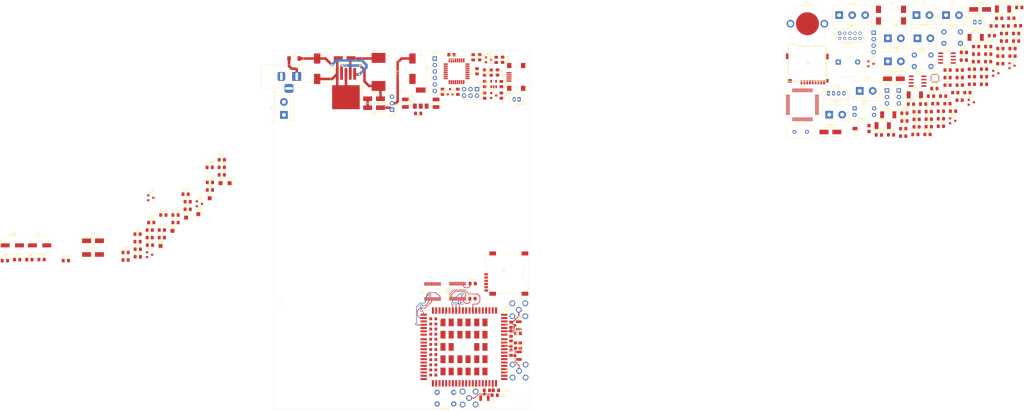
<source format=kicad_pcb>
(kicad_pcb (version 20171130) (host pcbnew "(5.1.5)-3")
  (layers (0 F.Cu signal) (31 B.Cu signal) (34 B.Paste user) (35 F.Paste user) (36 B.SilkS user) (37 F.SilkS user) (38 B.Mask user hide) (39 F.Mask user hide) (44 Edge.Cuts user))
  (net 0 "")
  (net 1 "Net-(BT1-Pad1)")
  (net 2 GND)
  (net 3 VDD_3V3)
  (net 4 "Net-(BZ1-Pad2)")
  (net 5 "Net-(C1-Pad1)")
  (net 6 VBAT)
  (net 7 VDD_1V8)
  (net 8 "/4G module/VDD_EXT")
  (net 9 "Net-(C10-Pad1)")
  (net 10 "Net-(C11-Pad1)")
  (net 11 "Net-(C12-Pad1)")
  (net 12 "Net-(C13-Pad1)")
  (net 13 "Net-(C15-Pad1)")
  (net 14 "Net-(C16-Pad1)")
  (net 15 "Net-(C19-Pad1)")
  (net 16 "Net-(C22-Pad1)")
  (net 17 "Net-(C23-Pad1)")
  (net 18 "/4G module/USIM_GND")
  (net 19 "Net-(C29-Pad2)")
  (net 20 /mcu/ADC10)
  (net 21 "Net-(C32-Pad1)")
  (net 22 "Net-(C33-Pad1)")
  (net 23 /power/VBUS)
  (net 24 "Net-(C35-Pad2)")
  (net 25 "Net-(C36-Pad1)")
  (net 26 "Net-(C37-Pad2)")
  (net 27 "Net-(C38-Pad1)")
  (net 28 "Net-(C39-Pad2)")
  (net 29 "Net-(C40-Pad1)")
  (net 30 BAT_C)
  (net 31 "Net-(C42-Pad1)")
  (net 32 VDD_5V)
  (net 33 "Net-(C48-Pad1)")
  (net 34 /mcu/PANIC_BTN)
  (net 35 "Net-(C51-Pad1)")
  (net 36 "Net-(C52-Pad1)")
  (net 37 "Net-(D1-Pad1)")
  (net 38 "Net-(D2-Pad2)")
  (net 39 "Net-(D2-Pad1)")
  (net 40 "Net-(D3-Pad1)")
  (net 41 "Net-(D4-Pad1)")
  (net 42 "Net-(D5-Pad1)")
  (net 43 "Net-(D7-Pad1)")
  (net 44 "Net-(D8-Pad1)")
  (net 45 "Net-(D9-Pad2)")
  (net 46 "Net-(D12-Pad1)")
  (net 47 "Net-(D12-Pad2)")
  (net 48 "Net-(D13-Pad2)")
  (net 49 /power/STAT)
  (net 50 "Net-(D15-Pad2)")
  (net 51 "Net-(D17-Pad1)")
  (net 52 "Net-(D21-Pad2)")
  (net 53 /mcu/USART3_TX)
  (net 54 /mcu/USART3_RX)
  (net 55 "Net-(D22-Pad2)")
  (net 56 "Net-(D23-Pad1)")
  (net 57 "Net-(D24-Pad2)")
  (net 58 "Net-(D25-Pad2)")
  (net 59 "Net-(D25-Pad1)")
  (net 60 "Net-(D26-Pad2)")
  (net 61 "Net-(D27-Pad2)")
  (net 62 /power/DCIN)
  (net 63 "Net-(J7-Pad1)")
  (net 64 "Net-(J8-Pad8)")
  (net 65 "Net-(J8-Pad7)")
  (net 66 "Net-(J8-Pad5)")
  (net 67 "Net-(J8-Pad3)")
  (net 68 "Net-(J8-Pad2)")
  (net 69 "Net-(J8-Pad1)")
  (net 70 "Net-(J12-Pad2)")
  (net 71 /mcu/SWCLK)
  (net 72 /mcu/SWDIO)
  (net 73 "Net-(J15-Pad1)")
  (net 74 "Net-(J15-Pad2)")
  (net 75 /mcu/USART1_TX)
  (net 76 /mcu/USART1_RX)
  (net 77 "Net-(J17-Pad2)")
  (net 78 "Net-(J18-Pad7)")
  (net 79 /mcu/LCD_RS)
  (net 80 /mcu/LCD_EN)
  (net 81 /mcu/LCD_D4)
  (net 82 /mcu/LCD_D5)
  (net 83 /mcu/LCD_D6)
  (net 84 /mcu/LCD_D7)
  (net 85 /mcu/DAC)
  (net 86 "Net-(J22-Pad1)")
  (net 87 "Net-(J22-Pad2)")
  (net 88 "Net-(J22-Pad3)")
  (net 89 "Net-(J22-Pad4)")
  (net 90 /power/RST)
  (net 91 /power/MOSI)
  (net 92 /power/SCK)
  (net 93 /power/MISO)
  (net 94 /mcu/I2C1_SCL)
  (net 95 /mcu/I2C1_SDA)
  (net 96 "Net-(L2-Pad1)")
  (net 97 "Net-(Q1-Pad3)")
  (net 98 PWRKEY)
  (net 99 "Net-(Q2-Pad1)")
  (net 100 "Net-(Q2-Pad3)")
  (net 101 "Net-(Q3-Pad3)")
  (net 102 "Net-(Q3-Pad1)")
  (net 103 "Net-(Q4-Pad1)")
  (net 104 "Net-(Q5-Pad1)")
  (net 105 "Net-(Q6-Pad1)")
  (net 106 "Net-(Q8-Pad1)")
  (net 107 "Net-(Q8-Pad2)")
  (net 108 "Net-(Q9-Pad1)")
  (net 109 "Net-(Q9-Pad2)")
  (net 110 "Net-(R6-Pad1)")
  (net 111 "Net-(R7-Pad2)")
  (net 112 "Net-(R8-Pad2)")
  (net 113 "Net-(R9-Pad2)")
  (net 114 "Net-(R11-Pad1)")
  (net 115 "Net-(R12-Pad1)")
  (net 116 /mcu/RLY1)
  (net 117 "Net-(R19-Pad1)")
  (net 118 /mcu/RLY2)
  (net 119 "Net-(R22-Pad1)")
  (net 120 "Net-(R23-Pad1)")
  (net 121 "Net-(R25-Pad1)")
  (net 122 "Net-(R28-Pad1)")
  (net 123 /mcu/DIN1)
  (net 124 "Net-(R34-Pad1)")
  (net 125 "Net-(R37-Pad2)")
  (net 126 "Net-(R38-Pad1)")
  (net 127 "Net-(R40-Pad2)")
  (net 128 /mcu/BUZZER)
  (net 129 /mcu/LED_NET)
  (net 130 /mcu/LED_DATA)
  (net 131 "Net-(R53-Pad2)")
  (net 132 "Net-(R55-Pad1)")
  (net 133 /mcu/BATMON_D)
  (net 134 /mcu/BATMON)
  (net 135 "/4G module/USB_VBUS")
  (net 136 "/4G module/USB_DM")
  (net 137 "/4G module/USB_DP")
  (net 138 "/4G module/DBG_TXD")
  (net 139 "/4G module/DBG_RXD")
  (net 140 RSTN_MCU)
  (net 141 WKUP_MCU)
  (net 142 WDIS_MCU)
  (net 143 APRD_MCU)
  (net 144 "/4G module/AP_READY")
  (net 145 "/4G module/W_DISABLE#")
  (net 146 "/4G module/WAKEUP_IN")
  (net 147 "/4G module/RESET_N")
  (net 148 "Net-(U5-Pad113)")
  (net 149 "/4G module/RI_EC")
  (net 150 "/4G module/DTR_EC")
  (net 151 "/4G module/TX_EC")
  (net 152 "/4G module/RX_EC")
  (net 153 TX_MCU)
  (net 154 RX_MCU)
  (net 155 DTR_MCU)
  (net 156 RI_MCU)
  (net 157 /mcu/CANRX)
  (net 158 /mcu/CANTX)
  (net 159 /mcu/GATE)
  (module Inductor_SMD:L_Neosid_SM-NE127_HandSoldering (layer F.Cu) (at 139 53.25 270)
    (fp_text reference L1 (at 0 -7.6 90) (layer F.SilkS))
    (fp_text value 33uH)
    (pad 1 smd rect (at -5.5 0 270) (size 3.9 5.4) (layers F.Cu F.Paste F.Mask) (net 37 "Net-(D1-Pad1)"))
    (pad 2 smd rect (at 5.5 0 270) (size 3.9 5.4) (layers F.Cu F.Paste F.Mask) (net 38 "Net-(D2-Pad2)"))
  )
  (module Diode_SMD:D_SMA_Handsoldering (layer F.Cu) (at 125.75 48 180)
    (fp_text reference D1 (at 0 -2.5) (layer F.SilkS))
    (fp_text value BZT52C10)
    (pad 2 smd rect (at 2.5 0 180) (size 3.5 1.8) (layers F.Cu F.Paste F.Mask) (net 2 GND))
    (pad 1 smd rect (at -2.5 0 180) (size 3.5 1.8) (layers F.Cu F.Paste F.Mask) (net 37 "Net-(D1-Pad1)"))
  )
  (module Battery:BatteryHolder_Keystone_3001_1x12mm (layer F.Cu) (at 306.680481 34.375001)
    (fp_text reference BT1 (at 0 -8) (layer F.SilkS))
    (fp_text value Battery_Cell)
    (pad 1 thru_hole circle (at -6.6 0) (size 3 3) (drill 1.9) (layers *.Cu *.Mask) (net 1 "Net-(BT1-Pad1)"))
    (pad 1 thru_hole circle (at 6.6 0) (size 3 3) (drill 1.9) (layers *.Cu *.Mask) (net 1 "Net-(BT1-Pad1)"))
    (pad 2 smd circle (at 0 0) (size 9 9) (layers F.Cu F.Mask) (net 2 GND))
  )
  (module Buzzer_Beeper:Buzzer_12x9.5RM7.6 (layer F.Cu) (at 318.725001 49.375001)
    (fp_text reference BZ1 (at 3.8 -7.2) (layer F.SilkS))
    (fp_text value Buzzer)
    (fp_text user + (at -0.01 -2.54) (layer F.SilkS))
    (pad 1 thru_hole rect (at 0 0) (size 2 2) (drill 1) (layers *.Cu *.Mask) (net 3 VDD_3V3))
    (pad 2 thru_hole circle (at 7.6 0) (size 2 2) (drill 1) (layers *.Cu *.Mask) (net 4 "Net-(BZ1-Pad2)"))
  )
  (module Capacitor_SMD:CP_Elec_10x10 (layer F.Cu) (at 115 52 270)
    (fp_text reference C1 (at 0 -6.2 90) (layer F.SilkS))
    (fp_text value 680uF-50V)
    (pad 2 smd roundrect (at 4 0 270) (size 4 2.5) (layers F.Cu F.Paste F.Mask) (roundrect_rratio 0.1) (net 2 GND))
    (pad 1 smd roundrect (at -4 0 270) (size 4 2.5) (layers F.Cu F.Paste F.Mask) (roundrect_rratio 0.1) (net 5 "Net-(C1-Pad1)"))
  )
  (module Capacitor_SMD:CP_Elec_10x10 (layer F.Cu) (at 152.25 52 270)
    (fp_text reference C2 (at 0 -6.2 90) (layer F.SilkS))
    (fp_text value 220uF/35V)
    (pad 1 smd roundrect (at -4 0 270) (size 4 2.5) (layers F.Cu F.Paste F.Mask) (roundrect_rratio 0.1) (net 6 VBAT))
    (pad 2 smd roundrect (at 4 0 270) (size 4 2.5) (layers F.Cu F.Paste F.Mask) (roundrect_rratio 0.1) (net 2 GND))
  )
  (module Capacitor_SMD:C_0805_2012Metric_Pad1.15x1.40mm_HandSolder (layer F.Cu) (at 164 61.025 270)
    (fp_text reference C3 (at 0 -1.65 90) (layer F.SilkS))
    (fp_text value 106)
    (pad 2 smd roundrect (at 1.025 0 270) (size 1.15 1.4) (layers F.Cu F.Paste F.Mask) (roundrect_rratio 0.217391) (net 2 GND))
    (pad 1 smd roundrect (at -1.025 0 270) (size 1.15 1.4) (layers F.Cu F.Paste F.Mask) (roundrect_rratio 0.217391) (net 6 VBAT))
  )
  (module Capacitor_SMD:C_1210_3225Metric_Pad1.42x2.65mm_HandSolder (layer F.Cu) (at 161.5 65.5 270)
    (fp_text reference C4 (at 0 -2.28 90) (layer F.SilkS))
    (fp_text value "10uF tantalum")
    (pad 1 smd roundrect (at -1.4875 0 270) (size 1.425 2.65) (layers F.Cu F.Paste F.Mask) (roundrect_rratio 0.175439) (net 6 VBAT))
    (pad 2 smd roundrect (at 1.4875 0 270) (size 1.425 2.65) (layers F.Cu F.Paste F.Mask) (roundrect_rratio 0.175439) (net 2 GND))
  )
  (module Capacitor_SMD:C_0805_2012Metric_Pad1.15x1.40mm_HandSolder (layer F.Cu) (at 170 61.025 90)
    (fp_text reference C5 (at 0 -1.65 90) (layer F.SilkS))
    (fp_text value 106)
    (pad 1 smd roundrect (at -1.025 0 90) (size 1.15 1.4) (layers F.Cu F.Paste F.Mask) (roundrect_rratio 0.217391) (net 7 VDD_1V8))
    (pad 2 smd roundrect (at 1.025 0 90) (size 1.15 1.4) (layers F.Cu F.Paste F.Mask) (roundrect_rratio 0.217391) (net 2 GND))
  )
  (module Capacitor_SMD:C_1210_3225Metric_Pad1.42x2.65mm_HandSolder (layer F.Cu) (at 149.5 65.4875 270)
    (fp_text reference C6 (at 0 -2.28 90) (layer F.SilkS))
    (fp_text value "10uF tantalum")
    (pad 2 smd roundrect (at 1.4875 0 270) (size 1.425 2.65) (layers F.Cu F.Paste F.Mask) (roundrect_rratio 0.175439) (net 2 GND))
    (pad 1 smd roundrect (at -1.4875 0 270) (size 1.425 2.65) (layers F.Cu F.Paste F.Mask) (roundrect_rratio 0.175439) (net 3 VDD_3V3))
  )
  (module Capacitor_SMD:C_0805_2012Metric_Pad1.15x1.40mm_HandSolder (layer F.Cu) (at 154.5 69.5 180)
    (fp_text reference C7 (at 0 -1.65) (layer F.SilkS))
    (fp_text value 104)
    (pad 2 smd roundrect (at 1.025 0 180) (size 1.15 1.4) (layers F.Cu F.Paste F.Mask) (roundrect_rratio 0.217391) (net 2 GND))
    (pad 1 smd roundrect (at -1.025 0 180) (size 1.15 1.4) (layers F.Cu F.Paste F.Mask) (roundrect_rratio 0.217391) (net 3 VDD_3V3))
  )
  (module Capacitor_SMD:C_0805_2012Metric_Pad1.15x1.40mm_HandSolder (layer F.Cu) (at 44.775001 119.705001)
    (fp_text reference C8 (at 0 -1.65) (layer F.SilkS))
    (fp_text value 104)
    (pad 1 smd roundrect (at -1.025 0) (size 1.15 1.4) (layers F.Cu F.Paste F.Mask) (roundrect_rratio 0.217391) (net 8 "/4G module/VDD_EXT"))
    (pad 2 smd roundrect (at 1.025 0) (size 1.15 1.4) (layers F.Cu F.Paste F.Mask) (roundrect_rratio 0.217391) (net 2 GND))
  )
  (module Capacitor_SMD:C_0805_2012Metric_Pad1.15x1.40mm_HandSolder (layer F.Cu) (at 44.775001 116.755001)
    (fp_text reference C9 (at 0 -1.65) (layer F.SilkS))
    (fp_text value 104)
    (pad 1 smd roundrect (at -1.025 0) (size 1.15 1.4) (layers F.Cu F.Paste F.Mask) (roundrect_rratio 0.217391) (net 3 VDD_3V3))
    (pad 2 smd roundrect (at 1.025 0) (size 1.15 1.4) (layers F.Cu F.Paste F.Mask) (roundrect_rratio 0.217391) (net 2 GND))
  )
  (module Capacitor_SMD:C_0805_2012Metric_Pad1.15x1.40mm_HandSolder (layer F.Cu) (at 193.425 155.6)
    (fp_text reference C10 (at 0 -1.65) (layer F.SilkS))
    (fp_text value C)
    (pad 1 smd roundrect (at -1.025 0) (size 1.15 1.4) (layers F.Cu F.Paste F.Mask) (roundrect_rratio 0.217391) (net 9 "Net-(C10-Pad1)"))
    (pad 2 smd roundrect (at 1.025 0) (size 1.15 1.4) (layers F.Cu F.Paste F.Mask) (roundrect_rratio 0.217391) (net 2 GND))
  )
  (module Capacitor_SMD:C_0805_2012Metric_Pad1.15x1.40mm_HandSolder (layer F.Cu) (at 190.8 155.725 270)
    (fp_text reference C11 (at 0 -1.65 90) (layer F.SilkS))
    (fp_text value C)
    (pad 2 smd roundrect (at 1.025 0 270) (size 1.15 1.4) (layers F.Cu F.Paste F.Mask) (roundrect_rratio 0.217391) (net 2 GND))
    (pad 1 smd roundrect (at -1.025 0 270) (size 1.15 1.4) (layers F.Cu F.Paste F.Mask) (roundrect_rratio 0.217391) (net 10 "Net-(C11-Pad1)"))
  )
  (module Capacitor_SMD:C_0805_2012Metric_Pad1.15x1.40mm_HandSolder (layer F.Cu) (at 192.6 160.375 90)
    (fp_text reference C12 (at -0.825 -1.65 90) (layer F.SilkS))
    (fp_text value C)
    (pad 2 smd roundrect (at 1.025 0 90) (size 1.15 1.4) (layers F.Cu F.Paste F.Mask) (roundrect_rratio 0.217391) (net 2 GND))
    (pad 1 smd roundrect (at -1.025 0 90) (size 1.15 1.4) (layers F.Cu F.Paste F.Mask) (roundrect_rratio 0.217391) (net 11 "Net-(C12-Pad1)"))
  )
  (module Capacitor_SMD:C_0805_2012Metric_Pad1.15x1.40mm_HandSolder (layer F.Cu) (at 190.8 163.175 270)
    (fp_text reference C13 (at 2.575 -0.45 180) (layer F.SilkS))
    (fp_text value 100pF)
    (pad 1 smd roundrect (at -1.025 0 270) (size 1.15 1.4) (layers F.Cu F.Paste F.Mask) (roundrect_rratio 0.217391) (net 12 "Net-(C13-Pad1)"))
    (pad 2 smd roundrect (at 1.025 0 270) (size 1.15 1.4) (layers F.Cu F.Paste F.Mask) (roundrect_rratio 0.217391) (net 11 "Net-(C12-Pad1)"))
  )
  (module Capacitor_SMD:C_0805_2012Metric_Pad1.15x1.40mm_HandSolder (layer F.Cu) (at 190.8 159.575 90)
    (fp_text reference C14 (at 0 -1.65 90) (layer F.SilkS))
    (fp_text value C)
    (pad 2 smd roundrect (at 1.025 0 90) (size 1.15 1.4) (layers F.Cu F.Paste F.Mask) (roundrect_rratio 0.217391) (net 2 GND))
    (pad 1 smd roundrect (at -1.025 0 90) (size 1.15 1.4) (layers F.Cu F.Paste F.Mask) (roundrect_rratio 0.217391) (net 12 "Net-(C13-Pad1)"))
  )
  (module Capacitor_SMD:C_0805_2012Metric_Pad1.15x1.40mm_HandSolder (layer F.Cu) (at 184.425 179.8)
    (fp_text reference C15 (at 3.475 0) (layer F.SilkS))
    (fp_text value C)
    (pad 2 smd roundrect (at 1.025 0) (size 1.15 1.4) (layers F.Cu F.Paste F.Mask) (roundrect_rratio 0.217391) (net 2 GND))
    (pad 1 smd roundrect (at -1.025 0) (size 1.15 1.4) (layers F.Cu F.Paste F.Mask) (roundrect_rratio 0.217391) (net 13 "Net-(C15-Pad1)"))
  )
  (module Capacitor_SMD:C_0805_2012Metric_Pad1.15x1.40mm_HandSolder (layer F.Cu) (at 184.925 177.9)
    (fp_text reference C16 (at 3.475 0) (layer F.SilkS))
    (fp_text value C)
    (pad 2 smd roundrect (at 1.025 0) (size 1.15 1.4) (layers F.Cu F.Paste F.Mask) (roundrect_rratio 0.217391) (net 2 GND))
    (pad 1 smd roundrect (at -1.025 0) (size 1.15 1.4) (layers F.Cu F.Paste F.Mask) (roundrect_rratio 0.217391) (net 14 "Net-(C16-Pad1)"))
  )
  (module Capacitor_SMD:CP_Elec_6.3x5.4 (layer F.Cu) (at 6.475001 121.145001)
    (fp_text reference C17 (at 0 -4.35) (layer F.SilkS))
    (fp_text value 100uF)
    (pad 1 smd roundrect (at -2.8 0) (size 3.5 1.6) (layers F.Cu F.Paste F.Mask) (roundrect_rratio 0.15625) (net 6 VBAT))
    (pad 2 smd roundrect (at 2.8 0) (size 3.5 1.6) (layers F.Cu F.Paste F.Mask) (roundrect_rratio 0.15625) (net 2 GND))
  )
  (module Capacitor_SMD:CP_Elec_6.3x5.4 (layer F.Cu) (at -4.174999 121.145001)
    (fp_text reference C18 (at 0 -4.35) (layer F.SilkS))
    (fp_text value 100uF)
    (pad 2 smd roundrect (at 2.8 0) (size 3.5 1.6) (layers F.Cu F.Paste F.Mask) (roundrect_rratio 0.15625) (net 2 GND))
    (pad 1 smd roundrect (at -2.8 0) (size 3.5 1.6) (layers F.Cu F.Paste F.Mask) (roundrect_rratio 0.15625) (net 6 VBAT))
  )
  (module Capacitor_SMD:C_0805_2012Metric_Pad1.15x1.40mm_HandSolder (layer F.Cu) (at 16.745001 127.095001)
    (fp_text reference C19 (at 0 -1.65) (layer F.SilkS))
    (fp_text value 33pF)
    (pad 2 smd roundrect (at 1.025 0) (size 1.15 1.4) (layers F.Cu F.Paste F.Mask) (roundrect_rratio 0.217391) (net 2 GND))
    (pad 1 smd roundrect (at -1.025 0) (size 1.15 1.4) (layers F.Cu F.Paste F.Mask) (roundrect_rratio 0.217391) (net 15 "Net-(C19-Pad1)"))
  )
  (module Capacitor_SMD:C_0805_2012Metric_Pad1.15x1.40mm_HandSolder (layer F.Cu) (at 59.625001 109.265001)
    (fp_text reference C20 (at 0 -1.65) (layer F.SilkS))
    (fp_text value 100nF)
    (pad 2 smd roundrect (at 1.025 0) (size 1.15 1.4) (layers F.Cu F.Paste F.Mask) (roundrect_rratio 0.217391) (net 2 GND))
    (pad 1 smd roundrect (at -1.025 0) (size 1.15 1.4) (layers F.Cu F.Paste F.Mask) (roundrect_rratio 0.217391) (net 6 VBAT))
  )
  (module Capacitor_SMD:C_0805_2012Metric_Pad1.15x1.40mm_HandSolder (layer F.Cu) (at 63.575001 101.115001)
    (fp_text reference C21 (at 0 -1.65) (layer F.SilkS))
    (fp_text value 100nF)
    (pad 2 smd roundrect (at 1.025 0) (size 1.15 1.4) (layers F.Cu F.Paste F.Mask) (roundrect_rratio 0.217391) (net 2 GND))
    (pad 1 smd roundrect (at -1.025 0) (size 1.15 1.4) (layers F.Cu F.Paste F.Mask) (roundrect_rratio 0.217391) (net 6 VBAT))
  )
  (module Capacitor_SMD:C_0805_2012Metric_Pad1.15x1.40mm_HandSolder (layer F.Cu) (at 44.875001 125.605001)
    (fp_text reference C22 (at 0 -1.65) (layer F.SilkS))
    (fp_text value 33pF)
    (pad 2 smd roundrect (at 1.025 0) (size 1.15 1.4) (layers F.Cu F.Paste F.Mask) (roundrect_rratio 0.217391) (net 2 GND))
    (pad 1 smd roundrect (at -1.025 0) (size 1.15 1.4) (layers F.Cu F.Paste F.Mask) (roundrect_rratio 0.217391) (net 16 "Net-(C22-Pad1)"))
  )
  (module Capacitor_SMD:C_0805_2012Metric_Pad1.15x1.40mm_HandSolder (layer F.Cu) (at 73.075001 96.495001)
    (fp_text reference C23 (at 0 -1.65) (layer F.SilkS))
    (fp_text value 33pF)
    (pad 1 smd roundrect (at -1.025 0) (size 1.15 1.4) (layers F.Cu F.Paste F.Mask) (roundrect_rratio 0.217391) (net 17 "Net-(C23-Pad1)"))
    (pad 2 smd roundrect (at 1.025 0) (size 1.15 1.4) (layers F.Cu F.Paste F.Mask) (roundrect_rratio 0.217391) (net 2 GND))
  )
  (module Capacitor_SMD:C_0805_2012Metric_Pad1.15x1.40mm_HandSolder (layer F.Cu) (at 64.375001 107.015001)
    (fp_text reference C24 (at 0 -1.65) (layer F.SilkS))
    (fp_text value 33pF)
    (pad 2 smd roundrect (at 1.025 0) (size 1.15 1.4) (layers F.Cu F.Paste F.Mask) (roundrect_rratio 0.217391) (net 2 GND))
    (pad 1 smd roundrect (at -1.025 0) (size 1.15 1.4) (layers F.Cu F.Paste F.Mask) (roundrect_rratio 0.217391) (net 6 VBAT))
  )
  (module Capacitor_SMD:C_0805_2012Metric_Pad1.15x1.40mm_HandSolder (layer F.Cu) (at 77.715001 93.545001)
    (fp_text reference C25 (at 0 -1.65) (layer F.SilkS))
    (fp_text value 33pF)
    (pad 1 smd roundrect (at -1.025 0) (size 1.15 1.4) (layers F.Cu F.Paste F.Mask) (roundrect_rratio 0.217391) (net 6 VBAT))
    (pad 2 smd roundrect (at 1.025 0) (size 1.15 1.4) (layers F.Cu F.Paste F.Mask) (roundrect_rratio 0.217391) (net 2 GND))
  )
  (module Capacitor_SMD:C_0805_2012Metric_Pad1.15x1.40mm_HandSolder (layer F.Cu) (at 59.625001 112.215001)
    (fp_text reference C26 (at 0 -1.65) (layer F.SilkS))
    (fp_text value 104)
    (pad 2 smd roundrect (at 1.025 0) (size 1.15 1.4) (layers F.Cu F.Paste F.Mask) (roundrect_rratio 0.217391) (net 2 GND))
    (pad 1 smd roundrect (at -1.025 0) (size 1.15 1.4) (layers F.Cu F.Paste F.Mask) (roundrect_rratio 0.217391) (net 8 "/4G module/VDD_EXT"))
  )
  (module Capacitor_SMD:C_0805_2012Metric_Pad1.15x1.40mm_HandSolder (layer F.Cu) (at 54.275001 118.115001)
    (fp_text reference C27 (at 0 -1.65) (layer F.SilkS))
    (fp_text value 10pF)
    (pad 1 smd roundrect (at -1.025 0) (size 1.15 1.4) (layers F.Cu F.Paste F.Mask) (roundrect_rratio 0.217391) (net 6 VBAT))
    (pad 2 smd roundrect (at 1.025 0) (size 1.15 1.4) (layers F.Cu F.Paste F.Mask) (roundrect_rratio 0.217391) (net 2 GND))
  )
  (module Capacitor_SMD:C_0805_2012Metric_Pad1.15x1.40mm_HandSolder (layer F.Cu) (at 49.625001 121.065001)
    (fp_text reference C28 (at 0 -1.65) (layer F.SilkS))
    (fp_text value 10pF)
    (pad 2 smd roundrect (at 1.025 0) (size 1.15 1.4) (layers F.Cu F.Paste F.Mask) (roundrect_rratio 0.217391) (net 2 GND))
    (pad 1 smd roundrect (at -1.025 0) (size 1.15 1.4) (layers F.Cu F.Paste F.Mask) (roundrect_rratio 0.217391) (net 6 VBAT))
  )
  (module Capacitor_SMD:C_0805_2012Metric_Pad1.15x1.40mm_HandSolder (layer F.Cu) (at 40.125001 123.915001)
    (fp_text reference C29 (at 0 -1.65) (layer F.SilkS))
    (fp_text value 100nF)
    (pad 1 smd roundrect (at -1.025 0) (size 1.15 1.4) (layers F.Cu F.Paste F.Mask) (roundrect_rratio 0.217391) (net 18 "/4G module/USIM_GND"))
    (pad 2 smd roundrect (at 1.025 0) (size 1.15 1.4) (layers F.Cu F.Paste F.Mask) (roundrect_rratio 0.217391) (net 19 "Net-(C29-Pad2)"))
  )
  (module Capacitor_SMD:C_0805_2012Metric_Pad1.15x1.40mm_HandSolder (layer F.Cu) (at 7.245001 126.695001)
    (fp_text reference C30 (at 0 -1.65) (layer F.SilkS))
    (fp_text value 104)
    (pad 1 smd roundrect (at -1.025 0) (size 1.15 1.4) (layers F.Cu F.Paste F.Mask) (roundrect_rratio 0.217391) (net 3 VDD_3V3))
    (pad 2 smd roundrect (at 1.025 0) (size 1.15 1.4) (layers F.Cu F.Paste F.Mask) (roundrect_rratio 0.217391) (net 2 GND))
  )
  (module Capacitor_SMD:C_0805_2012Metric_Pad1.15x1.40mm_HandSolder (layer F.Cu) (at 386.395001 32.225001)
    (fp_text reference C31 (at 0 -1.65) (layer F.SilkS))
    (fp_text value 104)
    (pad 1 smd roundrect (at -1.025 0) (size 1.15 1.4) (layers F.Cu F.Paste F.Mask) (roundrect_rratio 0.217391) (net 20 /mcu/ADC10))
    (pad 2 smd roundrect (at 1.025 0) (size 1.15 1.4) (layers F.Cu F.Paste F.Mask) (roundrect_rratio 0.217391) (net 2 GND))
  )
  (module Capacitor_SMD:C_0805_2012Metric_Pad1.15x1.40mm_HandSolder (layer F.Cu) (at 361.475001 55.475001)
    (fp_text reference C32 (at 0 -1.65) (layer F.SilkS))
    (fp_text value 104)
    (pad 1 smd roundrect (at -1.025 0) (size 1.15 1.4) (layers F.Cu F.Paste F.Mask) (roundrect_rratio 0.217391) (net 21 "Net-(C32-Pad1)"))
    (pad 2 smd roundrect (at 1.025 0) (size 1.15 1.4) (layers F.Cu F.Paste F.Mask) (roundrect_rratio 0.217391) (net 2 GND))
  )
  (module Capacitor_SMD:C_0805_2012Metric_Pad1.15x1.40mm_HandSolder (layer F.Cu) (at 351.915001 65.825001)
    (fp_text reference C33 (at 0 -1.65) (layer F.SilkS))
    (fp_text value 104)
    (pad 1 smd roundrect (at -1.025 0) (size 1.15 1.4) (layers F.Cu F.Paste F.Mask) (roundrect_rratio 0.217391) (net 22 "Net-(C33-Pad1)"))
    (pad 2 smd roundrect (at 1.025 0) (size 1.15 1.4) (layers F.Cu F.Paste F.Mask) (roundrect_rratio 0.217391) (net 2 GND))
  )
  (module Capacitor_SMD:C_0805_2012Metric_Pad1.15x1.40mm_HandSolder (layer F.Cu) (at 187 58 270)
    (fp_text reference C34 (at 0 -1.65 90) (layer F.SilkS))
    (fp_text value 4u7)
    (pad 2 smd roundrect (at 1.025 0 270) (size 1.15 1.4) (layers F.Cu F.Paste F.Mask) (roundrect_rratio 0.217391) (net 2 GND))
    (pad 1 smd roundrect (at -1.025 0 270) (size 1.15 1.4) (layers F.Cu F.Paste F.Mask) (roundrect_rratio 0.217391) (net 23 /power/VBUS))
  )
  (module Capacitor_SMD:C_0805_2012Metric_Pad1.15x1.40mm_HandSolder (layer F.Cu) (at 372.615001 43.325001)
    (fp_text reference C35 (at 0 -1.65) (layer F.SilkS))
    (fp_text value 105)
    (pad 1 smd roundrect (at -1.025 0) (size 1.15 1.4) (layers F.Cu F.Paste F.Mask) (roundrect_rratio 0.217391) (net 2 GND))
    (pad 2 smd roundrect (at 1.025 0) (size 1.15 1.4) (layers F.Cu F.Paste F.Mask) (roundrect_rratio 0.217391) (net 24 "Net-(C35-Pad2)"))
  )
  (module Capacitor_SMD:C_0805_2012Metric_Pad1.15x1.40mm_HandSolder (layer F.Cu) (at 339.365001 77.875001)
    (fp_text reference C36 (at 0 -1.65) (layer F.SilkS))
    (fp_text value 104)
    (pad 2 smd roundrect (at 1.025 0) (size 1.15 1.4) (layers F.Cu F.Paste F.Mask) (roundrect_rratio 0.217391) (net 2 GND))
    (pad 1 smd roundrect (at -1.025 0) (size 1.15 1.4) (layers F.Cu F.Paste F.Mask) (roundrect_rratio 0.217391) (net 25 "Net-(C36-Pad1)"))
  )
  (module Capacitor_SMD:C_0805_2012Metric_Pad1.15x1.40mm_HandSolder (layer F.Cu) (at 378.775001 39.075001)
    (fp_text reference C37 (at 0 -1.65) (layer F.SilkS))
    (fp_text value 20pF)
    (pad 2 smd roundrect (at 1.025 0) (size 1.15 1.4) (layers F.Cu F.Paste F.Mask) (roundrect_rratio 0.217391) (net 26 "Net-(C37-Pad2)"))
    (pad 1 smd roundrect (at -1.025 0) (size 1.15 1.4) (layers F.Cu F.Paste F.Mask) (roundrect_rratio 0.217391) (net 2 GND))
  )
  (module Capacitor_SMD:C_0805_2012Metric_Pad1.15x1.40mm_HandSolder (layer F.Cu) (at 356.325001 59.775001)
    (fp_text reference C38 (at 0 -1.65) (layer F.SilkS))
    (fp_text value 20pF)
    (pad 2 smd roundrect (at 1.025 0) (size 1.15 1.4) (layers F.Cu F.Paste F.Mask) (roundrect_rratio 0.217391) (net 2 GND))
    (pad 1 smd roundrect (at -1.025 0) (size 1.15 1.4) (layers F.Cu F.Paste F.Mask) (roundrect_rratio 0.217391) (net 27 "Net-(C38-Pad1)"))
  )
  (module Capacitor_SMD:C_0805_2012Metric_Pad1.15x1.40mm_HandSolder (layer F.Cu) (at 361.475001 52.525001)
    (fp_text reference C39 (at 0 -1.65) (layer F.SilkS))
    (fp_text value 10pF)
    (pad 1 smd roundrect (at -1.025 0) (size 1.15 1.4) (layers F.Cu F.Paste F.Mask) (roundrect_rratio 0.217391) (net 2 GND))
    (pad 2 smd roundrect (at 1.025 0) (size 1.15 1.4) (layers F.Cu F.Paste F.Mask) (roundrect_rratio 0.217391) (net 28 "Net-(C39-Pad2)"))
  )
  (module Capacitor_SMD:C_0805_2012Metric_Pad1.15x1.40mm_HandSolder (layer F.Cu) (at 379.505001 35.265001)
    (fp_text reference C40 (at 0 -1.65) (layer F.SilkS))
    (fp_text value 10pF)
    (pad 2 smd roundrect (at 1.025 0) (size 1.15 1.4) (layers F.Cu F.Paste F.Mask) (roundrect_rratio 0.217391) (net 2 GND))
    (pad 1 smd roundrect (at -1.025 0) (size 1.15 1.4) (layers F.Cu F.Paste F.Mask) (roundrect_rratio 0.217391) (net 29 "Net-(C40-Pad1)"))
  )
  (module Capacitor_SMD:C_0805_2012Metric_Pad1.15x1.40mm_HandSolder (layer F.Cu) (at 187 62.525 270)
    (fp_text reference C41 (at 0 -1.65 90) (layer F.SilkS))
    (fp_text value 4u7)
    (pad 1 smd roundrect (at -1.025 0 270) (size 1.15 1.4) (layers F.Cu F.Paste F.Mask) (roundrect_rratio 0.217391) (net 30 BAT_C))
    (pad 2 smd roundrect (at 1.025 0 270) (size 1.15 1.4) (layers F.Cu F.Paste F.Mask) (roundrect_rratio 0.217391) (net 2 GND))
  )
  (module Capacitor_SMD:C_0805_2012Metric_Pad1.15x1.40mm_HandSolder (layer F.Cu) (at 386.865001 47.065001)
    (fp_text reference C42 (at 0 -1.65) (layer F.SilkS))
    (fp_text value 105)
    (pad 1 smd roundrect (at -1.025 0) (size 1.15 1.4) (layers F.Cu F.Paste F.Mask) (roundrect_rratio 0.217391) (net 31 "Net-(C42-Pad1)"))
    (pad 2 smd roundrect (at 1.025 0) (size 1.15 1.4) (layers F.Cu F.Paste F.Mask) (roundrect_rratio 0.217391) (net 2 GND))
  )
  (module Capacitor_SMD:C_0805_2012Metric_Pad1.15x1.40mm_HandSolder (layer F.Cu) (at 382.115001 44.115001)
    (fp_text reference C43 (at 0 -1.65) (layer F.SilkS))
    (fp_text value 104)
    (pad 1 smd roundrect (at -1.025 0) (size 1.15 1.4) (layers F.Cu F.Paste F.Mask) (roundrect_rratio 0.217391) (net 3 VDD_3V3))
    (pad 2 smd roundrect (at 1.025 0) (size 1.15 1.4) (layers F.Cu F.Paste F.Mask) (roundrect_rratio 0.217391) (net 2 GND))
  )
  (module Capacitor_SMD:C_0805_2012Metric_Pad1.15x1.40mm_HandSolder (layer F.Cu) (at 375.725001 52.175001)
    (fp_text reference C44 (at 0 -1.65) (layer F.SilkS))
    (fp_text value 103)
    (pad 2 smd roundrect (at 1.025 0) (size 1.15 1.4) (layers F.Cu F.Paste F.Mask) (roundrect_rratio 0.217391) (net 2 GND))
    (pad 1 smd roundrect (at -1.025 0) (size 1.15 1.4) (layers F.Cu F.Paste F.Mask) (roundrect_rratio 0.217391) (net 31 "Net-(C42-Pad1)"))
  )
  (module Capacitor_SMD:C_0805_2012Metric_Pad1.15x1.40mm_HandSolder (layer F.Cu) (at 370.975001 58.075001)
    (fp_text reference C45 (at 0 -1.65) (layer F.SilkS))
    (fp_text value 104)
    (pad 1 smd roundrect (at -1.025 0) (size 1.15 1.4) (layers F.Cu F.Paste F.Mask) (roundrect_rratio 0.217391) (net 3 VDD_3V3))
    (pad 2 smd roundrect (at 1.025 0) (size 1.15 1.4) (layers F.Cu F.Paste F.Mask) (roundrect_rratio 0.217391) (net 2 GND))
  )
  (module Capacitor_SMD:C_0805_2012Metric_Pad1.15x1.40mm_HandSolder (layer F.Cu) (at 382.115001 47.065001)
    (fp_text reference C46 (at 0 -1.65) (layer F.SilkS))
    (fp_text value 104)
    (pad 1 smd roundrect (at -1.025 0) (size 1.15 1.4) (layers F.Cu F.Paste F.Mask) (roundrect_rratio 0.217391) (net 32 VDD_5V))
    (pad 2 smd roundrect (at 1.025 0) (size 1.15 1.4) (layers F.Cu F.Paste F.Mask) (roundrect_rratio 0.217391) (net 2 GND))
  )
  (module Capacitor_SMD:C_0805_2012Metric_Pad1.15x1.40mm_HandSolder (layer F.Cu) (at 388.275001 41.165001)
    (fp_text reference C47 (at 0 -1.65) (layer F.SilkS))
    (fp_text value 104)
    (pad 1 smd roundrect (at -1.025 0) (size 1.15 1.4) (layers F.Cu F.Paste F.Mask) (roundrect_rratio 0.217391) (net 3 VDD_3V3))
    (pad 2 smd roundrect (at 1.025 0) (size 1.15 1.4) (layers F.Cu F.Paste F.Mask) (roundrect_rratio 0.217391) (net 2 GND))
  )
  (module Capacitor_SMD:C_0805_2012Metric_Pad1.15x1.40mm_HandSolder (layer F.Cu) (at 354.115001 74.675001)
    (fp_text reference C48 (at 0 -1.65) (layer F.SilkS))
    (fp_text value 104)
    (pad 2 smd roundrect (at 1.025 0) (size 1.15 1.4) (layers F.Cu F.Paste F.Mask) (roundrect_rratio 0.217391) (net 2 GND))
    (pad 1 smd roundrect (at -1.025 0) (size 1.15 1.4) (layers F.Cu F.Paste F.Mask) (roundrect_rratio 0.217391) (net 33 "Net-(C48-Pad1)"))
  )
  (module Capacitor_SMD:C_0805_2012Metric_Pad1.15x1.40mm_HandSolder (layer F.Cu) (at 375.725001 55.125001)
    (fp_text reference C49 (at 0 -1.65) (layer F.SilkS))
    (fp_text value 104)
    (pad 1 smd roundrect (at -1.025 0) (size 1.15 1.4) (layers F.Cu F.Paste F.Mask) (roundrect_rratio 0.217391) (net 3 VDD_3V3))
    (pad 2 smd roundrect (at 1.025 0) (size 1.15 1.4) (layers F.Cu F.Paste F.Mask) (roundrect_rratio 0.217391) (net 2 GND))
  )
  (module Capacitor_SMD:C_0805_2012Metric_Pad1.15x1.40mm_HandSolder (layer F.Cu) (at 358.865001 71.575001)
    (fp_text reference C50 (at 0 -1.65) (layer F.SilkS))
    (fp_text value 104)
    (pad 2 smd roundrect (at 1.025 0) (size 1.15 1.4) (layers F.Cu F.Paste F.Mask) (roundrect_rratio 0.217391) (net 2 GND))
    (pad 1 smd roundrect (at -1.025 0) (size 1.15 1.4) (layers F.Cu F.Paste F.Mask) (roundrect_rratio 0.217391) (net 34 /mcu/PANIC_BTN))
  )
  (module Capacitor_SMD:C_0805_2012Metric_Pad1.15x1.40mm_HandSolder (layer F.Cu) (at 177.5 53 90)
    (fp_text reference C51 (at 0 -1.65 90) (layer F.SilkS))
    (fp_text value 104)
    (pad 1 smd roundrect (at -1.025 0 90) (size 1.15 1.4) (layers F.Cu F.Paste F.Mask) (roundrect_rratio 0.217391) (net 35 "Net-(C51-Pad1)"))
    (pad 2 smd roundrect (at 1.025 0 90) (size 1.15 1.4) (layers F.Cu F.Paste F.Mask) (roundrect_rratio 0.217391) (net 2 GND))
  )
  (module Capacitor_SMD:C_0805_2012Metric_Pad1.15x1.40mm_HandSolder (layer F.Cu) (at 180.5 62.525 90)
    (fp_text reference C52 (at 0 -1.65 90) (layer F.SilkS))
    (fp_text value 4u7)
    (pad 2 smd roundrect (at 1.025 0 90) (size 1.15 1.4) (layers F.Cu F.Paste F.Mask) (roundrect_rratio 0.217391) (net 2 GND))
    (pad 1 smd roundrect (at -1.025 0 90) (size 1.15 1.4) (layers F.Cu F.Paste F.Mask) (roundrect_rratio 0.217391) (net 36 "Net-(C52-Pad1)"))
  )
  (module Capacitor_SMD:C_0805_2012Metric_Pad1.15x1.40mm_HandSolder (layer F.Cu) (at 369.225001 61.375001)
    (fp_text reference C53 (at 0 -1.65) (layer F.SilkS))
    (fp_text value 104)
    (pad 1 smd roundrect (at -1.025 0) (size 1.15 1.4) (layers F.Cu F.Paste F.Mask) (roundrect_rratio 0.217391) (net 32 VDD_5V))
    (pad 2 smd roundrect (at 1.025 0) (size 1.15 1.4) (layers F.Cu F.Paste F.Mask) (roundrect_rratio 0.217391) (net 2 GND))
  )
  (module Diode_SMD:D_SMA_Handsoldering (layer F.Cu) (at 137.25 63.75)
    (fp_text reference D2 (at 0 -2.5) (layer F.SilkS))
    (fp_text value D)
    (pad 2 smd rect (at 2.5 0) (size 3.5 1.8) (layers F.Cu F.Paste F.Mask) (net 38 "Net-(D2-Pad2)"))
    (pad 1 smd rect (at -2.5 0) (size 3.5 1.8) (layers F.Cu F.Paste F.Mask) (net 39 "Net-(D2-Pad1)"))
  )
  (module Diode_SMD:D_SMA_Handsoldering (layer F.Cu) (at 137.25 67.25 180)
    (fp_text reference D3 (at 0 -2.5) (layer F.SilkS))
    (fp_text value D)
    (pad 1 smd rect (at -2.5 0 180) (size 3.5 1.8) (layers F.Cu F.Paste F.Mask) (net 40 "Net-(D3-Pad1)"))
    (pad 2 smd rect (at 2.5 0 180) (size 3.5 1.8) (layers F.Cu F.Paste F.Mask) (net 39 "Net-(D2-Pad1)"))
  )
  (module Diode_SMD:D_SMA_Handsoldering (layer F.Cu) (at 27.375001 124.715001)
    (fp_text reference D4 (at 0 -2.5) (layer F.SilkS))
    (fp_text value TVS)
    (pad 1 smd rect (at -2.5 0) (size 3.5 1.8) (layers F.Cu F.Paste F.Mask) (net 41 "Net-(D4-Pad1)"))
    (pad 2 smd rect (at 2.5 0) (size 3.5 1.8) (layers F.Cu F.Paste F.Mask) (net 2 GND))
  )
  (module LED_SMD:LED_0805_2012Metric_Pad1.15x1.40mm_HandSolder (layer F.Cu) (at -7.079999 127.140001)
    (fp_text reference D5 (at 0 -1.65) (layer F.SilkS))
    (fp_text value LED)
    (pad 2 smd roundrect (at 1.025 0) (size 1.15 1.4) (layers F.Cu F.Paste F.Mask) (roundrect_rratio 0.217391) (net 6 VBAT))
    (pad 1 smd roundrect (at -1.025 0) (size 1.15 1.4) (layers F.Cu F.Paste F.Mask) (roundrect_rratio 0.217391) (net 42 "Net-(D5-Pad1)"))
  )
  (module Diode_SMD:D_SMA_Handsoldering (layer F.Cu) (at 27.375001 119.345001)
    (fp_text reference D6 (at 0 -2.5) (layer F.SilkS))
    (fp_text value 5.1V)
    (pad 2 smd rect (at 2.5 0) (size 3.5 1.8) (layers F.Cu F.Paste F.Mask) (net 2 GND))
    (pad 1 smd rect (at -2.5 0) (size 3.5 1.8) (layers F.Cu F.Paste F.Mask) (net 6 VBAT))
  )
  (module LED_SMD:LED_0805_2012Metric_Pad1.15x1.40mm_HandSolder (layer F.Cu) (at -2.289999 126.740001)
    (fp_text reference D7 (at 0 -1.65) (layer F.SilkS))
    (fp_text value LED)
    (pad 1 smd roundrect (at -1.025 0) (size 1.15 1.4) (layers F.Cu F.Paste F.Mask) (roundrect_rratio 0.217391) (net 43 "Net-(D7-Pad1)"))
    (pad 2 smd roundrect (at 1.025 0) (size 1.15 1.4) (layers F.Cu F.Paste F.Mask) (roundrect_rratio 0.217391) (net 6 VBAT))
  )
  (module LED_SMD:LED_0805_2012Metric_Pad1.15x1.40mm_HandSolder (layer F.Cu) (at 2.500001 126.740001)
    (fp_text reference D8 (at 0 -1.65) (layer F.SilkS))
    (fp_text value LED)
    (pad 2 smd roundrect (at 1.025 0) (size 1.15 1.4) (layers F.Cu F.Paste F.Mask) (roundrect_rratio 0.217391) (net 6 VBAT))
    (pad 1 smd roundrect (at -1.025 0) (size 1.15 1.4) (layers F.Cu F.Paste F.Mask) (roundrect_rratio 0.217391) (net 44 "Net-(D8-Pad1)"))
  )
  (module Diode_SMD:D_SMA_Handsoldering (layer F.Cu) (at 315.675001 76.775001)
    (fp_text reference D9 (at 0 -2.5) (layer F.SilkS))
    (fp_text value 1N4007)
    (pad 2 smd rect (at 2.5 0) (size 3.5 1.8) (layers F.Cu F.Paste F.Mask) (net 45 "Net-(D9-Pad2)"))
    (pad 1 smd rect (at -2.5 0) (size 3.5 1.8) (layers F.Cu F.Paste F.Mask) (net 46 "Net-(D12-Pad1)"))
  )
  (module Diode_SMD:D_MELF (layer F.Cu) (at 372.475001 39.725001)
    (fp_text reference D10 (at 0 -2.5) (layer F.SilkS))
    (fp_text value 1N4148)
    (pad 2 smd rect (at 2.4 0) (size 1.5 2.7) (layers F.Cu F.Paste F.Mask) (net 20 /mcu/ADC10))
    (pad 1 smd rect (at -2.4 0) (size 1.5 2.7) (layers F.Cu F.Paste F.Mask) (net 3 VDD_3V3))
  )
  (module Diode_SMD:D_MELF (layer F.Cu) (at 336.125001 74.275001)
    (fp_text reference D11 (at 0 -2.5) (layer F.SilkS))
    (fp_text value 1N4148)
    (pad 1 smd rect (at -2.4 0) (size 1.5 2.7) (layers F.Cu F.Paste F.Mask) (net 20 /mcu/ADC10))
    (pad 2 smd rect (at 2.4 0) (size 1.5 2.7) (layers F.Cu F.Paste F.Mask) (net 2 GND))
  )
  (module Diode_SMD:D_SMA_Handsoldering (layer F.Cu) (at 340.475001 55.925001)
    (fp_text reference D12 (at 0 -2.5) (layer F.SilkS))
    (fp_text value 1N4007)
    (pad 1 smd rect (at -2.5 0) (size 3.5 1.8) (layers F.Cu F.Paste F.Mask) (net 46 "Net-(D12-Pad1)"))
    (pad 2 smd rect (at 2.5 0) (size 3.5 1.8) (layers F.Cu F.Paste F.Mask) (net 47 "Net-(D12-Pad2)"))
  )
  (module LED_SMD:LED_0805_2012Metric_Pad1.15x1.40mm_HandSolder (layer F.Cu) (at 180.5 57.975 90)
    (fp_text reference D13 (at 0 -1.65 90) (layer F.SilkS))
    (fp_text value LED)
    (pad 2 smd roundrect (at 1.025 0 90) (size 1.15 1.4) (layers F.Cu F.Paste F.Mask) (roundrect_rratio 0.217391) (net 48 "Net-(D13-Pad2)"))
    (pad 1 smd roundrect (at -1.025 0 90) (size 1.15 1.4) (layers F.Cu F.Paste F.Mask) (roundrect_rratio 0.217391) (net 49 /power/STAT))
  )
  (module LED_SMD:LED_0805_2012Metric_Pad1.15x1.40mm_HandSolder (layer F.Cu) (at 381.650001 32.270001)
    (fp_text reference D15 (at 0 -1.65) (layer F.SilkS))
    (fp_text value LED)
    (pad 1 smd roundrect (at -1.025 0) (size 1.15 1.4) (layers F.Cu F.Paste F.Mask) (roundrect_rratio 0.217391) (net 2 GND))
    (pad 2 smd roundrect (at 1.025 0) (size 1.15 1.4) (layers F.Cu F.Paste F.Mask) (roundrect_rratio 0.217391) (net 50 "Net-(D15-Pad2)"))
  )
  (module Diode_SMD:D_MELF (layer F.Cu) (at 348.675001 62.225001)
    (fp_text reference D16 (at 0 -2.5) (layer F.SilkS))
    (fp_text value D)
    (pad 1 smd rect (at -2.4 0) (size 1.5 2.7) (layers F.Cu F.Paste F.Mask) (net 24 "Net-(C35-Pad2)"))
    (pad 2 smd rect (at 2.4 0) (size 1.5 2.7) (layers F.Cu F.Paste F.Mask) (net 2 GND))
  )
  (module Diode_SMD:D_MELF (layer F.Cu) (at 338.275001 70.025001)
    (fp_text reference D17 (at 0 -2.5) (layer F.SilkS))
    (fp_text value 1N4148)
    (pad 2 smd rect (at 2.4 0) (size 1.5 2.7) (layers F.Cu F.Paste F.Mask) (net 1 "Net-(BT1-Pad1)"))
    (pad 1 smd rect (at -2.4 0) (size 1.5 2.7) (layers F.Cu F.Paste F.Mask) (net 51 "Net-(D17-Pad1)"))
  )
  (module Diode_SMD:D_MELF (layer F.Cu) (at 383.155001 28.625001)
    (fp_text reference D18 (at 0 -2.5) (layer F.SilkS))
    (fp_text value 1N4148)
    (pad 1 smd rect (at -2.4 0) (size 1.5 2.7) (layers F.Cu F.Paste F.Mask) (net 51 "Net-(D17-Pad1)"))
    (pad 2 smd rect (at 2.4 0) (size 1.5 2.7) (layers F.Cu F.Paste F.Mask) (net 3 VDD_3V3))
  )
  (module LED_SMD:LED_0805_2012Metric_Pad1.15x1.40mm_HandSolder (layer F.Cu) (at 344.620001 72.460001)
    (fp_text reference D21 (at 0 -1.65) (layer F.SilkS))
    (fp_text value LED)
    (pad 2 smd roundrect (at 1.025 0) (size 1.15 1.4) (layers F.Cu F.Paste F.Mask) (roundrect_rratio 0.217391) (net 52 "Net-(D21-Pad2)"))
    (pad 1 smd roundrect (at -1.025 0) (size 1.15 1.4) (layers F.Cu F.Paste F.Mask) (roundrect_rratio 0.217391) (net 53 /mcu/USART3_TX))
  )
  (module LED_SMD:LED_0805_2012Metric_Pad1.15x1.40mm_HandSolder (layer F.Cu) (at 389.500001 28.020001)
    (fp_text reference D22 (at 0 -1.65) (layer F.SilkS))
    (fp_text value LED)
    (pad 1 smd roundrect (at -1.025 0) (size 1.15 1.4) (layers F.Cu F.Paste F.Mask) (roundrect_rratio 0.217391) (net 54 /mcu/USART3_RX))
    (pad 2 smd roundrect (at 1.025 0) (size 1.15 1.4) (layers F.Cu F.Paste F.Mask) (roundrect_rratio 0.217391) (net 55 "Net-(D22-Pad2)"))
  )
  (module LED_SMD:LED_0805_2012Metric_Pad1.15x1.40mm_HandSolder (layer F.Cu) (at 344.620001 69.420001)
    (fp_text reference D23 (at 0 -1.65) (layer F.SilkS))
    (fp_text value DC_PWRLED)
    (pad 1 smd roundrect (at -1.025 0) (size 1.15 1.4) (layers F.Cu F.Paste F.Mask) (roundrect_rratio 0.217391) (net 56 "Net-(D23-Pad1)"))
    (pad 2 smd roundrect (at 1.025 0) (size 1.15 1.4) (layers F.Cu F.Paste F.Mask) (roundrect_rratio 0.217391) (net 3 VDD_3V3))
  )
  (module LED_SMD:LED_0805_2012Metric_Pad1.15x1.40mm_HandSolder (layer F.Cu) (at 347.170001 65.870001)
    (fp_text reference D24 (at 0 -1.65) (layer F.SilkS))
    (fp_text value LED)
    (pad 1 smd roundrect (at -1.025 0) (size 1.15 1.4) (layers F.Cu F.Paste F.Mask) (roundrect_rratio 0.217391) (net 2 GND))
    (pad 2 smd roundrect (at 1.025 0) (size 1.15 1.4) (layers F.Cu F.Paste F.Mask) (roundrect_rratio 0.217391) (net 57 "Net-(D24-Pad2)"))
  )
  (module Package_TO_SOT_SMD:SOT-23 (layer F.Cu) (at 331.525001 50.075001)
    (fp_text reference D25 (at 0 -2.5) (layer F.SilkS))
    (fp_text value SM712)
    (pad 3 smd rect (at 1 0) (size 0.9 0.8) (layers F.Cu F.Paste F.Mask) (net 2 GND))
    (pad 2 smd rect (at -1 0.95) (size 0.9 0.8) (layers F.Cu F.Paste F.Mask) (net 58 "Net-(D25-Pad2)"))
    (pad 1 smd rect (at -1 -0.95) (size 0.9 0.8) (layers F.Cu F.Paste F.Mask) (net 59 "Net-(D25-Pad1)"))
  )
  (module LED_SMD:LED_0805_2012Metric_Pad1.15x1.40mm_HandSolder (layer F.Cu) (at 367.870001 45.620001)
    (fp_text reference D26 (at 0 -1.65) (layer F.SilkS))
    (fp_text value LED)
    (pad 1 smd roundrect (at -1.025 0) (size 1.15 1.4) (layers F.Cu F.Paste F.Mask) (roundrect_rratio 0.217391) (net 2 GND))
    (pad 2 smd roundrect (at 1.025 0) (size 1.15 1.4) (layers F.Cu F.Paste F.Mask) (roundrect_rratio 0.217391) (net 60 "Net-(D26-Pad2)"))
  )
  (module LED_SMD:LED_0805_2012Metric_Pad1.15x1.40mm_HandSolder (layer F.Cu) (at 334.620001 77.920001)
    (fp_text reference D27 (at 0 -1.65) (layer F.SilkS))
    (fp_text value LED)
    (pad 2 smd roundrect (at 1.025 0) (size 1.15 1.4) (layers F.Cu F.Paste F.Mask) (roundrect_rratio 0.217391) (net 61 "Net-(D27-Pad2)"))
    (pad 1 smd roundrect (at -1.025 0) (size 1.15 1.4) (layers F.Cu F.Paste F.Mask) (roundrect_rratio 0.217391) (net 2 GND))
  )
  (module Diode_SMD:D_SMA_Handsoldering (layer F.Cu) (at 374.205001 28.775001)
    (fp_text reference D28 (at 0 -2.5) (layer F.SilkS))
    (fp_text value 1N4007)
    (pad 1 smd rect (at -2.5 0) (size 3.5 1.8) (layers F.Cu F.Paste F.Mask) (net 3 VDD_3V3))
    (pad 2 smd rect (at 2.5 0) (size 3.5 1.8) (layers F.Cu F.Paste F.Mask) (net 4 "Net-(BZ1-Pad2)"))
  )
  (module Fuse:Fuse_1806_4516Metric (layer F.Cu) (at 106 48)
    (fp_text reference F1 (at 0 -1.85) (layer F.SilkS))
    (fp_text value Fuse_Small)
    (pad 1 smd roundrect (at -2 0) (size 1.4 1.8) (layers F.Cu F.Paste F.Mask) (roundrect_rratio 0.178571) (net 62 /power/DCIN))
    (pad 2 smd roundrect (at 2 0) (size 1.4 1.8) (layers F.Cu F.Paste F.Mask) (roundrect_rratio 0.178571) (net 5 "Net-(C1-Pad1)"))
  )
  (module Connector_BarrelJack:BarrelJack_Horizontal (layer F.Cu) (at 107 55)
    (fp_text reference J1 (at -8.45 5.75) (layer F.SilkS))
    (fp_text value Jack-DC)
    (pad 1 thru_hole rect (at 0 0) (size 3.5 3.5) (drill oval 1 3) (layers *.Cu *.Mask) (net 62 /power/DCIN))
    (pad 2 thru_hole roundrect (at -6 0) (size 3 3.5) (drill oval 1 3) (layers *.Cu *.Mask) (net 2 GND))
    (pad 3 thru_hole roundrect (at -3 4.7) (size 3.5 3.5) (drill oval 3 1) (layers *.Cu *.Mask))
  )
  (module TerminalBlock:TerminalBlock_bornier-2_P5.08mm (layer F.Cu) (at 102 70.08 90)
    (fp_text reference J2 (at 2.54 -5.08 90) (layer F.SilkS))
    (fp_text value DCIN)
    (pad 1 thru_hole rect (at 0 0 90) (size 3 3) (drill 1.52) (layers *.Cu *.Mask) (net 2 GND))
    (pad 2 thru_hole circle (at 5.08 0 90) (size 3 3) (drill 1.52) (layers *.Cu *.Mask) (net 62 /power/DCIN))
  )
  (module Connector_Coaxial:U.FL_Hirose_U.FL-R-SMT-1_Vertical (layer F.Cu) (at 193.35 152.5)
    (fp_text reference J3 (at 0.475 -3.2) (layer F.SilkS))
    (fp_text value ANT_MAIN)
    (pad 2 smd rect (at 0.475 1.475) (size 2.2 1.05) (layers F.Cu F.Paste F.Mask) (net 2 GND))
    (pad 1 smd rect (at -1.05 0) (size 1.05 1) (layers F.Cu F.Paste F.Mask) (net 9 "Net-(C10-Pad1)"))
    (pad 2 smd rect (at 0.475 -1.475) (size 2.2 1.05) (layers F.Cu F.Paste F.Mask) (net 2 GND))
  )
  (module Connector_Coaxial:U.FL_Hirose_U.FL-R-SMT-1_Vertical (layer F.Cu) (at 193.425 164.325)
    (fp_text reference J4 (at 0.475 -3.2) (layer F.SilkS))
    (fp_text value ANT_GNSS)
    (pad 2 smd rect (at 0.475 -1.475) (size 2.2 1.05) (layers F.Cu F.Paste F.Mask) (net 2 GND))
    (pad 1 smd rect (at -1.05 0) (size 1.05 1) (layers F.Cu F.Paste F.Mask) (net 11 "Net-(C12-Pad1)"))
    (pad 2 smd rect (at 0.475 1.475) (size 2.2 1.05) (layers F.Cu F.Paste F.Mask) (net 2 GND))
  )
  (module Connector_Coaxial:U.FL_Hirose_U.FL-R-SMT-1_Vertical (layer F.Cu) (at 180.4 180.45 270)
    (fp_text reference J5 (at 1.45 -3.2 180) (layer F.SilkS))
    (fp_text value ANT_DIV)
    (pad 2 smd rect (at 0.475 1.475 270) (size 2.2 1.05) (layers F.Cu F.Paste F.Mask) (net 2 GND))
    (pad 1 smd rect (at -1.05 0 270) (size 1.05 1) (layers F.Cu F.Paste F.Mask) (net 13 "Net-(C15-Pad1)"))
    (pad 2 smd rect (at 0.475 -1.475 270) (size 2.2 1.05) (layers F.Cu F.Paste F.Mask) (net 2 GND))
  )
  (module "SIMCARD_SUNROM:Micro SIM Card Socket - 6 pins - Spring Loaded Push type" (layer F.Cu) (at 183.6 140.08 90)
    (fp_text reference J6 (at 8.89 4.31 90) (layer F.SilkS))
    (fp_text value SIM_Card)
    (pad 1 smd rect (at 1.27 -2.54 90) (size 0.9 1.34) (layers F.Cu F.Paste F.Mask) (net 19 "Net-(C29-Pad2)"))
    (pad 2 smd rect (at 2.54 -2.54 90) (size 0.9 1.34) (layers F.Cu F.Paste F.Mask) (net 15 "Net-(C19-Pad1)"))
    (pad 3 smd rect (at 3.81 -2.54 90) (size 0.9 1.34) (layers F.Cu F.Paste F.Mask) (net 16 "Net-(C22-Pad1)"))
    (pad 4 smd rect (at 5.08 -2.54 90) (size 0.9 1.34) (layers F.Cu F.Paste F.Mask))
    (pad 5 smd rect (at 6.35 -2.54 90) (size 0.9 1.34) (layers F.Cu F.Paste F.Mask) (net 18 "/4G module/USIM_GND"))
    (pad 6 smd rect (at 7.62 -2.54 90) (size 0.9 1.34) (layers F.Cu F.Paste F.Mask))
    (pad 7 smd rect (at 15.78 0 90) (size 1.56 2.61) (layers F.Cu F.Paste F.Mask) (net 17 "Net-(C23-Pad1)"))
    (pad 8 smd rect (at 15.78 12.63 90) (size 1.56 2.61) (layers F.Cu F.Paste F.Mask))
    (pad 9 smd rect (at 0 12.63 90) (size 1.56 2.61) (layers F.Cu F.Paste F.Mask))
    (pad 10 smd rect (at 0 0 90) (size 1.56 2.61) (layers F.Cu F.Paste F.Mask))
  )
  (module TerminalBlock:TerminalBlock_bornier-2_P5.08mm (layer F.Cu) (at 349.315001 31.025001)
    (fp_text reference J7 (at 2.54 -5.08) (layer F.SilkS))
    (fp_text value AIN)
    (pad 2 thru_hole circle (at 5.08 0) (size 3 3) (drill 1.52) (layers *.Cu *.Mask) (net 2 GND))
    (pad 1 thru_hole rect (at 0 0) (size 3 3) (drill 1.52) (layers *.Cu *.Mask) (net 63 "Net-(J7-Pad1)"))
  )
  (module microsd:GCT-MEM2055-00-190-01-A (layer F.Cu) (at 306.625001 58.125001)
    (fp_text reference J8 (at 0 -8.1) (layer F.SilkS))
    (fp_text value Micro_SD_Card)
    (pad 8 smd rect (at 5.45 -0.8) (size 0.7 1.6) (layers F.Cu F.Paste F.Mask) (net 64 "Net-(J8-Pad8)"))
    (pad 7 smd rect (at 4.35 -0.8) (size 0.7 1.6) (layers F.Cu F.Paste F.Mask) (net 65 "Net-(J8-Pad7)"))
    (pad 6 smd rect (at 3.25 -0.8) (size 0.7 1.6) (layers F.Cu F.Paste F.Mask) (net 2 GND))
    (pad 5 smd rect (at 2.15 -0.8) (size 0.7 1.6) (layers F.Cu F.Paste F.Mask) (net 66 "Net-(J8-Pad5)"))
    (pad 4 smd rect (at 1.05 -0.8) (size 0.7 1.6) (layers F.Cu F.Paste F.Mask) (net 21 "Net-(C32-Pad1)"))
    (pad 3 smd rect (at -0.05 -0.8) (size 0.7 1.6) (layers F.Cu F.Paste F.Mask) (net 67 "Net-(J8-Pad3)"))
    (pad 2 smd rect (at -1.15 -0.8) (size 0.7 1.6) (layers F.Cu F.Paste F.Mask) (net 68 "Net-(J8-Pad2)"))
    (pad 1 smd rect (at -2.25 -0.8) (size 0.7 1.6) (layers F.Cu F.Paste F.Mask) (net 69 "Net-(J8-Pad1)"))
    (pad 10 smd rect (at 7.75 -1.4) (size 1.2 1.4) (layers F.Cu F.Paste F.Mask))
    (pad "" smd rect (at -6.85 -1.4) (size 1.6 1.4) (layers F.Cu F.Paste F.Mask))
    (pad ~ smd rect (at -7.75 -11 180) (size 1.2 2.2) (layers F.Cu F.Paste F.Mask))
    (pad "" smd rect (at 7.75 -10.9 180) (size 1.2 2.2) (layers F.Cu F.Paste F.Mask))
    (pad 9 smd rect (at 6.55 -0.8) (size 0.7 1.6) (layers F.Cu F.Paste F.Mask))
    (pad "" np_thru_hole circle (at 4.95 -11.3 180) (size 1 1) (drill 1) (layers *.Cu *.Mask F.SilkS))
    (pad "" np_thru_hole circle (at -3.05 -11.3 180) (size 1 1) (drill 1) (layers *.Cu *.Mask F.SilkS))
  )
  (module Connector_USB:USB_Mini-B_Lumberg_2486_01_Horizontal (layer F.Cu) (at 192.7 55.2 90)
    (fp_text reference J9 (at 0 -5 90) (layer F.SilkS))
    (fp_text value USB_B_Mini)
    (pad 1 smd rect (at -1.6 -2.7 90) (size 0.5 2) (layers F.Cu F.Paste F.Mask) (net 23 /power/VBUS))
    (pad 2 smd rect (at -0.8 -2.7 90) (size 0.5 2) (layers F.Cu F.Paste F.Mask))
    (pad 3 smd rect (at 0 -2.7 90) (size 0.5 2) (layers F.Cu F.Paste F.Mask))
    (pad 4 smd rect (at 0.8 -2.7 90) (size 0.5 2) (layers F.Cu F.Paste F.Mask))
    (pad 5 smd rect (at 1.6 -2.7 90) (size 0.5 2) (layers F.Cu F.Paste F.Mask) (net 2 GND))
    (pad 6 smd rect (at -4.45 -2.6 90) (size 2 1.7) (layers F.Cu F.Paste F.Mask) (net 2 GND))
    (pad 6 smd rect (at -4.45 2.85 90) (size 2 1.7) (layers F.Cu F.Paste F.Mask) (net 2 GND))
    (pad 6 smd rect (at 4.45 -2.6 90) (size 2 1.7) (layers F.Cu F.Paste F.Mask) (net 2 GND))
    (pad 6 smd rect (at 4.45 2.85 90) (size 2 1.7) (layers F.Cu F.Paste F.Mask) (net 2 GND))
    (pad "" np_thru_hole circle (at -2.2 0 90) (size 1 1) (drill 1) (layers *.Cu *.Mask))
    (pad "" np_thru_hole circle (at 2.2 0 90) (size 1 1) (drill 1) (layers *.Cu *.Mask))
  )
  (module TerminalBlock:TerminalBlock_bornier-3_P5.08mm (layer F.Cu) (at 319.105001 31.025001)
    (fp_text reference J10 (at 5.05 -4.65) (layer F.SilkS))
    (fp_text value rly)
    (pad 1 thru_hole rect (at 0 0) (size 3 3) (drill 1.52) (layers *.Cu *.Mask) (net 46 "Net-(D12-Pad1)"))
    (pad 2 thru_hole circle (at 5.08 0) (size 3 3) (drill 1.52) (layers *.Cu *.Mask) (net 45 "Net-(D9-Pad2)"))
    (pad 3 thru_hole circle (at 10.16 0) (size 3 3) (drill 1.52) (layers *.Cu *.Mask) (net 47 "Net-(D12-Pad2)"))
  )
  (module TerminalBlock:TerminalBlock_bornier-2_P5.08mm (layer F.Cu) (at 360.865001 31.025001)
    (fp_text reference J11 (at 2.54 -5.08) (layer F.SilkS))
    (fp_text value DIN1)
    (pad 2 thru_hole circle (at 5.08 0) (size 3 3) (drill 1.52) (layers *.Cu *.Mask) (net 2 GND))
    (pad 1 thru_hole rect (at 0 0) (size 3 3) (drill 1.52) (layers *.Cu *.Mask) (net 24 "Net-(C35-Pad2)"))
  )
  (module Connector_PinHeader_2.54mm:PinHeader_1x03_P2.54mm_Vertical (layer F.Cu) (at 342.425001 60.525001)
    (fp_text reference J12 (at 0 -2.33) (layer F.SilkS))
    (fp_text value BOOT0)
    (pad 1 thru_hole rect (at 0 0) (size 1.7 1.7) (drill 1) (layers *.Cu *.Mask) (net 3 VDD_3V3))
    (pad 2 thru_hole oval (at 0 2.54) (size 1.7 1.7) (drill 1) (layers *.Cu *.Mask) (net 70 "Net-(J12-Pad2)"))
    (pad 3 thru_hole oval (at 0 5.08) (size 1.7 1.7) (drill 1) (layers *.Cu *.Mask) (net 2 GND))
  )
  (module Connector_PinHeader_2.54mm:PinHeader_1x03_P2.54mm_Vertical (layer F.Cu) (at 144.25 68.04 180)
    (fp_text reference J13 (at 0 -2.33) (layer F.SilkS))
    (fp_text value bat2dc)
    (pad 1 thru_hole rect (at 0 0 180) (size 1.7 1.7) (drill 1) (layers *.Cu *.Mask) (net 40 "Net-(D3-Pad1)"))
    (pad 2 thru_hole oval (at 0 2.54 180) (size 1.7 1.7) (drill 1) (layers *.Cu *.Mask) (net 6 VBAT))
    (pad 3 thru_hole oval (at 0 5.08 180) (size 1.7 1.7) (drill 1) (layers *.Cu *.Mask) (net 36 "Net-(C52-Pad1)"))
  )
  (module Connector_PinHeader_2.54mm:PinHeader_1x04_P2.54mm_Vertical (layer F.Cu) (at 332.575001 37.875001)
    (fp_text reference J14 (at 0 -2.33) (layer F.SilkS))
    (fp_text value PROG)
    (pad 1 thru_hole rect (at 0 0) (size 1.7 1.7) (drill 1) (layers *.Cu *.Mask) (net 2 GND))
    (pad 2 thru_hole oval (at 0 2.54) (size 1.7 1.7) (drill 1) (layers *.Cu *.Mask) (net 71 /mcu/SWCLK))
    (pad 3 thru_hole oval (at 0 5.08) (size 1.7 1.7) (drill 1) (layers *.Cu *.Mask) (net 72 /mcu/SWDIO))
    (pad 4 thru_hole oval (at 0 7.62) (size 1.7 1.7) (drill 1) (layers *.Cu *.Mask) (net 3 VDD_3V3))
  )
  (module TerminalBlock:TerminalBlock_bornier-2_P5.08mm (layer F.Cu) (at 327.135001 60.675001)
    (fp_text reference J15 (at 2.54 -5.08) (layer F.SilkS))
    (fp_text value CAN)
    (pad 1 thru_hole rect (at 0 0) (size 3 3) (drill 1.52) (layers *.Cu *.Mask) (net 73 "Net-(J15-Pad1)"))
    (pad 2 thru_hole circle (at 5.08 0) (size 3 3) (drill 1.52) (layers *.Cu *.Mask) (net 74 "Net-(J15-Pad2)"))
  )
  (module Connector_JST:JST_PH_B4B-PH-K_1x04_P2.00mm_Vertical (layer F.Cu) (at 314.925001 61.625001)
    (fp_text reference J16 (at 3 -2.9) (layer F.SilkS))
    (fp_text value uart-jst)
    (pad 1 thru_hole roundrect (at 0 0) (size 1.2 1.75) (drill 0.75) (layers *.Cu *.Mask) (roundrect_rratio 0.208333) (net 3 VDD_3V3))
    (pad 2 thru_hole oval (at 2 0) (size 1.2 1.75) (drill 0.75) (layers *.Cu *.Mask) (net 75 /mcu/USART1_TX))
    (pad 3 thru_hole oval (at 4 0) (size 1.2 1.75) (drill 0.75) (layers *.Cu *.Mask) (net 76 /mcu/USART1_RX))
    (pad 4 thru_hole oval (at 6 0) (size 1.2 1.75) (drill 0.75) (layers *.Cu *.Mask) (net 2 GND))
  )
  (module Connector_PinHeader_2.54mm:PinHeader_1x03_P2.54mm_Vertical (layer F.Cu) (at 337.775001 60.525001)
    (fp_text reference J17 (at 0 -2.33) (layer F.SilkS))
    (fp_text value BOOT1)
    (pad 3 thru_hole oval (at 0 5.08) (size 1.7 1.7) (drill 1) (layers *.Cu *.Mask) (net 2 GND))
    (pad 2 thru_hole oval (at 0 2.54) (size 1.7 1.7) (drill 1) (layers *.Cu *.Mask) (net 77 "Net-(J17-Pad2)"))
    (pad 1 thru_hole rect (at 0 0) (size 1.7 1.7) (drill 1) (layers *.Cu *.Mask) (net 3 VDD_3V3))
  )
  (module Connector_JST:JST_PHD_B10B-PHDSS_2x05_P2.00mm_Vertical (layer F.Cu) (at 319.280001 38.075001)
    (fp_text reference J18 (at 4 -2.7) (layer F.SilkS))
    (fp_text value LCD)
    (pad 1 thru_hole roundrect (at 0 0) (size 1.2 1.2) (drill 0.75) (layers *.Cu *.Mask) (roundrect_rratio 0.208333) (net 3 VDD_3V3))
    (pad 3 thru_hole circle (at 2 0) (size 1.2 1.2) (drill 0.75) (layers *.Cu *.Mask) (net 2 GND))
    (pad 5 thru_hole circle (at 4 0) (size 1.2 1.2) (drill 0.75) (layers *.Cu *.Mask) (net 2 GND))
    (pad 7 thru_hole circle (at 6 0) (size 1.2 1.2) (drill 0.75) (layers *.Cu *.Mask) (net 78 "Net-(J18-Pad7)"))
    (pad 9 thru_hole circle (at 8 0) (size 1.2 1.2) (drill 0.75) (layers *.Cu *.Mask) (net 79 /mcu/LCD_RS))
    (pad 2 thru_hole circle (at 0 2) (size 1.2 1.2) (drill 0.75) (layers *.Cu *.Mask) (net 80 /mcu/LCD_EN))
    (pad 4 thru_hole circle (at 2 2) (size 1.2 1.2) (drill 0.75) (layers *.Cu *.Mask) (net 81 /mcu/LCD_D4))
    (pad 6 thru_hole circle (at 4 2) (size 1.2 1.2) (drill 0.75) (layers *.Cu *.Mask) (net 82 /mcu/LCD_D5))
    (pad 8 thru_hole circle (at 6 2) (size 1.2 1.2) (drill 0.75) (layers *.Cu *.Mask) (net 83 /mcu/LCD_D6))
    (pad 10 thru_hole circle (at 8 2) (size 1.2 1.2) (drill 0.75) (layers *.Cu *.Mask) (net 84 /mcu/LCD_D7))
  )
  (module TerminalBlock:TerminalBlock_bornier-2_P5.08mm (layer F.Cu) (at 338.135001 49.125001)
    (fp_text reference J19 (at 2.54 -5.08) (layer F.SilkS))
    (fp_text value PANIC_BTN)
    (pad 1 thru_hole rect (at 0 0) (size 3 3) (drill 1.52) (layers *.Cu *.Mask) (net 34 /mcu/PANIC_BTN))
    (pad 2 thru_hole circle (at 5.08 0) (size 3 3) (drill 1.52) (layers *.Cu *.Mask) (net 2 GND))
  )
  (module Connector_JST:JST_PH_B2B-PH-K_1x02_P2.00mm_Vertical (layer F.Cu) (at 194 64 180)
    (fp_text reference J20 (at 1 -2.9) (layer F.SilkS))
    (fp_text value con_bat)
    (pad 2 thru_hole oval (at 2 0 180) (size 1.2 1.75) (drill 0.75) (layers *.Cu *.Mask) (net 30 BAT_C))
    (pad 1 thru_hole roundrect (at 0 0 180) (size 1.2 1.75) (drill 0.75) (layers *.Cu *.Mask) (roundrect_rratio 0.208333) (net 2 GND))
  )
  (module Connector_JST:JST_PH_B2B-PH-K_1x02_P2.00mm_Vertical (layer F.Cu) (at 372.155001 33.775001)
    (fp_text reference J21 (at 1 -2.9) (layer F.SilkS))
    (fp_text value dac-jst)
    (pad 1 thru_hole roundrect (at 0 0) (size 1.2 1.75) (drill 0.75) (layers *.Cu *.Mask) (roundrect_rratio 0.208333) (net 2 GND))
    (pad 2 thru_hole oval (at 2 0) (size 1.2 1.75) (drill 0.75) (layers *.Cu *.Mask) (net 85 /mcu/DAC))
  )
  (module Connector_PinHeader_2.54mm:PinHeader_1x06_P2.54mm_Vertical (layer F.Cu) (at 161 48)
    (fp_text reference J22 (at 0 -2.33) (layer F.SilkS))
    (fp_text value bat_lvl)
    (pad 1 thru_hole rect (at 0 0) (size 1.7 1.7) (drill 1) (layers *.Cu *.Mask) (net 86 "Net-(J22-Pad1)"))
    (pad 2 thru_hole oval (at 0 2.54) (size 1.7 1.7) (drill 1) (layers *.Cu *.Mask) (net 87 "Net-(J22-Pad2)"))
    (pad 3 thru_hole oval (at 0 5.08) (size 1.7 1.7) (drill 1) (layers *.Cu *.Mask) (net 88 "Net-(J22-Pad3)"))
    (pad 4 thru_hole oval (at 0 7.62) (size 1.7 1.7) (drill 1) (layers *.Cu *.Mask) (net 89 "Net-(J22-Pad4)"))
    (pad 5 thru_hole oval (at 0 10.16) (size 1.7 1.7) (drill 1) (layers *.Cu *.Mask) (net 2 GND))
    (pad 6 thru_hole oval (at 0 12.7) (size 1.7 1.7) (drill 1) (layers *.Cu *.Mask) (net 23 /power/VBUS))
  )
  (module Connector_Coaxial:SMA_Molex_73251-2200_Horizontal (layer F.Cu) (at 193.84 146.36)
    (fp_text reference J23 (at -4.9 0 90) (layer F.SilkS))
    (fp_text value ANT_MAIN)
    (pad 2 thru_hole circle (at -2.54 2.54) (size 2.25 2.25) (drill 1.5) (layers *.Cu *.Mask) (net 2 GND))
    (pad 2 thru_hole circle (at -2.54 -2.54) (size 2.25 2.25) (drill 1.5) (layers *.Cu *.Mask) (net 2 GND))
    (pad 2 thru_hole circle (at 2.54 -2.54) (size 2.25 2.25) (drill 1.5) (layers *.Cu *.Mask) (net 2 GND))
    (pad 2 thru_hole circle (at 2.54 2.54 90) (size 2.25 2.25) (drill 1.5) (layers *.Cu *.Mask) (net 2 GND))
    (pad 1 thru_hole circle (at 0 0) (size 2.25 2.25) (drill 1.5) (layers *.Cu *.Mask) (net 9 "Net-(C10-Pad1)"))
  )
  (module Connector_Coaxial:SMA_Molex_73251-2200_Horizontal (layer F.Cu) (at 193.94 170.34)
    (fp_text reference J24 (at -4.9 0 90) (layer F.SilkS))
    (fp_text value ANT_GNSS)
    (pad 1 thru_hole circle (at 0 0) (size 2.25 2.25) (drill 1.5) (layers *.Cu *.Mask) (net 11 "Net-(C12-Pad1)"))
    (pad 2 thru_hole circle (at 2.54 2.54 90) (size 2.25 2.25) (drill 1.5) (layers *.Cu *.Mask) (net 2 GND))
    (pad 2 thru_hole circle (at 2.54 -2.54) (size 2.25 2.25) (drill 1.5) (layers *.Cu *.Mask) (net 2 GND))
    (pad 2 thru_hole circle (at -2.54 -2.54) (size 2.25 2.25) (drill 1.5) (layers *.Cu *.Mask) (net 2 GND))
    (pad 2 thru_hole circle (at -2.54 2.54) (size 2.25 2.25) (drill 1.5) (layers *.Cu *.Mask) (net 2 GND))
  )
  (module Connector_Coaxial:SMA_Molex_73251-2200_Horizontal (layer F.Cu) (at 174.4 180.9)
    (fp_text reference J25 (at -4.9 -2 90) (layer F.SilkS))
    (fp_text value ANT_DIV)
    (pad 1 thru_hole circle (at 0 0) (size 2.25 2.25) (drill 1.5) (layers *.Cu *.Mask) (net 13 "Net-(C15-Pad1)"))
    (pad 2 thru_hole circle (at 2.54 2.54 90) (size 2.25 2.25) (drill 1.5) (layers *.Cu *.Mask) (net 2 GND))
    (pad 2 thru_hole circle (at 2.54 -2.54) (size 2.25 2.25) (drill 1.5) (layers *.Cu *.Mask) (net 2 GND))
    (pad 2 thru_hole circle (at -2.54 -2.54) (size 2.25 2.25) (drill 1.5) (layers *.Cu *.Mask) (net 2 GND))
    (pad 2 thru_hole circle (at -2.54 2.54) (size 2.25 2.25) (drill 1.5) (layers *.Cu *.Mask) (net 2 GND))
  )
  (module Connector_PinHeader_2.54mm:PinHeader_2x03_P2.54mm_Vertical (layer F.Cu) (at 177.5 60 270)
    (fp_text reference J26 (at 1.27 -2.33 90) (layer F.SilkS))
    (fp_text value avrisp)
    (pad 1 thru_hole rect (at 0 0 270) (size 1.7 1.7) (drill 1) (layers *.Cu *.Mask) (net 2 GND))
    (pad 2 thru_hole oval (at 2.54 0 270) (size 1.7 1.7) (drill 1) (layers *.Cu *.Mask) (net 90 /power/RST))
    (pad 3 thru_hole oval (at 0 2.54 270) (size 1.7 1.7) (drill 1) (layers *.Cu *.Mask) (net 91 /power/MOSI))
    (pad 4 thru_hole oval (at 2.54 2.54 270) (size 1.7 1.7) (drill 1) (layers *.Cu *.Mask) (net 92 /power/SCK))
    (pad 5 thru_hole oval (at 0 5.08 270) (size 1.7 1.7) (drill 1) (layers *.Cu *.Mask) (net 23 /power/VBUS))
    (pad 6 thru_hole oval (at 2.54 5.08 270) (size 1.7 1.7) (drill 1) (layers *.Cu *.Mask) (net 93 /power/MISO))
  )
  (module TerminalBlock:TerminalBlock_bornier-2_P5.08mm (layer F.Cu) (at 315.185001 69.975001)
    (fp_text reference J27 (at 2.54 -5.08) (layer F.SilkS))
    (fp_text value 5V)
    (pad 2 thru_hole circle (at 5.08 0) (size 3 3) (drill 1.52) (layers *.Cu *.Mask) (net 32 VDD_5V))
    (pad 1 thru_hole rect (at 0 0) (size 3 3) (drill 1.52) (layers *.Cu *.Mask) (net 2 GND))
  )
  (module TerminalBlock:TerminalBlock_bornier-2_P5.08mm (layer F.Cu) (at 338.135001 40.075001)
    (fp_text reference J28 (at 2.54 -5.08) (layer F.SilkS))
    (fp_text value I2C)
    (pad 1 thru_hole rect (at 0 0) (size 3 3) (drill 1.52) (layers *.Cu *.Mask) (net 94 /mcu/I2C1_SCL))
    (pad 2 thru_hole circle (at 5.08 0) (size 3 3) (drill 1.52) (layers *.Cu *.Mask) (net 95 /mcu/I2C1_SDA))
  )
  (module TerminalBlock:TerminalBlock_bornier-2_P5.08mm (layer F.Cu) (at 349.685001 40.075001)
    (fp_text reference J29 (at 2.54 -5.08) (layer F.SilkS))
    (fp_text value 485)
    (pad 2 thru_hole circle (at 5.08 0) (size 3 3) (drill 1.52) (layers *.Cu *.Mask) (net 58 "Net-(D25-Pad2)"))
    (pad 1 thru_hole rect (at 0 0) (size 3 3) (drill 1.52) (layers *.Cu *.Mask) (net 59 "Net-(D25-Pad1)"))
  )
  (module Inductor_SMD:L_0805_2012Metric_Pad1.15x1.40mm_HandSolder (layer F.Cu) (at 194.4 160.375 270)
    (fp_text reference L2 (at 0 -1.65 90) (layer F.SilkS))
    (fp_text value 47nH)
    (pad 1 smd roundrect (at -1.025 0 270) (size 1.15 1.4) (layers F.Cu F.Paste F.Mask) (roundrect_rratio 0.217391) (net 96 "Net-(L2-Pad1)"))
    (pad 2 smd roundrect (at 1.025 0 270) (size 1.15 1.4) (layers F.Cu F.Paste F.Mask) (roundrect_rratio 0.217391) (net 11 "Net-(C12-Pad1)"))
  )
  (module Inductor_SMD:L_0805_2012Metric_Pad1.15x1.40mm_HandSolder (layer F.Cu) (at 366.225001 55.475001)
    (fp_text reference L3 (at 0 -1.65) (layer F.SilkS))
    (fp_text value L)
    (pad 2 smd roundrect (at 1.025 0) (size 1.15 1.4) (layers F.Cu F.Paste F.Mask) (roundrect_rratio 0.217391) (net 3 VDD_3V3))
    (pad 1 smd roundrect (at -1.025 0) (size 1.15 1.4) (layers F.Cu F.Paste F.Mask) (roundrect_rratio 0.217391) (net 21 "Net-(C32-Pad1)"))
  )
  (module Inductor_SMD:L_0805_2012Metric_Pad1.15x1.40mm_HandSolder (layer F.Cu) (at 344.115001 75.455001)
    (fp_text reference L4 (at 0 -1.65) (layer F.SilkS))
    (fp_text value L)
    (pad 1 smd roundrect (at -1.025 0) (size 1.15 1.4) (layers F.Cu F.Paste F.Mask) (roundrect_rratio 0.217391) (net 31 "Net-(C42-Pad1)"))
    (pad 2 smd roundrect (at 1.025 0) (size 1.15 1.4) (layers F.Cu F.Paste F.Mask) (roundrect_rratio 0.217391) (net 3 VDD_3V3))
  )
  (module Package_TO_SOT_SMD:SOT-23 (layer F.Cu) (at 49.475001 124.815001)
    (fp_text reference Q1 (at 0 -2.5) (layer F.SilkS))
    (fp_text value 2N7002E)
    (pad 3 smd rect (at 1 0) (size 0.9 0.8) (layers F.Cu F.Paste F.Mask) (net 97 "Net-(Q1-Pad3)"))
    (pad 2 smd rect (at -1 0.95) (size 0.9 0.8) (layers F.Cu F.Paste F.Mask) (net 2 GND))
    (pad 1 smd rect (at -1 -0.95) (size 0.9 0.8) (layers F.Cu F.Paste F.Mask) (net 98 PWRKEY))
  )
  (module Package_TO_SOT_SMD:SOT-23 (layer F.Cu) (at 68.975001 104.865001)
    (fp_text reference Q2 (at 0 -2.5) (layer F.SilkS))
    (fp_text value 2N7002E)
    (pad 1 smd rect (at -1 -0.95) (size 0.9 0.8) (layers F.Cu F.Paste F.Mask) (net 99 "Net-(Q2-Pad1)"))
    (pad 2 smd rect (at -1 0.95) (size 0.9 0.8) (layers F.Cu F.Paste F.Mask) (net 2 GND))
    (pad 3 smd rect (at 1 0) (size 0.9 0.8) (layers F.Cu F.Paste F.Mask) (net 100 "Net-(Q2-Pad3)"))
  )
  (module Package_TO_SOT_SMD:SOT-23 (layer F.Cu) (at 49.975001 102.505001)
    (fp_text reference Q3 (at 0 -2.5) (layer F.SilkS))
    (fp_text value 2N7002E)
    (pad 3 smd rect (at 1 0) (size 0.9 0.8) (layers F.Cu F.Paste F.Mask) (net 101 "Net-(Q3-Pad3)"))
    (pad 2 smd rect (at -1 0.95) (size 0.9 0.8) (layers F.Cu F.Paste F.Mask) (net 2 GND))
    (pad 1 smd rect (at -1 -0.95) (size 0.9 0.8) (layers F.Cu F.Paste F.Mask) (net 102 "Net-(Q3-Pad1)"))
  )
  (module Package_TO_SOT_SMD:SOT-23 (layer F.Cu) (at 380.325001 53.765001)
    (fp_text reference Q4 (at 0 -2.5) (layer F.SilkS))
    (fp_text value Si2302)
    (pad 3 smd rect (at 1 0) (size 0.9 0.8) (layers F.Cu F.Paste F.Mask) (net 45 "Net-(D9-Pad2)"))
    (pad 2 smd rect (at -1 0.95) (size 0.9 0.8) (layers F.Cu F.Paste F.Mask) (net 2 GND))
    (pad 1 smd rect (at -1 -0.95) (size 0.9 0.8) (layers F.Cu F.Paste F.Mask) (net 103 "Net-(Q4-Pad1)"))
  )
  (module Package_TO_SOT_SMD:SOT-23 (layer F.Cu) (at 363.465001 72.375001)
    (fp_text reference Q5 (at 0 -2.5) (layer F.SilkS))
    (fp_text value Si2302)
    (pad 1 smd rect (at -1 -0.95) (size 0.9 0.8) (layers F.Cu F.Paste F.Mask) (net 104 "Net-(Q5-Pad1)"))
    (pad 2 smd rect (at -1 0.95) (size 0.9 0.8) (layers F.Cu F.Paste F.Mask) (net 2 GND))
    (pad 3 smd rect (at 1 0) (size 0.9 0.8) (layers F.Cu F.Paste F.Mask) (net 47 "Net-(D12-Pad2)"))
  )
  (module Package_TO_SOT_SMD:SOT-23 (layer F.Cu) (at 370.765001 65.125001)
    (fp_text reference Q6 (at 0 -2.5) (layer F.SilkS))
    (fp_text value 2N7002E)
    (pad 1 smd rect (at -1 -0.95) (size 0.9 0.8) (layers F.Cu F.Paste F.Mask) (net 105 "Net-(Q6-Pad1)"))
    (pad 2 smd rect (at -1 0.95) (size 0.9 0.8) (layers F.Cu F.Paste F.Mask) (net 2 GND))
    (pad 3 smd rect (at 1 0) (size 0.9 0.8) (layers F.Cu F.Paste F.Mask) (net 4 "Net-(BZ1-Pad2)"))
  )
  (module Package_TO_SOT_SMD:SOT-23 (layer F.Cu) (at 184 62.5)
    (fp_text reference Q7 (at 0 -2.5) (layer F.SilkS))
    (fp_text value Si2319CDS)
    (pad 1 smd rect (at -1 -0.95) (size 0.9 0.8) (layers F.Cu F.Paste F.Mask) (net 23 /power/VBUS))
    (pad 2 smd rect (at -1 0.95) (size 0.9 0.8) (layers F.Cu F.Paste F.Mask) (net 36 "Net-(C52-Pad1)"))
    (pad 3 smd rect (at 1 0) (size 0.9 0.8) (layers F.Cu F.Paste F.Mask) (net 30 BAT_C))
  )
  (module Package_TO_SOT_SMD:SOT-23 (layer F.Cu) (at 182 48.5)
    (fp_text reference Q8 (at 0 -2.5) (layer F.SilkS))
    (fp_text value BC817)
    (pad 1 smd rect (at -1 -0.95) (size 0.9 0.8) (layers F.Cu F.Paste F.Mask) (net 106 "Net-(Q8-Pad1)"))
    (pad 2 smd rect (at -1 0.95) (size 0.9 0.8) (layers F.Cu F.Paste F.Mask) (net 107 "Net-(Q8-Pad2)"))
    (pad 3 smd rect (at 1 0) (size 0.9 0.8) (layers F.Cu F.Paste F.Mask) (net 30 BAT_C))
  )
  (module Package_TO_SOT_SMD:SOT-23 (layer F.Cu) (at 386.675001 50.815001)
    (fp_text reference Q9 (at 0 -2.5) (layer F.SilkS))
    (fp_text value BC817)
    (pad 1 smd rect (at -1 -0.95) (size 0.9 0.8) (layers F.Cu F.Paste F.Mask) (net 108 "Net-(Q9-Pad1)"))
    (pad 2 smd rect (at -1 0.95) (size 0.9 0.8) (layers F.Cu F.Paste F.Mask) (net 109 "Net-(Q9-Pad2)"))
    (pad 3 smd rect (at 1 0) (size 0.9 0.8) (layers F.Cu F.Paste F.Mask) (net 30 BAT_C))
  )
  (module Resistor_SMD:R_0805_2012Metric_Pad1.15x1.40mm_HandSolder (layer F.Cu) (at 49.525001 118.115001)
    (fp_text reference R1 (at 0 -1.65) (layer F.SilkS))
    (fp_text value 470R)
    (pad 2 smd roundrect (at 1.025 0) (size 1.15 1.4) (layers F.Cu F.Paste F.Mask) (roundrect_rratio 0.217391) (net 97 "Net-(Q1-Pad3)"))
    (pad 1 smd roundrect (at -1.025 0) (size 1.15 1.4) (layers F.Cu F.Paste F.Mask) (roundrect_rratio 0.217391) (net 41 "Net-(D4-Pad1)"))
  )
  (module Resistor_SMD:R_0805_2012Metric_Pad1.15x1.40mm_HandSolder (layer F.Cu) (at 77.715001 87.645001)
    (fp_text reference R2 (at 0 -1.65) (layer F.SilkS))
    (fp_text value 10K)
    (pad 1 smd roundrect (at -1.025 0) (size 1.15 1.4) (layers F.Cu F.Paste F.Mask) (roundrect_rratio 0.217391) (net 98 PWRKEY))
    (pad 2 smd roundrect (at 1.025 0) (size 1.15 1.4) (layers F.Cu F.Paste F.Mask) (roundrect_rratio 0.217391) (net 2 GND))
  )
  (module Resistor_SMD:R_0805_2012Metric_Pad1.15x1.40mm_HandSolder (layer F.Cu) (at 190.8 152.225 90)
    (fp_text reference R3 (at 0 -1.65 90) (layer F.SilkS))
    (fp_text value R)
    (pad 2 smd roundrect (at 1.025 0 90) (size 1.15 1.4) (layers F.Cu F.Paste F.Mask) (roundrect_rratio 0.217391) (net 9 "Net-(C10-Pad1)"))
    (pad 1 smd roundrect (at -1.025 0 90) (size 1.15 1.4) (layers F.Cu F.Paste F.Mask) (roundrect_rratio 0.217391) (net 10 "Net-(C11-Pad1)"))
  )
  (module Resistor_SMD:R_0805_2012Metric_Pad1.15x1.40mm_HandSolder (layer F.Cu) (at 44.875001 122.655001)
    (fp_text reference R4 (at 0 -1.65) (layer F.SilkS))
    (fp_text value 10R)
    (pad 1 smd roundrect (at -1.025 0) (size 1.15 1.4) (layers F.Cu F.Paste F.Mask) (roundrect_rratio 0.217391) (net 3 VDD_3V3))
    (pad 2 smd roundrect (at 1.025 0) (size 1.15 1.4) (layers F.Cu F.Paste F.Mask) (roundrect_rratio 0.217391) (net 96 "Net-(L2-Pad1)"))
  )
  (module Resistor_SMD:R_0805_2012Metric_Pad1.15x1.40mm_HandSolder (layer F.Cu) (at 181.375 177.9 180)
    (fp_text reference R5 (at 2.475 -0.5 90) (layer F.SilkS))
    (fp_text value R)
    (pad 2 smd roundrect (at 1.025 0 180) (size 1.15 1.4) (layers F.Cu F.Paste F.Mask) (roundrect_rratio 0.217391) (net 13 "Net-(C15-Pad1)"))
    (pad 1 smd roundrect (at -1.025 0 180) (size 1.15 1.4) (layers F.Cu F.Paste F.Mask) (roundrect_rratio 0.217391) (net 14 "Net-(C16-Pad1)"))
  )
  (module Resistor_SMD:R_0805_2012Metric_Pad1.15x1.40mm_HandSolder (layer F.Cu) (at 73.075001 99.445001)
    (fp_text reference R6 (at 0 -1.65) (layer F.SilkS))
    (fp_text value 2K2)
    (pad 2 smd roundrect (at 1.025 0) (size 1.15 1.4) (layers F.Cu F.Paste F.Mask) (roundrect_rratio 0.217391) (net 42 "Net-(D5-Pad1)"))
    (pad 1 smd roundrect (at -1.025 0) (size 1.15 1.4) (layers F.Cu F.Paste F.Mask) (roundrect_rratio 0.217391) (net 110 "Net-(R6-Pad1)"))
  )
  (module Resistor_SMD:R_0805_2012Metric_Pad1.15x1.40mm_HandSolder (layer F.Cu) (at 54.275001 115.165001)
    (fp_text reference R7 (at 0 -1.65) (layer F.SilkS))
    (fp_text value 22R)
    (pad 2 smd roundrect (at 1.025 0) (size 1.15 1.4) (layers F.Cu F.Paste F.Mask) (roundrect_rratio 0.217391) (net 111 "Net-(R7-Pad2)"))
    (pad 1 smd roundrect (at -1.025 0) (size 1.15 1.4) (layers F.Cu F.Paste F.Mask) (roundrect_rratio 0.217391) (net 17 "Net-(C23-Pad1)"))
  )
  (module Resistor_SMD:R_0805_2012Metric_Pad1.15x1.40mm_HandSolder (layer F.Cu) (at 77.715001 90.595001)
    (fp_text reference R8 (at 0 -1.65) (layer F.SilkS))
    (fp_text value 22R)
    (pad 1 smd roundrect (at -1.025 0) (size 1.15 1.4) (layers F.Cu F.Paste F.Mask) (roundrect_rratio 0.217391) (net 16 "Net-(C22-Pad1)"))
    (pad 2 smd roundrect (at 1.025 0) (size 1.15 1.4) (layers F.Cu F.Paste F.Mask) (roundrect_rratio 0.217391) (net 112 "Net-(R8-Pad2)"))
  )
  (module Resistor_SMD:R_0805_2012Metric_Pad1.15x1.40mm_HandSolder (layer F.Cu) (at 64.375001 104.065001)
    (fp_text reference R9 (at 0 -1.65) (layer F.SilkS))
    (fp_text value 22R)
    (pad 2 smd roundrect (at 1.025 0) (size 1.15 1.4) (layers F.Cu F.Paste F.Mask) (roundrect_rratio 0.217391) (net 113 "Net-(R9-Pad2)"))
    (pad 1 smd roundrect (at -1.025 0) (size 1.15 1.4) (layers F.Cu F.Paste F.Mask) (roundrect_rratio 0.217391) (net 15 "Net-(C19-Pad1)"))
  )
  (module Resistor_SMD:R_0805_2012Metric_Pad1.15x1.40mm_HandSolder (layer F.Cu) (at 49.525001 115.165001)
    (fp_text reference R10 (at 0 -1.65) (layer F.SilkS))
    (fp_text value 15K)
    (pad 2 smd roundrect (at 1.025 0) (size 1.15 1.4) (layers F.Cu F.Paste F.Mask) (roundrect_rratio 0.217391) (net 15 "Net-(C19-Pad1)"))
    (pad 1 smd roundrect (at -1.025 0) (size 1.15 1.4) (layers F.Cu F.Paste F.Mask) (roundrect_rratio 0.217391) (net 19 "Net-(C29-Pad2)"))
  )
  (module Resistor_SMD:R_0805_2012Metric_Pad1.15x1.40mm_HandSolder (layer F.Cu) (at 175.725 142)
    (fp_text reference R11 (at 0 -1.65) (layer F.SilkS))
    (fp_text value 51K)
    (pad 2 smd roundrect (at 1.025 0) (size 1.15 1.4) (layers F.Cu F.Paste F.Mask) (roundrect_rratio 0.217391) (net 2 GND))
    (pad 1 smd roundrect (at -1.025 0) (size 1.15 1.4) (layers F.Cu F.Paste F.Mask) (roundrect_rratio 0.217391) (net 114 "Net-(R11-Pad1)"))
  )
  (module Resistor_SMD:R_0805_2012Metric_Pad1.15x1.40mm_HandSolder (layer F.Cu) (at 175.825 136.1)
    (fp_text reference R12 (at 0 -1.65) (layer F.SilkS))
    (fp_text value 51K)
    (pad 1 smd roundrect (at -1.025 0) (size 1.15 1.4) (layers F.Cu F.Paste F.Mask) (roundrect_rratio 0.217391) (net 115 "Net-(R12-Pad1)"))
    (pad 2 smd roundrect (at 1.025 0) (size 1.15 1.4) (layers F.Cu F.Paste F.Mask) (roundrect_rratio 0.217391) (net 2 GND))
  )
  (module Resistor_SMD:R_0805_2012Metric_Pad1.15x1.40mm_HandSolder (layer F.Cu) (at 384.255001 35.265001)
    (fp_text reference R13 (at 0 -1.65) (layer F.SilkS))
    (fp_text value 1K)
    (pad 2 smd roundrect (at 1.025 0) (size 1.15 1.4) (layers F.Cu F.Paste F.Mask) (roundrect_rratio 0.217391) (net 103 "Net-(Q4-Pad1)"))
    (pad 1 smd roundrect (at -1.025 0) (size 1.15 1.4) (layers F.Cu F.Paste F.Mask) (roundrect_rratio 0.217391) (net 116 /mcu/RLY1))
  )
  (module Resistor_SMD:R_0805_2012Metric_Pad1.15x1.40mm_HandSolder (layer F.Cu) (at 366.225001 52.525001)
    (fp_text reference R14 (at 0 -1.65) (layer F.SilkS))
    (fp_text value 10K)
    (pad 1 smd roundrect (at -1.025 0) (size 1.15 1.4) (layers F.Cu F.Paste F.Mask) (roundrect_rratio 0.217391) (net 103 "Net-(Q4-Pad1)"))
    (pad 2 smd roundrect (at 1.025 0) (size 1.15 1.4) (layers F.Cu F.Paste F.Mask) (roundrect_rratio 0.217391) (net 2 GND))
  )
  (module Resistor_SMD:R_0805_2012Metric_Pad1.15x1.40mm_HandSolder (layer F.Cu) (at 40.125001 126.865001)
    (fp_text reference R15 (at 0 -1.65) (layer F.SilkS))
    (fp_text value 10K)
    (pad 1 smd roundrect (at -1.025 0) (size 1.15 1.4) (layers F.Cu F.Paste F.Mask) (roundrect_rratio 0.217391) (net 99 "Net-(Q2-Pad1)"))
    (pad 2 smd roundrect (at 1.025 0) (size 1.15 1.4) (layers F.Cu F.Paste F.Mask) (roundrect_rratio 0.217391) (net 2 GND))
  )
  (module Resistor_SMD:R_0805_2012Metric_Pad1.15x1.40mm_HandSolder (layer F.Cu) (at 54.875001 109.265001)
    (fp_text reference R16 (at 0 -1.65) (layer F.SilkS))
    (fp_text value 10K)
    (pad 1 smd roundrect (at -1.025 0) (size 1.15 1.4) (layers F.Cu F.Paste F.Mask) (roundrect_rratio 0.217391) (net 102 "Net-(Q3-Pad1)"))
    (pad 2 smd roundrect (at 1.025 0) (size 1.15 1.4) (layers F.Cu F.Paste F.Mask) (roundrect_rratio 0.217391) (net 2 GND))
  )
  (module Resistor_SMD:R_0805_2012Metric_Pad1.15x1.40mm_HandSolder (layer F.Cu) (at 50.125001 112.215001)
    (fp_text reference R17 (at 0 -1.65) (layer F.SilkS))
    (fp_text value 470R)
    (pad 1 smd roundrect (at -1.025 0) (size 1.15 1.4) (layers F.Cu F.Paste F.Mask) (roundrect_rratio 0.217391) (net 43 "Net-(D7-Pad1)"))
    (pad 2 smd roundrect (at 1.025 0) (size 1.15 1.4) (layers F.Cu F.Paste F.Mask) (roundrect_rratio 0.217391) (net 100 "Net-(Q2-Pad3)"))
  )
  (module Resistor_SMD:R_0805_2012Metric_Pad1.15x1.40mm_HandSolder (layer F.Cu) (at 72.965001 90.595001)
    (fp_text reference R18 (at 0 -1.65) (layer F.SilkS))
    (fp_text value 470R)
    (pad 2 smd roundrect (at 1.025 0) (size 1.15 1.4) (layers F.Cu F.Paste F.Mask) (roundrect_rratio 0.217391) (net 101 "Net-(Q3-Pad3)"))
    (pad 1 smd roundrect (at -1.025 0) (size 1.15 1.4) (layers F.Cu F.Paste F.Mask) (roundrect_rratio 0.217391) (net 44 "Net-(D8-Pad1)"))
  )
  (module Resistor_SMD:R_0805_2012Metric_Pad1.15x1.40mm_HandSolder (layer F.Cu) (at 354.975001 62.725001)
    (fp_text reference R19 (at 0 -1.65) (layer F.SilkS))
    (fp_text value 10k)
    (pad 2 smd roundrect (at 1.025 0) (size 1.15 1.4) (layers F.Cu F.Paste F.Mask) (roundrect_rratio 0.217391) (net 3 VDD_3V3))
    (pad 1 smd roundrect (at -1.025 0) (size 1.15 1.4) (layers F.Cu F.Paste F.Mask) (roundrect_rratio 0.217391) (net 117 "Net-(R19-Pad1)"))
  )
  (module Resistor_SMD:R_0805_2012Metric_Pad1.15x1.40mm_HandSolder (layer F.Cu) (at 361.475001 58.425001)
    (fp_text reference R20 (at 0 -1.65) (layer F.SilkS))
    (fp_text value 1K)
    (pad 2 smd roundrect (at 1.025 0) (size 1.15 1.4) (layers F.Cu F.Paste F.Mask) (roundrect_rratio 0.217391) (net 104 "Net-(Q5-Pad1)"))
    (pad 1 smd roundrect (at -1.025 0) (size 1.15 1.4) (layers F.Cu F.Paste F.Mask) (roundrect_rratio 0.217391) (net 118 /mcu/RLY2))
  )
  (module Resistor_SMD:R_0805_2012Metric_Pad1.15x1.40mm_HandSolder (layer F.Cu) (at 372.615001 46.275001)
    (fp_text reference R21 (at 0 -1.65) (layer F.SilkS))
    (fp_text value 10k)
    (pad 1 smd roundrect (at -1.025 0) (size 1.15 1.4) (layers F.Cu F.Paste F.Mask) (roundrect_rratio 0.217391) (net 3 VDD_3V3))
    (pad 2 smd roundrect (at 1.025 0) (size 1.15 1.4) (layers F.Cu F.Paste F.Mask) (roundrect_rratio 0.217391) (net 94 /mcu/I2C1_SCL))
  )
  (module Resistor_SMD:R_0805_2012Metric_Pad1.15x1.40mm_HandSolder (layer F.Cu) (at 349.365001 68.865001)
    (fp_text reference R22 (at 0 -1.65) (layer F.SilkS))
    (fp_text value 10k)
    (pad 1 smd roundrect (at -1.025 0) (size 1.15 1.4) (layers F.Cu F.Paste F.Mask) (roundrect_rratio 0.217391) (net 119 "Net-(R22-Pad1)"))
    (pad 2 smd roundrect (at 1.025 0) (size 1.15 1.4) (layers F.Cu F.Paste F.Mask) (roundrect_rratio 0.217391) (net 2 GND))
  )
  (module Resistor_SMD:R_0805_2012Metric_Pad1.15x1.40mm_HandSolder (layer F.Cu) (at 372.575001 49.225001)
    (fp_text reference R23 (at 0 -1.65) (layer F.SilkS))
    (fp_text value 200)
    (pad 1 smd roundrect (at -1.025 0) (size 1.15 1.4) (layers F.Cu F.Paste F.Mask) (roundrect_rratio 0.217391) (net 120 "Net-(R23-Pad1)"))
    (pad 2 smd roundrect (at 1.025 0) (size 1.15 1.4) (layers F.Cu F.Paste F.Mask) (roundrect_rratio 0.217391) (net 63 "Net-(J7-Pad1)"))
  )
  (module Resistor_SMD:R_0805_2012Metric_Pad1.15x1.40mm_HandSolder (layer F.Cu) (at 388.275001 38.215001)
    (fp_text reference R24 (at 0 -1.65) (layer F.SilkS))
    (fp_text value 10k)
    (pad 1 smd roundrect (at -1.025 0) (size 1.15 1.4) (layers F.Cu F.Paste F.Mask) (roundrect_rratio 0.217391) (net 3 VDD_3V3))
    (pad 2 smd roundrect (at 1.025 0) (size 1.15 1.4) (layers F.Cu F.Paste F.Mask) (roundrect_rratio 0.217391) (net 95 /mcu/I2C1_SDA))
  )
  (module Resistor_SMD:R_0805_2012Metric_Pad1.15x1.40mm_HandSolder (layer F.Cu) (at 348.865001 77.715001)
    (fp_text reference R25 (at 0 -1.65) (layer F.SilkS))
    (fp_text value 10k)
    (pad 2 smd roundrect (at 1.025 0) (size 1.15 1.4) (layers F.Cu F.Paste F.Mask) (roundrect_rratio 0.217391) (net 2 GND))
    (pad 1 smd roundrect (at -1.025 0) (size 1.15 1.4) (layers F.Cu F.Paste F.Mask) (roundrect_rratio 0.217391) (net 121 "Net-(R25-Pad1)"))
  )
  (module Resistor_SMD:R_0805_2012Metric_Pad1.15x1.40mm_HandSolder (layer F.Cu) (at 361.415001 65.675001)
    (fp_text reference R26 (at 0 -1.65) (layer F.SilkS))
    (fp_text value 1K5)
    (pad 1 smd roundrect (at -1.025 0) (size 1.15 1.4) (layers F.Cu F.Paste F.Mask) (roundrect_rratio 0.217391) (net 63 "Net-(J7-Pad1)"))
    (pad 2 smd roundrect (at 1.025 0) (size 1.15 1.4) (layers F.Cu F.Paste F.Mask) (roundrect_rratio 0.217391) (net 20 /mcu/ADC10))
  )
  (module Resistor_SMD:R_0805_2012Metric_Pad1.15x1.40mm_HandSolder (layer F.Cu) (at 364.475001 61.375001)
    (fp_text reference R27 (at 0 -1.65) (layer F.SilkS))
    (fp_text value 10K)
    (pad 1 smd roundrect (at -1.025 0) (size 1.15 1.4) (layers F.Cu F.Paste F.Mask) (roundrect_rratio 0.217391) (net 104 "Net-(Q5-Pad1)"))
    (pad 2 smd roundrect (at 1.025 0) (size 1.15 1.4) (layers F.Cu F.Paste F.Mask) (roundrect_rratio 0.217391) (net 2 GND))
  )
  (module Resistor_SMD:R_0805_2012Metric_Pad1.15x1.40mm_HandSolder (layer F.Cu) (at 183 53.525 90)
    (fp_text reference R28 (at 0 -1.65 90) (layer F.SilkS))
    (fp_text value 2K)
    (pad 2 smd roundrect (at 1.025 0 90) (size 1.15 1.4) (layers F.Cu F.Paste F.Mask) (roundrect_rratio 0.217391) (net 2 GND))
    (pad 1 smd roundrect (at -1.025 0 90) (size 1.15 1.4) (layers F.Cu F.Paste F.Mask) (roundrect_rratio 0.217391) (net 122 "Net-(R28-Pad1)"))
  )
  (module Resistor_SMD:R_0805_2012Metric_Pad1.15x1.40mm_HandSolder (layer F.Cu) (at 180.5 53.5 270)
    (fp_text reference R29 (at 0 -1.65 90) (layer F.SilkS))
    (fp_text value 2K)
    (pad 2 smd roundrect (at 1.025 0 270) (size 1.15 1.4) (layers F.Cu F.Paste F.Mask) (roundrect_rratio 0.217391) (net 48 "Net-(D13-Pad2)"))
    (pad 1 smd roundrect (at -1.025 0 270) (size 1.15 1.4) (layers F.Cu F.Paste F.Mask) (roundrect_rratio 0.217391) (net 23 /power/VBUS))
  )
  (module Resistor_SMD:R_0805_2012Metric_Pad1.15x1.40mm_HandSolder (layer F.Cu) (at 383.525001 38.215001)
    (fp_text reference R30 (at 0 -1.65) (layer F.SilkS))
    (fp_text value 1k)
    (pad 2 smd roundrect (at 1.025 0) (size 1.15 1.4) (layers F.Cu F.Paste F.Mask) (roundrect_rratio 0.217391) (net 24 "Net-(C35-Pad2)"))
    (pad 1 smd roundrect (at -1.025 0) (size 1.15 1.4) (layers F.Cu F.Paste F.Mask) (roundrect_rratio 0.217391) (net 50 "Net-(D15-Pad2)"))
  )
  (module Resistor_SMD:R_0805_2012Metric_Pad1.15x1.40mm_HandSolder (layer F.Cu) (at 349.365001 74.765001)
    (fp_text reference R31 (at 0 -1.65) (layer F.SilkS))
    (fp_text value 10k)
    (pad 2 smd roundrect (at 1.025 0) (size 1.15 1.4) (layers F.Cu F.Paste F.Mask) (roundrect_rratio 0.217391) (net 25 "Net-(C36-Pad1)"))
    (pad 1 smd roundrect (at -1.025 0) (size 1.15 1.4) (layers F.Cu F.Paste F.Mask) (roundrect_rratio 0.217391) (net 3 VDD_3V3))
  )
  (module Resistor_SMD:R_0805_2012Metric_Pad1.15x1.40mm_HandSolder (layer F.Cu) (at 367.825001 48.615001)
    (fp_text reference R32 (at 0 -1.65) (layer F.SilkS))
    (fp_text value 10k)
    (pad 1 smd roundrect (at -1.025 0) (size 1.15 1.4) (layers F.Cu F.Paste F.Mask) (roundrect_rratio 0.217391) (net 3 VDD_3V3))
    (pad 2 smd roundrect (at 1.025 0) (size 1.15 1.4) (layers F.Cu F.Paste F.Mask) (roundrect_rratio 0.217391) (net 123 /mcu/DIN1))
  )
  (module Resistor_SMD:R_0805_2012Metric_Pad1.15x1.40mm_HandSolder (layer F.Cu) (at 377.365001 43.325001)
    (fp_text reference R33 (at 0 -1.65) (layer F.SilkS))
    (fp_text value 1M)
    (pad 1 smd roundrect (at -1.025 0) (size 1.15 1.4) (layers F.Cu F.Paste F.Mask) (roundrect_rratio 0.217391) (net 26 "Net-(C37-Pad2)"))
    (pad 2 smd roundrect (at 1.025 0) (size 1.15 1.4) (layers F.Cu F.Paste F.Mask) (roundrect_rratio 0.217391) (net 27 "Net-(C38-Pad1)"))
  )
  (module Resistor_SMD:R_0805_2012Metric_Pad1.15x1.40mm_HandSolder (layer F.Cu) (at 366.225001 58.425001)
    (fp_text reference R34 (at 0 -1.65) (layer F.SilkS))
    (fp_text value 10k)
    (pad 2 smd roundrect (at 1.025 0) (size 1.15 1.4) (layers F.Cu F.Paste F.Mask) (roundrect_rratio 0.217391) (net 70 "Net-(J12-Pad2)"))
    (pad 1 smd roundrect (at -1.025 0) (size 1.15 1.4) (layers F.Cu F.Paste F.Mask) (roundrect_rratio 0.217391) (net 124 "Net-(R34-Pad1)"))
  )
  (module Resistor_SMD:R_0805_2012Metric_Pad1.15x1.40mm_HandSolder (layer F.Cu) (at 167.5 46.5 180)
    (fp_text reference R35 (at 0 -1.65) (layer F.SilkS))
    (fp_text value 2K)
    (pad 1 smd roundrect (at -1.025 0 180) (size 1.15 1.4) (layers F.Cu F.Paste F.Mask) (roundrect_rratio 0.217391) (net 90 /power/RST))
    (pad 2 smd roundrect (at 1.025 0 180) (size 1.15 1.4) (layers F.Cu F.Paste F.Mask) (roundrect_rratio 0.217391) (net 23 /power/VBUS))
  )
  (module Resistor_SMD:R_0805_2012Metric_Pad1.15x1.40mm_HandSolder (layer F.Cu) (at 185.5 53.475 270)
    (fp_text reference R36 (at 0 -1.65 90) (layer F.SilkS))
    (fp_text value 100K)
    (pad 1 smd roundrect (at -1.025 0 270) (size 1.15 1.4) (layers F.Cu F.Paste F.Mask) (roundrect_rratio 0.217391) (net 2 GND))
    (pad 2 smd roundrect (at 1.025 0 270) (size 1.15 1.4) (layers F.Cu F.Paste F.Mask) (roundrect_rratio 0.217391) (net 23 /power/VBUS))
  )
  (module Resistor_SMD:R_0805_2012Metric_Pad1.15x1.40mm_HandSolder (layer F.Cu) (at 358.865001 68.625001)
    (fp_text reference R37 (at 0 -1.65) (layer F.SilkS))
    (fp_text value 1K)
    (pad 1 smd roundrect (at -1.025 0) (size 1.15 1.4) (layers F.Cu F.Paste F.Mask) (roundrect_rratio 0.217391) (net 2 GND))
    (pad 2 smd roundrect (at 1.025 0) (size 1.15 1.4) (layers F.Cu F.Paste F.Mask) (roundrect_rratio 0.217391) (net 125 "Net-(R37-Pad2)"))
  )
  (module Resistor_SMD:R_0805_2012Metric_Pad1.15x1.40mm_HandSolder (layer F.Cu) (at 386.865001 44.115001)
    (fp_text reference R38 (at 0 -1.65) (layer F.SilkS))
    (fp_text value 10k)
    (pad 1 smd roundrect (at -1.025 0) (size 1.15 1.4) (layers F.Cu F.Paste F.Mask) (roundrect_rratio 0.217391) (net 126 "Net-(R38-Pad1)"))
    (pad 2 smd roundrect (at 1.025 0) (size 1.15 1.4) (layers F.Cu F.Paste F.Mask) (roundrect_rratio 0.217391) (net 33 "Net-(C48-Pad1)"))
  )
  (module Resistor_SMD:R_0805_2012Metric_Pad1.15x1.40mm_HandSolder (layer F.Cu) (at 353.615001 77.715001)
    (fp_text reference R39 (at 0 -1.65) (layer F.SilkS))
    (fp_text value 10k)
    (pad 2 smd roundrect (at 1.025 0) (size 1.15 1.4) (layers F.Cu F.Paste F.Mask) (roundrect_rratio 0.217391) (net 126 "Net-(R38-Pad1)"))
    (pad 1 smd roundrect (at -1.025 0) (size 1.15 1.4) (layers F.Cu F.Paste F.Mask) (roundrect_rratio 0.217391) (net 2 GND))
  )
  (module Resistor_SMD:R_0805_2012Metric_Pad1.15x1.40mm_HandSolder (layer F.Cu) (at 366.165001 64.325001)
    (fp_text reference R40 (at 0 -1.65) (layer F.SilkS))
    (fp_text value 10k)
    (pad 2 smd roundrect (at 1.025 0) (size 1.15 1.4) (layers F.Cu F.Paste F.Mask) (roundrect_rratio 0.217391) (net 127 "Net-(R40-Pad2)"))
    (pad 1 smd roundrect (at -1.025 0) (size 1.15 1.4) (layers F.Cu F.Paste F.Mask) (roundrect_rratio 0.217391) (net 77 "Net-(J17-Pad2)"))
  )
  (module Resistor_SMD:R_0805_2012Metric_Pad1.15x1.40mm_HandSolder (layer F.Cu) (at 363.615001 68.625001)
    (fp_text reference R41 (at 0 -1.65) (layer F.SilkS))
    (fp_text value 120)
    (pad 2 smd roundrect (at 1.025 0) (size 1.15 1.4) (layers F.Cu F.Paste F.Mask) (roundrect_rratio 0.217391) (net 74 "Net-(J15-Pad2)"))
    (pad 1 smd roundrect (at -1.025 0) (size 1.15 1.4) (layers F.Cu F.Paste F.Mask) (roundrect_rratio 0.217391) (net 73 "Net-(J15-Pad1)"))
  )
  (module Resistor_SMD:R_0805_2012Metric_Pad1.15x1.40mm_HandSolder (layer F.Cu) (at 382.075001 50.015001)
    (fp_text reference R42 (at 0 -1.65) (layer F.SilkS))
    (fp_text value 1K5)
    (pad 2 smd roundrect (at 1.025 0) (size 1.15 1.4) (layers F.Cu F.Paste F.Mask) (roundrect_rratio 0.217391) (net 78 "Net-(J18-Pad7)"))
    (pad 1 smd roundrect (at -1.025 0) (size 1.15 1.4) (layers F.Cu F.Paste F.Mask) (roundrect_rratio 0.217391) (net 2 GND))
  )
  (module Resistor_SMD:R_0805_2012Metric_Pad1.15x1.40mm_HandSolder (layer F.Cu) (at 375.725001 58.075001)
    (fp_text reference R43 (at 0 -1.65) (layer F.SilkS))
    (fp_text value 1K5)
    (pad 2 smd roundrect (at 1.025 0) (size 1.15 1.4) (layers F.Cu F.Paste F.Mask) (roundrect_rratio 0.217391) (net 3 VDD_3V3))
    (pad 1 smd roundrect (at -1.025 0) (size 1.15 1.4) (layers F.Cu F.Paste F.Mask) (roundrect_rratio 0.217391) (net 52 "Net-(D21-Pad2)"))
  )
  (module Resistor_SMD:R_0805_2012Metric_Pad1.15x1.40mm_HandSolder (layer F.Cu) (at 358.865001 74.525001)
    (fp_text reference R44 (at 0 -1.65) (layer F.SilkS))
    (fp_text value 1K5)
    (pad 1 smd roundrect (at -1.025 0) (size 1.15 1.4) (layers F.Cu F.Paste F.Mask) (roundrect_rratio 0.217391) (net 55 "Net-(D22-Pad2)"))
    (pad 2 smd roundrect (at 1.025 0) (size 1.15 1.4) (layers F.Cu F.Paste F.Mask) (roundrect_rratio 0.217391) (net 3 VDD_3V3))
  )
  (module Resistor_SMD:R_0805_2012Metric_Pad1.15x1.40mm_HandSolder (layer F.Cu) (at 344.115001 78.405001)
    (fp_text reference R45 (at 0 -1.65) (layer F.SilkS))
    (fp_text value 1K)
    (pad 1 smd roundrect (at -1.025 0) (size 1.15 1.4) (layers F.Cu F.Paste F.Mask) (roundrect_rratio 0.217391) (net 128 /mcu/BUZZER))
    (pad 2 smd roundrect (at 1.025 0) (size 1.15 1.4) (layers F.Cu F.Paste F.Mask) (roundrect_rratio 0.217391) (net 105 "Net-(Q6-Pad1)"))
  )
  (module Resistor_SMD:R_0805_2012Metric_Pad1.15x1.40mm_HandSolder (layer F.Cu) (at 359.725001 62.725001)
    (fp_text reference R46 (at 0 -1.65) (layer F.SilkS))
    (fp_text value 470)
    (pad 1 smd roundrect (at -1.025 0) (size 1.15 1.4) (layers F.Cu F.Paste F.Mask) (roundrect_rratio 0.217391) (net 56 "Net-(D23-Pad1)"))
    (pad 2 smd roundrect (at 1.025 0) (size 1.15 1.4) (layers F.Cu F.Paste F.Mask) (roundrect_rratio 0.217391) (net 2 GND))
  )
  (module Resistor_SMD:R_0805_2012Metric_Pad1.15x1.40mm_HandSolder (layer F.Cu) (at 356.665001 65.675001)
    (fp_text reference R47 (at 0 -1.65) (layer F.SilkS))
    (fp_text value 1K5)
    (pad 1 smd roundrect (at -1.025 0) (size 1.15 1.4) (layers F.Cu F.Paste F.Mask) (roundrect_rratio 0.217391) (net 57 "Net-(D24-Pad2)"))
    (pad 2 smd roundrect (at 1.025 0) (size 1.15 1.4) (layers F.Cu F.Paste F.Mask) (roundrect_rratio 0.217391) (net 129 /mcu/LED_NET))
  )
  (module Resistor_SMD:R_0805_2012Metric_Pad1.15x1.40mm_HandSolder (layer F.Cu) (at 354.115001 68.775001)
    (fp_text reference R48 (at 0 -1.65) (layer F.SilkS))
    (fp_text value 10k)
    (pad 2 smd roundrect (at 1.025 0) (size 1.15 1.4) (layers F.Cu F.Paste F.Mask) (roundrect_rratio 0.217391) (net 34 /mcu/PANIC_BTN))
    (pad 1 smd roundrect (at -1.025 0) (size 1.15 1.4) (layers F.Cu F.Paste F.Mask) (roundrect_rratio 0.217391) (net 3 VDD_3V3))
  )
  (module Resistor_SMD:R_0805_2012Metric_Pad1.15x1.40mm_HandSolder (layer F.Cu) (at 377.365001 46.275001)
    (fp_text reference R49 (at 0 -1.65) (layer F.SilkS))
    (fp_text value 1K5)
    (pad 2 smd roundrect (at 1.025 0) (size 1.15 1.4) (layers F.Cu F.Paste F.Mask) (roundrect_rratio 0.217391))
    (pad 1 smd roundrect (at -1.025 0) (size 1.15 1.4) (layers F.Cu F.Paste F.Mask) (roundrect_rratio 0.217391) (net 60 "Net-(D26-Pad2)"))
  )
  (module Resistor_SMD:R_0805_2012Metric_Pad1.15x1.40mm_HandSolder (layer F.Cu) (at 370.975001 52.175001)
    (fp_text reference R50 (at 0 -1.65) (layer F.SilkS))
    (fp_text value 1K5)
    (pad 1 smd roundrect (at -1.025 0) (size 1.15 1.4) (layers F.Cu F.Paste F.Mask) (roundrect_rratio 0.217391) (net 61 "Net-(D27-Pad2)"))
    (pad 2 smd roundrect (at 1.025 0) (size 1.15 1.4) (layers F.Cu F.Paste F.Mask) (roundrect_rratio 0.217391) (net 130 /mcu/LED_DATA))
  )
  (module Resistor_SMD:R_0805_2012Metric_Pad1.15x1.40mm_HandSolder (layer F.Cu) (at 383.525001 41.165001)
    (fp_text reference R51 (at 0 -1.65) (layer F.SilkS))
    (fp_text value 10K)
    (pad 2 smd roundrect (at 1.025 0) (size 1.15 1.4) (layers F.Cu F.Paste F.Mask) (roundrect_rratio 0.217391) (net 2 GND))
    (pad 1 smd roundrect (at -1.025 0) (size 1.15 1.4) (layers F.Cu F.Paste F.Mask) (roundrect_rratio 0.217391) (net 105 "Net-(Q6-Pad1)"))
  )
  (module Resistor_SMD:R_0805_2012Metric_Pad1.15x1.40mm_HandSolder (layer F.Cu) (at 349.365001 71.815001)
    (fp_text reference R52 (at 0 -1.65) (layer F.SilkS))
    (fp_text value 120R)
    (pad 1 smd roundrect (at -1.025 0) (size 1.15 1.4) (layers F.Cu F.Paste F.Mask) (roundrect_rratio 0.217391) (net 58 "Net-(D25-Pad2)"))
    (pad 2 smd roundrect (at 1.025 0) (size 1.15 1.4) (layers F.Cu F.Paste F.Mask) (roundrect_rratio 0.217391) (net 59 "Net-(D25-Pad1)"))
  )
  (module Resistor_SMD:R_0805_2012Metric_Pad1.15x1.40mm_HandSolder (layer F.Cu) (at 176 47.525 270)
    (fp_text reference R53 (at 0 -1.65 90) (layer F.SilkS))
    (fp_text value 1K)
    (pad 1 smd roundrect (at -1.025 0 270) (size 1.15 1.4) (layers F.Cu F.Paste F.Mask) (roundrect_rratio 0.217391) (net 106 "Net-(Q8-Pad1)"))
    (pad 2 smd roundrect (at 1.025 0 270) (size 1.15 1.4) (layers F.Cu F.Paste F.Mask) (roundrect_rratio 0.217391) (net 131 "Net-(R53-Pad2)"))
  )
  (module Resistor_SMD:R_0805_2012Metric_Pad1.15x1.40mm_HandSolder (layer F.Cu) (at 178.5 47.475 270)
    (fp_text reference R54 (at 0 -1.65 90) (layer F.SilkS))
    (fp_text value 100K)
    (pad 2 smd roundrect (at 1.025 0 270) (size 1.15 1.4) (layers F.Cu F.Paste F.Mask) (roundrect_rratio 0.217391) (net 2 GND))
    (pad 1 smd roundrect (at -1.025 0 270) (size 1.15 1.4) (layers F.Cu F.Paste F.Mask) (roundrect_rratio 0.217391) (net 106 "Net-(Q8-Pad1)"))
  )
  (module Resistor_SMD:R_0805_2012Metric_Pad1.15x1.40mm_HandSolder (layer F.Cu) (at 185 48.525 90)
    (fp_text reference R55 (at 0 -1.65 90) (layer F.SilkS))
    (fp_text value 7K5)
    (pad 2 smd roundrect (at 1.025 0 90) (size 1.15 1.4) (layers F.Cu F.Paste F.Mask) (roundrect_rratio 0.217391) (net 107 "Net-(Q8-Pad2)"))
    (pad 1 smd roundrect (at -1.025 0 90) (size 1.15 1.4) (layers F.Cu F.Paste F.Mask) (roundrect_rratio 0.217391) (net 132 "Net-(R55-Pad1)"))
  )
  (module Resistor_SMD:R_0805_2012Metric_Pad1.15x1.40mm_HandSolder (layer F.Cu) (at 187.5 48.475 270)
    (fp_text reference R56 (at 0 -1.65 90) (layer F.SilkS))
    (fp_text value 2K7)
    (pad 1 smd roundrect (at -1.025 0 270) (size 1.15 1.4) (layers F.Cu F.Paste F.Mask) (roundrect_rratio 0.217391) (net 2 GND))
    (pad 2 smd roundrect (at 1.025 0 270) (size 1.15 1.4) (layers F.Cu F.Paste F.Mask) (roundrect_rratio 0.217391) (net 132 "Net-(R55-Pad1)"))
  )
  (module Resistor_SMD:R_0805_2012Metric_Pad1.15x1.40mm_HandSolder (layer F.Cu) (at 389.005001 35.175001)
    (fp_text reference R57 (at 0 -1.65) (layer F.SilkS))
    (fp_text value 1K)
    (pad 1 smd roundrect (at -1.025 0) (size 1.15 1.4) (layers F.Cu F.Paste F.Mask) (roundrect_rratio 0.217391) (net 108 "Net-(Q9-Pad1)"))
    (pad 2 smd roundrect (at 1.025 0) (size 1.15 1.4) (layers F.Cu F.Paste F.Mask) (roundrect_rratio 0.217391) (net 133 /mcu/BATMON_D))
  )
  (module Resistor_SMD:R_0805_2012Metric_Pad1.15x1.40mm_HandSolder (layer F.Cu) (at 377.325001 49.225001)
    (fp_text reference R58 (at 0 -1.65) (layer F.SilkS))
    (fp_text value 100K)
    (pad 1 smd roundrect (at -1.025 0) (size 1.15 1.4) (layers F.Cu F.Paste F.Mask) (roundrect_rratio 0.217391) (net 108 "Net-(Q9-Pad1)"))
    (pad 2 smd roundrect (at 1.025 0) (size 1.15 1.4) (layers F.Cu F.Paste F.Mask) (roundrect_rratio 0.217391) (net 2 GND))
  )
  (module Resistor_SMD:R_0805_2012Metric_Pad1.15x1.40mm_HandSolder (layer F.Cu) (at 370.975001 55.125001)
    (fp_text reference R59 (at 0 -1.65) (layer F.SilkS))
    (fp_text value 1M)
    (pad 2 smd roundrect (at 1.025 0) (size 1.15 1.4) (layers F.Cu F.Paste F.Mask) (roundrect_rratio 0.217391) (net 109 "Net-(Q9-Pad2)"))
    (pad 1 smd roundrect (at -1.025 0) (size 1.15 1.4) (layers F.Cu F.Paste F.Mask) (roundrect_rratio 0.217391) (net 134 /mcu/BATMON))
  )
  (module Resistor_SMD:R_0805_2012Metric_Pad1.15x1.40mm_HandSolder (layer F.Cu) (at 354.115001 71.725001)
    (fp_text reference R60 (at 0 -1.65) (layer F.SilkS))
    (fp_text value 1M)
    (pad 2 smd roundrect (at 1.025 0) (size 1.15 1.4) (layers F.Cu F.Paste F.Mask) (roundrect_rratio 0.217391) (net 2 GND))
    (pad 1 smd roundrect (at -1.025 0) (size 1.15 1.4) (layers F.Cu F.Paste F.Mask) (roundrect_rratio 0.217391) (net 134 /mcu/BATMON))
  )
  (module Potentiometer_SMD:Potentiometer_Vishay_TS53YL_Vertical (layer F.Cu) (at 328.025001 75.425001)
    (fp_text reference RV1 (at -0.175 -3.75) (layer F.SilkS))
    (fp_text value 100)
    (pad 1 smd rect (at 2.75 -1.15) (size 1.3 1.3) (layers F.Cu F.Paste F.Mask) (net 2 GND))
    (pad 2 smd rect (at -2.75 0) (size 2 1.3) (layers F.Cu F.Paste F.Mask))
    (pad 3 smd rect (at 2.75 1.15) (size 1.3 1.3) (layers F.Cu F.Paste F.Mask) (net 120 "Net-(R23-Pad1)"))
  )
  (module Button_Switch_THT:SW_PUSH_6mm (layer F.Cu) (at 168.4 183.2 180)
    (fp_text reference SW1 (at 3.25 -2) (layer F.SilkS))
    (fp_text value PWRKEY)
    (pad 1 thru_hole circle (at 6.5 0 270) (size 2 2) (drill 1.1) (layers *.Cu *.Mask) (net 2 GND))
    (pad 2 thru_hole circle (at 6.5 4.5 270) (size 2 2) (drill 1.1) (layers *.Cu *.Mask) (net 41 "Net-(D4-Pad1)"))
    (pad 1 thru_hole circle (at 0 0 270) (size 2 2) (drill 1.1) (layers *.Cu *.Mask) (net 2 GND))
    (pad 2 thru_hole circle (at 0 4.5 270) (size 2 2) (drill 1.1) (layers *.Cu *.Mask) (net 41 "Net-(D4-Pad1)"))
  )
  (module Button_Switch_THT:SW_PUSH_6mm (layer F.Cu) (at 348.475001 46.625001)
    (fp_text reference SW2 (at 3.25 -2) (layer F.SilkS))
    (fp_text value rst)
    (pad 2 thru_hole circle (at 0 4.5 90) (size 2 2) (drill 1.1) (layers *.Cu *.Mask) (net 25 "Net-(C36-Pad1)"))
    (pad 1 thru_hole circle (at 0 0 90) (size 2 2) (drill 1.1) (layers *.Cu *.Mask) (net 2 GND))
    (pad 2 thru_hole circle (at 6.5 4.5 90) (size 2 2) (drill 1.1) (layers *.Cu *.Mask) (net 25 "Net-(C36-Pad1)"))
    (pad 1 thru_hole circle (at 6.5 0 90) (size 2 2) (drill 1.1) (layers *.Cu *.Mask) (net 2 GND))
  )
  (module Button_Switch_THT:SW_PUSH_6mm (layer F.Cu) (at 360.025001 37.575001)
    (fp_text reference SW3 (at 3.25 -2) (layer F.SilkS))
    (fp_text value WAKEUP)
    (pad 2 thru_hole circle (at 0 4.5 90) (size 2 2) (drill 1.1) (layers *.Cu *.Mask) (net 3 VDD_3V3))
    (pad 1 thru_hole circle (at 0 0 90) (size 2 2) (drill 1.1) (layers *.Cu *.Mask) (net 126 "Net-(R38-Pad1)"))
    (pad 2 thru_hole circle (at 6.5 4.5 90) (size 2 2) (drill 1.1) (layers *.Cu *.Mask) (net 3 VDD_3V3))
    (pad 1 thru_hole circle (at 6.5 0 90) (size 2 2) (drill 1.1) (layers *.Cu *.Mask) (net 126 "Net-(R38-Pad1)"))
  )
  (module TestPoint:TestPoint_Pad_1.5x1.5mm (layer F.Cu) (at 72.975001 102.695001)
    (fp_text reference TP1 (at 0 -1.648) (layer F.SilkS))
    (fp_text value TestPoint)
    (pad 1 smd rect (at 0 0) (size 1.5 1.5) (layers F.Cu F.Mask) (net 2 GND))
  )
  (module TestPoint:TestPoint_Pad_1.5x1.5mm (layer F.Cu) (at 80.775001 96.795001)
    (fp_text reference TP2 (at 0 -1.648) (layer F.SilkS))
    (fp_text value TestPoint)
    (pad 1 smd rect (at 0 0) (size 1.5 1.5) (layers F.Cu F.Mask) (net 135 "/4G module/USB_VBUS"))
  )
  (module TestPoint:TestPoint_Pad_1.5x1.5mm (layer F.Cu) (at 58.425001 115.465001)
    (fp_text reference TP3 (at 0 -1.648) (layer F.SilkS))
    (fp_text value TestPoint)
    (pad 1 smd rect (at 0 0) (size 1.5 1.5) (layers F.Cu F.Mask) (net 136 "/4G module/USB_DM"))
  )
  (module TestPoint:TestPoint_Pad_1.5x1.5mm (layer F.Cu) (at 63.775001 110.265001)
    (fp_text reference TP4 (at 0 -1.648) (layer F.SilkS))
    (fp_text value TestPoint)
    (pad 1 smd rect (at 0 0) (size 1.5 1.5) (layers F.Cu F.Mask) (net 137 "/4G module/USB_DP"))
  )
  (module TestPoint:TestPoint_Pad_1.5x1.5mm (layer F.Cu) (at 77.225001 96.795001)
    (fp_text reference TP5 (at 0 -1.648) (layer F.SilkS))
    (fp_text value TestPoint)
    (pad 1 smd rect (at 0 0) (size 1.5 1.5) (layers F.Cu F.Mask) (net 138 "/4G module/DBG_TXD"))
  )
  (module TestPoint:TestPoint_Pad_1.5x1.5mm (layer F.Cu) (at 53.775001 121.365001)
    (fp_text reference TP6 (at 0 -1.648) (layer F.SilkS))
    (fp_text value TestPoint)
    (pad 1 smd rect (at 0 0) (size 1.5 1.5) (layers F.Cu F.Mask) (net 139 "/4G module/DBG_RXD"))
  )
  (module TestPoint:TestPoint_Pad_1.5x1.5mm (layer F.Cu) (at 68.525001 108.915001)
    (fp_text reference TP7 (at 0 -1.648) (layer F.SilkS))
    (fp_text value TestPoint)
    (pad 1 smd rect (at 0 0) (size 1.5 1.5) (layers F.Cu F.Mask) (net 2 GND))
  )
  (module Package_TO_SOT_SMD:TO-263-5_TabPin3 (layer F.Cu) (at 126.25 59.775 270)
    (fp_text reference U1 (at 0 -6.65 90) (layer F.SilkS))
    (fp_text value LM2596S-5)
    (pad 1 smd rect (at -5.775 -3.4 270) (size 4.6 1.1) (layers F.Cu F.Paste F.Mask) (net 5 "Net-(C1-Pad1)"))
    (pad 2 smd rect (at -5.775 -1.7 270) (size 4.6 1.1) (layers F.Cu F.Paste F.Mask) (net 37 "Net-(D1-Pad1)"))
    (pad 3 smd rect (at -5.775 0 270) (size 4.6 1.1) (layers F.Cu F.Paste F.Mask) (net 2 GND))
    (pad 4 smd rect (at -5.775 1.7 270) (size 4.6 1.1) (layers F.Cu F.Paste F.Mask) (net 38 "Net-(D2-Pad2)"))
    (pad 5 smd rect (at -5.775 3.4 270) (size 4.6 1.1) (layers F.Cu F.Paste F.Mask) (net 2 GND))
    (pad 3 smd rect (at 3.375 0 270) (size 9.4 10.8) (layers F.Cu F.Mask) (net 2 GND))
  )
  (module Package_TO_SOT_SMD:SOT-23 (layer F.Cu) (at 167 61 90)
    (fp_text reference U2 (at 0 -2.5 90) (layer F.SilkS))
    (fp_text value XC6206P182MR)
    (pad 3 smd rect (at 1 0 90) (size 0.9 0.8) (layers F.Cu F.Paste F.Mask) (net 6 VBAT))
    (pad 2 smd rect (at -1 0.95 90) (size 0.9 0.8) (layers F.Cu F.Paste F.Mask) (net 7 VDD_1V8))
    (pad 1 smd rect (at -1 -0.95 90) (size 0.9 0.8) (layers F.Cu F.Paste F.Mask) (net 2 GND))
  )
  (module Package_TO_SOT_SMD:SOT-223-3_TabPin2 (layer F.Cu) (at 155.5 63.5 90)
    (fp_text reference U3 (at 0 -4.5 90) (layer F.SilkS))
    (fp_text value AMS1117-3.3)
    (pad 2 smd rect (at 3.15 0 90) (size 2 3.8) (layers F.Cu F.Paste F.Mask) (net 3 VDD_3V3))
    (pad 2 smd rect (at -3.15 0 90) (size 2 1.5) (layers F.Cu F.Paste F.Mask) (net 3 VDD_3V3))
    (pad 3 smd rect (at -3.15 2.3 90) (size 2 1.5) (layers F.Cu F.Paste F.Mask) (net 6 VBAT))
    (pad 1 smd rect (at -3.15 -2.3 90) (size 2 1.5) (layers F.Cu F.Paste F.Mask) (net 2 GND))
  )
  (module Package_SO:TSSOP-20_4.4x6.5mm_P0.65mm (layer F.Cu) (at 160.1 139.2 90)
    (fp_text reference U4 (at 0 -4.3 90) (layer F.SilkS))
    (fp_text value TXS0108EPW)
    (pad 20 smd rect (at 2.95 -2.925 90) (size 1.45 0.45) (layers F.Cu F.Paste F.Mask) (net 140 RSTN_MCU))
    (pad 19 smd rect (at 2.95 -2.275 90) (size 1.45 0.45) (layers F.Cu F.Paste F.Mask) (net 3 VDD_3V3))
    (pad 18 smd rect (at 2.95 -1.625 90) (size 1.45 0.45) (layers F.Cu F.Paste F.Mask) (net 141 WKUP_MCU))
    (pad 17 smd rect (at 2.95 -0.975 90) (size 1.45 0.45) (layers F.Cu F.Paste F.Mask) (net 142 WDIS_MCU))
    (pad 16 smd rect (at 2.95 -0.325 90) (size 1.45 0.45) (layers F.Cu F.Paste F.Mask) (net 143 APRD_MCU))
    (pad 15 smd rect (at 2.95 0.325 90) (size 1.45 0.45) (layers F.Cu F.Paste F.Mask))
    (pad 14 smd rect (at 2.95 0.975 90) (size 1.45 0.45) (layers F.Cu F.Paste F.Mask))
    (pad 13 smd rect (at 2.95 1.625 90) (size 1.45 0.45) (layers F.Cu F.Paste F.Mask))
    (pad 12 smd rect (at 2.95 2.275 90) (size 1.45 0.45) (layers F.Cu F.Paste F.Mask))
    (pad 11 smd rect (at 2.95 2.925 90) (size 1.45 0.45) (layers F.Cu F.Paste F.Mask) (net 2 GND))
    (pad 10 smd rect (at -2.95 2.925 90) (size 1.45 0.45) (layers F.Cu F.Paste F.Mask) (net 8 "/4G module/VDD_EXT"))
    (pad 9 smd rect (at -2.95 2.275 90) (size 1.45 0.45) (layers F.Cu F.Paste F.Mask))
    (pad 8 smd rect (at -2.95 1.625 90) (size 1.45 0.45) (layers F.Cu F.Paste F.Mask))
    (pad 7 smd rect (at -2.95 0.975 90) (size 1.45 0.45) (layers F.Cu F.Paste F.Mask))
    (pad 6 smd rect (at -2.95 0.325 90) (size 1.45 0.45) (layers F.Cu F.Paste F.Mask))
    (pad 5 smd rect (at -2.95 -0.325 90) (size 1.45 0.45) (layers F.Cu F.Paste F.Mask) (net 144 "/4G module/AP_READY"))
    (pad 4 smd rect (at -2.95 -0.975 90) (size 1.45 0.45) (layers F.Cu F.Paste F.Mask) (net 145 "/4G module/W_DISABLE#"))
    (pad 3 smd rect (at -2.95 -1.625 90) (size 1.45 0.45) (layers F.Cu F.Paste F.Mask) (net 146 "/4G module/WAKEUP_IN"))
    (pad 2 smd rect (at -2.95 -2.275 90) (size 1.45 0.45) (layers F.Cu F.Paste F.Mask) (net 8 "/4G module/VDD_EXT"))
    (pad 1 smd rect (at -2.95 -2.925 90) (size 1.45 0.45) (layers F.Cu F.Paste F.Mask) (net 147 "/4G module/RESET_N"))
  )
  (module iptracker:XDCR_EC21 (layer F.Cu) (at 172.4 160.9)
    (fp_text reference U5 (at 14.5 -15) (layer F.SilkS) (effects (font (thickness 0.015))))
    (fp_text value EC21)
    (fp_poly (pts (xy -7.2 -11.1) (xy -7.2 -8.1) (xy -9.2 -8.1) (xy -9.2 -10.6) (xy -8.7 -11.1)) (layer F.Cu) (width 0.001))
    (pad 1 smd rect (at -15.75 -12.6) (size 2.5 0.8) (layers F.Cu F.Mask) (net 146 "/4G module/WAKEUP_IN"))
    (pad 2 smd rect (at -15.75 -11.3) (size 2.5 0.8) (layers F.Cu F.Mask) (net 144 "/4G module/AP_READY"))
    (pad 3 smd rect (at -15.75 -10) (size 2.5 0.8) (layers F.Cu F.Mask) (net 148 "Net-(U5-Pad113)"))
    (pad 4 smd rect (at -15.75 -8.7) (size 2.5 0.8) (layers F.Cu F.Mask) (net 145 "/4G module/W_DISABLE#"))
    (pad 5 smd rect (at -15.75 -7.4) (size 2.5 0.8) (layers F.Cu F.Mask) (net 99 "Net-(Q2-Pad1)"))
    (pad 6 smd rect (at -15.75 -6.1) (size 2.5 0.8) (layers F.Cu F.Mask) (net 102 "Net-(Q3-Pad1)"))
    (pad 7 smd rect (at -15.75 -4.8) (size 2.5 0.8) (layers F.Cu F.Mask) (net 8 "/4G module/VDD_EXT"))
    (pad 141 smd rect (at -15.75 -3) (size 2.5 0.8) (layers F.Cu F.Mask) (net 148 "Net-(U5-Pad113)"))
    (pad 142 smd rect (at -15.75 -1.7) (size 2.5 0.8) (layers F.Cu F.Mask) (net 148 "Net-(U5-Pad113)"))
    (pad 8 smd rect (at -15.75 -0.4) (size 2.5 0.8) (layers F.Cu F.Mask) (net 2 GND))
    (pad 9 smd rect (at -15.75 0.9) (size 2.5 0.8) (layers F.Cu F.Mask) (net 2 GND))
    (pad 10 smd rect (at -15.75 2.2) (size 2.5 0.8) (layers F.Cu F.Mask) (net 18 "/4G module/USIM_GND"))
    (pad 11 smd rect (at -15.75 3.5) (size 2.5 0.8) (layers F.Cu F.Mask) (net 139 "/4G module/DBG_RXD"))
    (pad 12 smd rect (at -15.75 4.8) (size 2.5 0.8) (layers F.Cu F.Mask) (net 138 "/4G module/DBG_TXD"))
    (pad 13 smd rect (at -15.75 6.1) (size 2.5 0.8) (layers F.Cu F.Mask))
    (pad 14 smd rect (at -15.75 7.4) (size 2.5 0.8) (layers F.Cu F.Mask) (net 19 "Net-(C29-Pad2)"))
    (pad 15 smd rect (at -15.75 8.7) (size 2.5 0.8) (layers F.Cu F.Mask) (net 111 "Net-(R7-Pad2)"))
    (pad 16 smd rect (at -15.75 10) (size 2.5 0.8) (layers F.Cu F.Mask) (net 112 "Net-(R8-Pad2)"))
    (pad 17 smd rect (at -15.75 11.3) (size 2.5 0.8) (layers F.Cu F.Mask) (net 113 "Net-(R9-Pad2)"))
    (pad 18 smd rect (at -15.75 12.6) (size 2.5 0.8) (layers F.Cu F.Mask) (net 148 "Net-(U5-Pad113)"))
    (pad 116 smd rect (at -12.15 14.25) (size 0.8 2.5) (layers F.Cu F.Mask) (net 148 "Net-(U5-Pad113)"))
    (pad 115 smd rect (at -10.85 14.25) (size 0.8 2.5) (layers F.Cu F.Mask))
    (pad 19 smd rect (at -9.55 14.25) (size 0.8 2.5) (layers F.Cu F.Mask) (net 2 GND))
    (pad 20 smd rect (at -8.25 14.25) (size 0.8 2.5) (layers F.Cu F.Mask) (net 147 "/4G module/RESET_N"))
    (pad 21 smd rect (at -6.95 14.25) (size 0.8 2.5) (layers F.Cu F.Mask) (net 41 "Net-(D4-Pad1)"))
    (pad 22 smd rect (at -5.65 14.25) (size 0.8 2.5) (layers F.Cu F.Mask) (net 2 GND))
    (pad 23 smd rect (at -4.35 14.25) (size 0.8 2.5) (layers F.Cu F.Mask))
    (pad 24 smd rect (at -3.05 14.25) (size 0.8 2.5) (layers F.Cu F.Mask))
    (pad 25 smd rect (at -1.75 14.25) (size 0.8 2.5) (layers F.Cu F.Mask))
    (pad 26 smd rect (at -0.45 14.25) (size 0.8 2.5) (layers F.Cu F.Mask))
    (pad 27 smd rect (at 0.85 14.25) (size 0.8 2.5) (layers F.Cu F.Mask))
    (pad 28 smd rect (at 2.15 14.25) (size 0.8 2.5) (layers F.Cu F.Mask))
    (pad 29 smd rect (at 3.45 14.25) (size 0.8 2.5) (layers F.Cu F.Mask))
    (pad 30 smd rect (at 4.75 14.25) (size 0.8 2.5) (layers F.Cu F.Mask))
    (pad 31 smd rect (at 6.05 14.25) (size 0.8 2.5) (layers F.Cu F.Mask))
    (pad 32 smd rect (at 7.35 14.25) (size 0.8 2.5) (layers F.Cu F.Mask))
    (pad 33 smd rect (at 8.65 14.25) (size 0.8 2.5) (layers F.Cu F.Mask))
    (pad 34 smd rect (at 9.95 14.25) (size 0.8 2.5) (layers F.Cu F.Mask))
    (pad 35 smd rect (at 11.25 14.25) (size 0.8 2.5) (layers F.Cu F.Mask) (net 14 "Net-(C16-Pad1)"))
    (pad 36 smd rect (at 12.55 14.25) (size 0.8 2.5) (layers F.Cu F.Mask) (net 2 GND))
    (pad 37 smd rect (at 15.75 12.6) (size 2.5 0.8) (layers F.Cu F.Mask))
    (pad 38 smd rect (at 15.75 11.3) (size 2.5 0.8) (layers F.Cu F.Mask))
    (pad 39 smd rect (at 15.75 10) (size 2.5 0.8) (layers F.Cu F.Mask))
    (pad 40 smd rect (at 15.75 8.7) (size 2.5 0.8) (layers F.Cu F.Mask))
    (pad 41 smd rect (at 15.75 7.4) (size 2.5 0.8) (layers F.Cu F.Mask))
    (pad 42 smd rect (at 15.75 6.1) (size 2.5 0.8) (layers F.Cu F.Mask))
    (pad 43 smd rect (at 15.75 4.8) (size 2.5 0.8) (layers F.Cu F.Mask) (net 148 "Net-(U5-Pad113)"))
    (pad 44 smd rect (at 15.75 3.5) (size 2.5 0.8) (layers F.Cu F.Mask))
    (pad 45 smd rect (at 15.75 2.2) (size 2.5 0.8) (layers F.Cu F.Mask))
    (pad 46 smd rect (at 15.75 0.9) (size 2.5 0.8) (layers F.Cu F.Mask) (net 2 GND))
    (pad 47 smd rect (at 15.75 -0.4) (size 2.5 0.8) (layers F.Cu F.Mask) (net 12 "Net-(C13-Pad1)"))
    (pad 143 smd rect (at 15.75 -1.7) (size 2.5 0.8) (layers F.Cu F.Mask) (net 148 "Net-(U5-Pad113)"))
    (pad 144 smd rect (at 15.75 -3) (size 2.5 0.8) (layers F.Cu F.Mask) (net 148 "Net-(U5-Pad113)"))
    (pad 48 smd rect (at 15.75 -4.8) (size 2.5 0.8) (layers F.Cu F.Mask) (net 2 GND))
    (pad 49 smd rect (at 15.75 -6.1) (size 2.5 0.8) (layers F.Cu F.Mask) (net 10 "Net-(C11-Pad1)"))
    (pad 50 smd rect (at 15.75 -7.4) (size 2.5 0.8) (layers F.Cu F.Mask) (net 2 GND))
    (pad 51 smd rect (at 15.75 -8.7) (size 2.5 0.8) (layers F.Cu F.Mask) (net 2 GND))
    (pad 52 smd rect (at 15.75 -10) (size 2.5 0.8) (layers F.Cu F.Mask) (net 2 GND))
    (pad 53 smd rect (at 15.75 -11.3) (size 2.5 0.8) (layers F.Cu F.Mask) (net 2 GND))
    (pad 54 smd rect (at 15.75 -12.6) (size 2.5 0.8) (layers F.Cu F.Mask) (net 2 GND))
    (pad 55 smd rect (at 12.55 -14.25) (size 0.8 2.5) (layers F.Cu F.Mask) (net 148 "Net-(U5-Pad113)"))
    (pad 56 smd rect (at 11.25 -14.25) (size 0.8 2.5) (layers F.Cu F.Mask) (net 2 GND))
    (pad 57 smd rect (at 9.95 -14.25) (size 0.8 2.5) (layers F.Cu F.Mask) (net 6 VBAT))
    (pad 58 smd rect (at 8.65 -14.25) (size 0.8 2.5) (layers F.Cu F.Mask) (net 6 VBAT))
    (pad 59 smd rect (at 7.35 -14.25) (size 0.8 2.5) (layers F.Cu F.Mask) (net 6 VBAT))
    (pad 60 smd rect (at 6.05 -14.25) (size 0.8 2.5) (layers F.Cu F.Mask) (net 6 VBAT))
    (pad 61 smd rect (at 4.75 -14.25) (size 0.8 2.5) (layers F.Cu F.Mask) (net 110 "Net-(R6-Pad1)"))
    (pad 62 smd rect (at 3.45 -14.25) (size 0.8 2.5) (layers F.Cu F.Mask) (net 149 "/4G module/RI_EC"))
    (pad 63 smd rect (at 2.15 -14.25) (size 0.8 2.5) (layers F.Cu F.Mask))
    (pad 64 smd rect (at 0.85 -14.25) (size 0.8 2.5) (layers F.Cu F.Mask))
    (pad 65 smd rect (at -0.45 -14.25) (size 0.8 2.5) (layers F.Cu F.Mask))
    (pad 66 smd rect (at -1.75 -14.25) (size 0.8 2.5) (layers F.Cu F.Mask) (net 150 "/4G module/DTR_EC"))
    (pad 67 smd rect (at -3.05 -14.25) (size 0.8 2.5) (layers F.Cu F.Mask) (net 151 "/4G module/TX_EC"))
    (pad 68 smd rect (at -4.35 -14.25) (size 0.8 2.5) (layers F.Cu F.Mask) (net 152 "/4G module/RX_EC"))
    (pad 69 smd rect (at -5.65 -14.25) (size 0.8 2.5) (layers F.Cu F.Mask) (net 137 "/4G module/USB_DP"))
    (pad 70 smd rect (at -6.95 -14.25) (size 0.8 2.5) (layers F.Cu F.Mask) (net 136 "/4G module/USB_DM"))
    (pad 71 smd rect (at -8.25 -14.25) (size 0.8 2.5) (layers F.Cu F.Mask) (net 135 "/4G module/USB_VBUS"))
    (pad 72 smd rect (at -9.55 -14.25) (size 0.8 2.5) (layers F.Cu F.Mask) (net 2 GND))
    (pad 113 smd rect (at -10.85 -14.25) (size 0.8 2.5) (layers F.Cu F.Mask) (net 148 "Net-(U5-Pad113)"))
    (pad 114 smd rect (at -12.15 -14.25) (size 0.8 2.5) (layers F.Cu F.Mask) (net 148 "Net-(U5-Pad113)"))
    (pad 85 smd rect (at 8.2 -9.6) (size 2 3) (layers F.Cu F.Mask) (net 2 GND))
    (pad 86 smd rect (at 8.2 -4.8) (size 2 3) (layers F.Cu F.Mask) (net 2 GND))
    (pad 87 smd rect (at 8.2 0) (size 2 3) (layers F.Cu F.Mask) (net 2 GND))
    (pad 88 smd rect (at 8.2 4.8) (size 2 3) (layers F.Cu F.Mask) (net 2 GND))
    (pad 89 smd rect (at 8.2 9.6) (size 2 3) (layers F.Cu F.Mask) (net 2 GND))
    (pad 90 smd rect (at 5 -9.6) (size 2 3) (layers F.Cu F.Mask) (net 2 GND))
    (pad 91 smd rect (at 5 -4.8) (size 2 3) (layers F.Cu F.Mask) (net 2 GND))
    (pad 92 smd rect (at 5 0) (size 2 3) (layers F.Cu F.Mask) (net 2 GND))
    (pad 93 smd rect (at 5 4.8) (size 2 3) (layers F.Cu F.Mask) (net 2 GND))
    (pad 94 smd rect (at 5 9.6) (size 2 3) (layers F.Cu F.Mask) (net 2 GND))
    (pad 95 smd rect (at 1.6 -9.6) (size 2 3) (layers F.Cu F.Mask) (net 2 GND))
    (pad 96 smd rect (at 1.6 -4.8) (size 2 3) (layers F.Cu F.Mask) (net 2 GND))
    (pad 97 smd rect (at 1.6 4.8) (size 2 3) (layers F.Cu F.Mask) (net 2 GND))
    (pad 98 smd rect (at 1.6 9.6) (size 2 3) (layers F.Cu F.Mask) (net 2 GND))
    (pad 99 smd rect (at -1.6 -9.6) (size 2 3) (layers F.Cu F.Mask) (net 2 GND))
    (pad 100 smd rect (at -1.6 -4.8) (size 2 3) (layers F.Cu F.Mask) (net 2 GND))
    (pad 101 smd rect (at -1.6 4.8) (size 2 3) (layers F.Cu F.Mask) (net 2 GND))
    (pad 102 smd rect (at -1.6 9.6) (size 2 3) (layers F.Cu F.Mask) (net 2 GND))
    (pad 103 smd rect (at -5 -9.6) (size 2 3) (layers F.Cu F.Mask) (net 2 GND))
    (pad 104 smd rect (at -5 -4.8) (size 2 3) (layers F.Cu F.Mask) (net 2 GND))
    (pad 105 smd rect (at -5 0) (size 2 3) (layers F.Cu F.Mask) (net 2 GND))
    (pad 106 smd rect (at -5 4.8) (size 2 3) (layers F.Cu F.Mask) (net 2 GND))
    (pad 107 smd rect (at -5 9.6) (size 2 3) (layers F.Cu F.Mask) (net 2 GND))
    (pad 108 smd rect (at -8.2 -9.6) (size 1 2) (layers F.Cu) (net 2 GND))
    (pad 109 smd rect (at -8.2 -4.8) (size 2 3) (layers F.Cu F.Mask) (net 2 GND))
    (pad 110 smd rect (at -8.2 0) (size 2 3) (layers F.Cu F.Mask) (net 2 GND))
    (pad 111 smd rect (at -8.2 4.8) (size 2 3) (layers F.Cu F.Mask) (net 2 GND))
    (pad 112 smd rect (at -8.2 9.6) (size 2 3) (layers F.Cu F.Mask) (net 2 GND))
    (pad 117 smd rect (at -11 -11) (size 1.1 1.1) (layers F.Cu F.Mask) (net 148 "Net-(U5-Pad113)"))
    (pad 118 smd rect (at -11 -9) (size 1.1 1.1) (layers F.Cu F.Mask))
    (pad 119 smd rect (at -11 -7) (size 1.1 1.1) (layers F.Cu F.Mask))
    (pad 120 smd rect (at -11 -5) (size 1.1 1.1) (layers F.Cu F.Mask))
    (pad 121 smd rect (at -11 -3) (size 1.1 1.1) (layers F.Cu F.Mask))
    (pad 122 smd rect (at -11 -1) (size 1.1 1.1) (layers F.Cu F.Mask))
    (pad 123 smd rect (at -11 1) (size 1.1 1.1) (layers F.Cu F.Mask))
    (pad 124 smd rect (at -11 3) (size 1.1 1.1) (layers F.Cu F.Mask))
    (pad 125 smd rect (at -11 5) (size 1.1 1.1) (layers F.Cu F.Mask))
    (pad 126 smd rect (at -11 7) (size 1.1 1.1) (layers F.Cu F.Mask))
    (pad 127 smd rect (at -11 9) (size 1.1 1.1) (layers F.Cu F.Mask))
    (pad 128 smd rect (at -11 11) (size 1.1 1.1) (layers F.Cu F.Mask))
    (pad 129 smd rect (at -13 -11) (size 1.1 1.1) (layers F.Cu F.Mask))
    (pad 130 smd rect (at -13 -9) (size 1.1 1.1) (layers F.Cu F.Mask))
    (pad 131 smd rect (at -13 -7) (size 1.1 1.1) (layers F.Cu F.Mask))
    (pad 132 smd rect (at -13 -5) (size 1.1 1.1) (layers F.Cu F.Mask))
    (pad 133 smd rect (at -13 -3) (size 1.1 1.1) (layers F.Cu F.Mask))
    (pad 134 smd rect (at -13 -1) (size 1.1 1.1) (layers F.Cu F.Mask))
    (pad 135 smd rect (at -13 1) (size 1.1 1.1) (layers F.Cu F.Mask))
    (pad 136 smd rect (at -13 3) (size 1.1 1.1) (layers F.Cu F.Mask))
    (pad 137 smd rect (at -13 5) (size 1.1 1.1) (layers F.Cu F.Mask))
    (pad 138 smd rect (at -13 7) (size 1.1 1.1) (layers F.Cu F.Mask))
    (pad 139 smd rect (at -13 9) (size 1.1 1.1) (layers F.Cu F.Mask))
    (pad 140 smd rect (at -13 11) (size 1.1 1.1) (layers F.Cu F.Mask) (net 148 "Net-(U5-Pad113)"))
  )
  (module Package_SO:TSSOP-20_4.4x6.5mm_P0.65mm (layer F.Cu) (at 169.9 139.1 90)
    (fp_text reference U6 (at 0 -4.3 90) (layer F.SilkS))
    (fp_text value TXS0108EPW)
    (pad 1 smd rect (at -2.95 -2.925 90) (size 1.45 0.45) (layers F.Cu F.Paste F.Mask) (net 149 "/4G module/RI_EC"))
    (pad 2 smd rect (at -2.95 -2.275 90) (size 1.45 0.45) (layers F.Cu F.Paste F.Mask) (net 8 "/4G module/VDD_EXT"))
    (pad 3 smd rect (at -2.95 -1.625 90) (size 1.45 0.45) (layers F.Cu F.Paste F.Mask))
    (pad 4 smd rect (at -2.95 -0.975 90) (size 1.45 0.45) (layers F.Cu F.Paste F.Mask))
    (pad 5 smd rect (at -2.95 -0.325 90) (size 1.45 0.45) (layers F.Cu F.Paste F.Mask))
    (pad 6 smd rect (at -2.95 0.325 90) (size 1.45 0.45) (layers F.Cu F.Paste F.Mask) (net 150 "/4G module/DTR_EC"))
    (pad 7 smd rect (at -2.95 0.975 90) (size 1.45 0.45) (layers F.Cu F.Paste F.Mask) (net 151 "/4G module/TX_EC"))
    (pad 8 smd rect (at -2.95 1.625 90) (size 1.45 0.45) (layers F.Cu F.Paste F.Mask) (net 152 "/4G module/RX_EC"))
    (pad 9 smd rect (at -2.95 2.275 90) (size 1.45 0.45) (layers F.Cu F.Paste F.Mask) (net 114 "Net-(R11-Pad1)"))
    (pad 10 smd rect (at -2.95 2.925 90) (size 1.45 0.45) (layers F.Cu F.Paste F.Mask) (net 8 "/4G module/VDD_EXT"))
    (pad 11 smd rect (at 2.95 2.925 90) (size 1.45 0.45) (layers F.Cu F.Paste F.Mask) (net 2 GND))
    (pad 12 smd rect (at 2.95 2.275 90) (size 1.45 0.45) (layers F.Cu F.Paste F.Mask) (net 115 "Net-(R12-Pad1)"))
    (pad 13 smd rect (at 2.95 1.625 90) (size 1.45 0.45) (layers F.Cu F.Paste F.Mask) (net 153 TX_MCU))
    (pad 14 smd rect (at 2.95 0.975 90) (size 1.45 0.45) (layers F.Cu F.Paste F.Mask) (net 154 RX_MCU))
    (pad 15 smd rect (at 2.95 0.325 90) (size 1.45 0.45) (layers F.Cu F.Paste F.Mask) (net 155 DTR_MCU))
    (pad 16 smd rect (at 2.95 -0.325 90) (size 1.45 0.45) (layers F.Cu F.Paste F.Mask))
    (pad 17 smd rect (at 2.95 -0.975 90) (size 1.45 0.45) (layers F.Cu F.Paste F.Mask))
    (pad 18 smd rect (at 2.95 -1.625 90) (size 1.45 0.45) (layers F.Cu F.Paste F.Mask))
    (pad 19 smd rect (at 2.95 -2.275 90) (size 1.45 0.45) (layers F.Cu F.Paste F.Mask) (net 3 VDD_3V3))
    (pad 20 smd rect (at 2.95 -2.925 90) (size 1.45 0.45) (layers F.Cu F.Paste F.Mask) (net 156 RI_MCU))
  )
  (module Sensor_Motion:InvenSense_QFN-24_3x3mm_P0.4mm (layer F.Cu) (at 356.525001 55.725001)
    (fp_text reference U7 (at 0 -3.25) (layer F.SilkS))
    (fp_text value MPU-9250)
    (pad 1 smd roundrect (at -1.5 -1) (size 0.55 0.2) (layers F.Cu F.Paste F.Mask) (net 3 VDD_3V3))
    (pad 2 smd roundrect (at -1.5 -0.6) (size 0.55 0.2) (layers F.Cu F.Paste F.Mask))
    (pad 3 smd roundrect (at -1.5 -0.2) (size 0.55 0.2) (layers F.Cu F.Paste F.Mask))
    (pad 4 smd roundrect (at -1.5 0.2) (size 0.55 0.2) (layers F.Cu F.Paste F.Mask))
    (pad 5 smd roundrect (at -1.5 0.6) (size 0.55 0.2) (layers F.Cu F.Paste F.Mask))
    (pad 6 smd roundrect (at -1.5 1) (size 0.55 0.2) (layers F.Cu F.Paste F.Mask))
    (pad 7 smd roundrect (at -1 1.5 90) (size 0.55 0.2) (layers F.Cu F.Paste F.Mask))
    (pad 8 smd roundrect (at -0.6 1.5 90) (size 0.55 0.2) (layers F.Cu F.Paste F.Mask) (net 3 VDD_3V3))
    (pad 9 smd roundrect (at -0.2 1.5 90) (size 0.55 0.2) (layers F.Cu F.Paste F.Mask) (net 119 "Net-(R22-Pad1)"))
    (pad 10 smd roundrect (at 0.2 1.5 90) (size 0.55 0.2) (layers F.Cu F.Paste F.Mask) (net 22 "Net-(C33-Pad1)"))
    (pad 11 smd roundrect (at 0.6 1.5 90) (size 0.55 0.2) (layers F.Cu F.Paste F.Mask) (net 121 "Net-(R25-Pad1)"))
    (pad 12 smd roundrect (at 1 1.5 90) (size 0.55 0.2) (layers F.Cu F.Paste F.Mask))
    (pad 13 smd roundrect (at 1.5 1) (size 0.55 0.2) (layers F.Cu F.Paste F.Mask) (net 3 VDD_3V3))
    (pad 14 smd roundrect (at 1.5 0.6) (size 0.55 0.2) (layers F.Cu F.Paste F.Mask))
    (pad 15 smd roundrect (at 1.5 0.2) (size 0.55 0.2) (layers F.Cu F.Paste F.Mask))
    (pad 16 smd roundrect (at 1.5 -0.2) (size 0.55 0.2) (layers F.Cu F.Paste F.Mask))
    (pad 17 smd roundrect (at 1.5 -0.6) (size 0.55 0.2) (layers F.Cu F.Paste F.Mask))
    (pad 18 smd roundrect (at 1.5 -1) (size 0.55 0.2) (layers F.Cu F.Paste F.Mask) (net 2 GND))
    (pad 19 smd roundrect (at 1 -1.5 90) (size 0.55 0.2) (layers F.Cu F.Paste F.Mask))
    (pad 20 smd roundrect (at 0.6 -1.5 90) (size 0.55 0.2) (layers F.Cu F.Paste F.Mask) (net 2 GND))
    (pad 21 smd roundrect (at 0.2 -1.5 90) (size 0.55 0.2) (layers F.Cu F.Paste F.Mask))
    (pad 22 smd roundrect (at -0.2 -1.5 90) (size 0.55 0.2) (layers F.Cu F.Paste F.Mask) (net 117 "Net-(R19-Pad1)"))
    (pad 23 smd roundrect (at -0.6 -1.5 90) (size 0.55 0.2) (layers F.Cu F.Paste F.Mask) (net 94 /mcu/I2C1_SCL))
    (pad 24 smd roundrect (at -1 -1.5 90) (size 0.55 0.2) (layers F.Cu F.Paste F.Mask) (net 95 /mcu/I2C1_SDA))
  )
  (module Package_DIP:DIP-4_W7.62mm (layer F.Cu) (at 325.125001 67.525001)
    (fp_text reference U8 (at 3.81 -2.33) (layer F.SilkS))
    (fp_text value PC817)
    (pad 1 thru_hole rect (at 0 0) (size 1.6 1.6) (drill 0.8) (layers *.Cu *.Mask) (net 24 "Net-(C35-Pad2)"))
    (pad 3 thru_hole oval (at 7.62 2.54) (size 1.6 1.6) (drill 0.8) (layers *.Cu *.Mask) (net 2 GND))
    (pad 2 thru_hole oval (at 0 2.54) (size 1.6 1.6) (drill 0.8) (layers *.Cu *.Mask) (net 2 GND))
    (pad 4 thru_hole oval (at 7.62 0) (size 1.6 1.6) (drill 0.8) (layers *.Cu *.Mask) (net 123 /mcu/DIN1))
  )
  (module Package_QFP:LQFP-64_10x10mm_P0.5mm (layer F.Cu) (at 304.725001 66.125001)
    (fp_text reference U9 (at 0 -7.4) (layer F.SilkS))
    (fp_text value STM32F103RBTx)
    (pad 1 smd roundrect (at -5.675 -3.75) (size 1.55 0.3) (layers F.Cu F.Paste F.Mask) (net 51 "Net-(D17-Pad1)"))
    (pad 2 smd roundrect (at -5.675 -3.25) (size 1.55 0.3) (layers F.Cu F.Paste F.Mask))
    (pad 3 smd roundrect (at -5.675 -2.75) (size 1.55 0.3) (layers F.Cu F.Paste F.Mask) (net 28 "Net-(C39-Pad2)"))
    (pad 4 smd roundrect (at -5.675 -2.25) (size 1.55 0.3) (layers F.Cu F.Paste F.Mask) (net 29 "Net-(C40-Pad1)"))
    (pad 5 smd roundrect (at -5.675 -1.75) (size 1.55 0.3) (layers F.Cu F.Paste F.Mask) (net 26 "Net-(C37-Pad2)"))
    (pad 6 smd roundrect (at -5.675 -1.25) (size 1.55 0.3) (layers F.Cu F.Paste F.Mask) (net 27 "Net-(C38-Pad1)"))
    (pad 7 smd roundrect (at -5.675 -0.75) (size 1.55 0.3) (layers F.Cu F.Paste F.Mask) (net 25 "Net-(C36-Pad1)"))
    (pad 8 smd roundrect (at -5.675 -0.25) (size 1.55 0.3) (layers F.Cu F.Paste F.Mask) (net 20 /mcu/ADC10))
    (pad 9 smd roundrect (at -5.675 0.25) (size 1.55 0.3) (layers F.Cu F.Paste F.Mask) (net 134 /mcu/BATMON))
    (pad 10 smd roundrect (at -5.675 0.75) (size 1.55 0.3) (layers F.Cu F.Paste F.Mask) (net 116 /mcu/RLY1))
    (pad 11 smd roundrect (at -5.675 1.25) (size 1.55 0.3) (layers F.Cu F.Paste F.Mask) (net 118 /mcu/RLY2))
    (pad 12 smd roundrect (at -5.675 1.75) (size 1.55 0.3) (layers F.Cu F.Paste F.Mask) (net 2 GND))
    (pad 13 smd roundrect (at -5.675 2.25) (size 1.55 0.3) (layers F.Cu F.Paste F.Mask) (net 31 "Net-(C42-Pad1)"))
    (pad 14 smd roundrect (at -5.675 2.75) (size 1.55 0.3) (layers F.Cu F.Paste F.Mask) (net 33 "Net-(C48-Pad1)"))
    (pad 15 smd roundrect (at -5.675 3.25) (size 1.55 0.3) (layers F.Cu F.Paste F.Mask) (net 155 DTR_MCU))
    (pad 16 smd roundrect (at -5.675 3.75) (size 1.55 0.3) (layers F.Cu F.Paste F.Mask) (net 153 TX_MCU))
    (pad 17 smd roundrect (at -3.75 5.675) (size 0.3 1.55) (layers F.Cu F.Paste F.Mask) (net 154 RX_MCU))
    (pad 18 smd roundrect (at -3.25 5.675) (size 0.3 1.55) (layers F.Cu F.Paste F.Mask) (net 2 GND))
    (pad 19 smd roundrect (at -2.75 5.675) (size 0.3 1.55) (layers F.Cu F.Paste F.Mask) (net 3 VDD_3V3))
    (pad 20 smd roundrect (at -2.25 5.675) (size 0.3 1.55) (layers F.Cu F.Paste F.Mask) (net 85 /mcu/DAC))
    (pad 21 smd roundrect (at -1.75 5.675) (size 0.3 1.55) (layers F.Cu F.Paste F.Mask) (net 80 /mcu/LCD_EN))
    (pad 22 smd roundrect (at -1.25 5.675) (size 0.3 1.55) (layers F.Cu F.Paste F.Mask) (net 156 RI_MCU))
    (pad 23 smd roundrect (at -0.75 5.675) (size 0.3 1.55) (layers F.Cu F.Paste F.Mask))
    (pad 24 smd roundrect (at -0.25 5.675) (size 0.3 1.55) (layers F.Cu F.Paste F.Mask) (net 142 WDIS_MCU))
    (pad 25 smd roundrect (at 0.25 5.675) (size 0.3 1.55) (layers F.Cu F.Paste F.Mask) (net 143 APRD_MCU))
    (pad 26 smd roundrect (at 0.75 5.675) (size 0.3 1.55) (layers F.Cu F.Paste F.Mask) (net 140 RSTN_MCU))
    (pad 27 smd roundrect (at 1.25 5.675) (size 0.3 1.55) (layers F.Cu F.Paste F.Mask) (net 141 WKUP_MCU))
    (pad 28 smd roundrect (at 1.75 5.675) (size 0.3 1.55) (layers F.Cu F.Paste F.Mask) (net 127 "Net-(R40-Pad2)"))
    (pad 29 smd roundrect (at 2.25 5.675) (size 0.3 1.55) (layers F.Cu F.Paste F.Mask) (net 53 /mcu/USART3_TX))
    (pad 30 smd roundrect (at 2.75 5.675) (size 0.3 1.55) (layers F.Cu F.Paste F.Mask) (net 54 /mcu/USART3_RX))
    (pad 31 smd roundrect (at 3.25 5.675) (size 0.3 1.55) (layers F.Cu F.Paste F.Mask) (net 2 GND))
    (pad 32 smd roundrect (at 3.75 5.675) (size 0.3 1.55) (layers F.Cu F.Paste F.Mask) (net 3 VDD_3V3))
    (pad 33 smd roundrect (at 5.675 3.75) (size 1.55 0.3) (layers F.Cu F.Paste F.Mask) (net 81 /mcu/LCD_D4))
    (pad 34 smd roundrect (at 5.675 3.25) (size 1.55 0.3) (layers F.Cu F.Paste F.Mask) (net 82 /mcu/LCD_D5))
    (pad 35 smd roundrect (at 5.675 2.75) (size 1.55 0.3) (layers F.Cu F.Paste F.Mask) (net 83 /mcu/LCD_D6))
    (pad 36 smd roundrect (at 5.675 2.25) (size 1.55 0.3) (layers F.Cu F.Paste F.Mask) (net 84 /mcu/LCD_D7))
    (pad 37 smd roundrect (at 5.675 1.75) (size 1.55 0.3) (layers F.Cu F.Paste F.Mask) (net 123 /mcu/DIN1))
    (pad 38 smd roundrect (at 5.675 1.25) (size 1.55 0.3) (layers F.Cu F.Paste F.Mask) (net 133 /mcu/BATMON_D))
    (pad 39 smd roundrect (at 5.675 0.75) (size 1.55 0.3) (layers F.Cu F.Paste F.Mask) (net 65 "Net-(J8-Pad7)"))
    (pad 40 smd roundrect (at 5.675 0.25) (size 1.55 0.3) (layers F.Cu F.Paste F.Mask) (net 64 "Net-(J8-Pad8)"))
    (pad 41 smd roundrect (at 5.675 -0.25) (size 1.55 0.3) (layers F.Cu F.Paste F.Mask) (net 79 /mcu/LCD_RS))
    (pad 42 smd roundrect (at 5.675 -0.75) (size 1.55 0.3) (layers F.Cu F.Paste F.Mask) (net 75 /mcu/USART1_TX))
    (pad 43 smd roundrect (at 5.675 -1.25) (size 1.55 0.3) (layers F.Cu F.Paste F.Mask) (net 76 /mcu/USART1_RX))
    (pad 44 smd roundrect (at 5.675 -1.75) (size 1.55 0.3) (layers F.Cu F.Paste F.Mask) (net 157 /mcu/CANRX))
    (pad 45 smd roundrect (at 5.675 -2.25) (size 1.55 0.3) (layers F.Cu F.Paste F.Mask) (net 158 /mcu/CANTX))
    (pad 46 smd roundrect (at 5.675 -2.75) (size 1.55 0.3) (layers F.Cu F.Paste F.Mask) (net 72 /mcu/SWDIO))
    (pad 47 smd roundrect (at 5.675 -3.25) (size 1.55 0.3) (layers F.Cu F.Paste F.Mask) (net 2 GND))
    (pad 48 smd roundrect (at 5.675 -3.75) (size 1.55 0.3) (layers F.Cu F.Paste F.Mask) (net 3 VDD_3V3))
    (pad 49 smd roundrect (at 3.75 -5.675) (size 0.3 1.55) (layers F.Cu F.Paste F.Mask) (net 71 /mcu/SWCLK))
    (pad 50 smd roundrect (at 3.25 -5.675) (size 0.3 1.55) (layers F.Cu F.Paste F.Mask) (net 128 /mcu/BUZZER))
    (pad 51 smd roundrect (at 2.75 -5.675) (size 0.3 1.55) (layers F.Cu F.Paste F.Mask) (net 69 "Net-(J8-Pad1)"))
    (pad 52 smd roundrect (at 2.25 -5.675) (size 0.3 1.55) (layers F.Cu F.Paste F.Mask) (net 68 "Net-(J8-Pad2)"))
    (pad 53 smd roundrect (at 1.75 -5.675) (size 0.3 1.55) (layers F.Cu F.Paste F.Mask) (net 66 "Net-(J8-Pad5)"))
    (pad 54 smd roundrect (at 1.25 -5.675) (size 0.3 1.55) (layers F.Cu F.Paste F.Mask) (net 67 "Net-(J8-Pad3)"))
    (pad 55 smd roundrect (at 0.75 -5.675) (size 0.3 1.55) (layers F.Cu F.Paste F.Mask) (net 129 /mcu/LED_NET))
    (pad 56 smd roundrect (at 0.25 -5.675) (size 0.3 1.55) (layers F.Cu F.Paste F.Mask))
    (pad 57 smd roundrect (at -0.25 -5.675) (size 0.3 1.55) (layers F.Cu F.Paste F.Mask) (net 130 /mcu/LED_DATA))
    (pad 58 smd roundrect (at -0.75 -5.675) (size 0.3 1.55) (layers F.Cu F.Paste F.Mask) (net 94 /mcu/I2C1_SCL))
    (pad 59 smd roundrect (at -1.25 -5.675) (size 0.3 1.55) (layers F.Cu F.Paste F.Mask) (net 95 /mcu/I2C1_SDA))
    (pad 60 smd roundrect (at -1.75 -5.675) (size 0.3 1.55) (layers F.Cu F.Paste F.Mask) (net 124 "Net-(R34-Pad1)"))
    (pad 61 smd roundrect (at -2.25 -5.675) (size 0.3 1.55) (layers F.Cu F.Paste F.Mask) (net 34 /mcu/PANIC_BTN))
    (pad 62 smd roundrect (at -2.75 -5.675) (size 0.3 1.55) (layers F.Cu F.Paste F.Mask) (net 159 /mcu/GATE))
    (pad 63 smd roundrect (at -3.25 -5.675) (size 0.3 1.55) (layers F.Cu F.Paste F.Mask) (net 2 GND))
    (pad 64 smd roundrect (at -3.75 -5.675) (size 0.3 1.55) (layers F.Cu F.Paste F.Mask) (net 3 VDD_3V3))
  )
  (module Package_TO_SOT_SMD:SOT-23-5 (layer F.Cu) (at 184 58 90)
    (fp_text reference U10 (at 0 -2.9 90) (layer F.SilkS))
    (fp_text value MCP73831-2-OT)
    (pad 1 smd rect (at -1.1 -0.95 90) (size 1.06 0.65) (layers F.Cu F.Paste F.Mask) (net 49 /power/STAT))
    (pad 2 smd rect (at -1.1 0 90) (size 1.06 0.65) (layers F.Cu F.Paste F.Mask) (net 2 GND))
    (pad 3 smd rect (at -1.1 0.95 90) (size 1.06 0.65) (layers F.Cu F.Paste F.Mask) (net 30 BAT_C))
    (pad 4 smd rect (at 1.1 0.95 90) (size 1.06 0.65) (layers F.Cu F.Paste F.Mask) (net 23 /power/VBUS))
    (pad 5 smd rect (at 1.1 -0.95 90) (size 1.06 0.65) (layers F.Cu F.Paste F.Mask) (net 122 "Net-(R28-Pad1)"))
  )
  (module Package_SO:SOIC-8_3.9x4.9mm_P1.27mm (layer F.Cu) (at 349.725001 56.875001)
    (fp_text reference U11 (at 0 -3.4) (layer F.SilkS))
    (fp_text value MCP2551-I-SN)
    (pad 1 smd roundrect (at -2.475 -1.905) (size 1.95 0.6) (layers F.Cu F.Paste F.Mask) (net 158 /mcu/CANTX))
    (pad 2 smd roundrect (at -2.475 -0.635) (size 1.95 0.6) (layers F.Cu F.Paste F.Mask) (net 2 GND))
    (pad 3 smd roundrect (at -2.475 0.635) (size 1.95 0.6) (layers F.Cu F.Paste F.Mask) (net 32 VDD_5V))
    (pad 4 smd roundrect (at -2.475 1.905) (size 1.95 0.6) (layers F.Cu F.Paste F.Mask) (net 157 /mcu/CANRX))
    (pad 5 smd roundrect (at 2.475 1.905) (size 1.95 0.6) (layers F.Cu F.Paste F.Mask))
    (pad 6 smd roundrect (at 2.475 0.635) (size 1.95 0.6) (layers F.Cu F.Paste F.Mask) (net 73 "Net-(J15-Pad1)"))
    (pad 7 smd roundrect (at 2.475 -0.635) (size 1.95 0.6) (layers F.Cu F.Paste F.Mask) (net 74 "Net-(J15-Pad2)"))
    (pad 8 smd roundrect (at 2.475 -1.905) (size 1.95 0.6) (layers F.Cu F.Paste F.Mask) (net 125 "Net-(R37-Pad2)"))
  )
  (module Package_SO:SOIC-8_3.9x4.9mm_P1.27mm (layer F.Cu) (at 361.225001 47.825001)
    (fp_text reference U12 (at 0 -3.4) (layer F.SilkS))
    (fp_text value MAX485E)
    (pad 8 smd roundrect (at 2.475 -1.905) (size 1.95 0.6) (layers F.Cu F.Paste F.Mask) (net 32 VDD_5V))
    (pad 7 smd roundrect (at 2.475 -0.635) (size 1.95 0.6) (layers F.Cu F.Paste F.Mask) (net 58 "Net-(D25-Pad2)"))
    (pad 6 smd roundrect (at 2.475 0.635) (size 1.95 0.6) (layers F.Cu F.Paste F.Mask) (net 59 "Net-(D25-Pad1)"))
    (pad 5 smd roundrect (at 2.475 1.905) (size 1.95 0.6) (layers F.Cu F.Paste F.Mask) (net 2 GND))
    (pad 4 smd roundrect (at -2.475 1.905) (size 1.95 0.6) (layers F.Cu F.Paste F.Mask) (net 53 /mcu/USART3_TX))
    (pad 3 smd roundrect (at -2.475 0.635) (size 1.95 0.6) (layers F.Cu F.Paste F.Mask) (net 159 /mcu/GATE))
    (pad 2 smd roundrect (at -2.475 -0.635) (size 1.95 0.6) (layers F.Cu F.Paste F.Mask) (net 159 /mcu/GATE))
    (pad 1 smd roundrect (at -2.475 -1.905) (size 1.95 0.6) (layers F.Cu F.Paste F.Mask) (net 54 /mcu/USART3_RX))
  )
  (module Package_QFP:TQFP-32_7x7mm_P0.8mm (layer F.Cu) (at 169.5 53)
    (fp_text reference U13 (at 0 -6.05) (layer F.SilkS))
    (fp_text value ATmega8-16AU)
    (pad 1 smd rect (at -4.25 -2.8) (size 1.6 0.55) (layers F.Cu F.Paste F.Mask) (net 86 "Net-(J22-Pad1)"))
    (pad 2 smd rect (at -4.25 -2) (size 1.6 0.55) (layers F.Cu F.Paste F.Mask) (net 87 "Net-(J22-Pad2)"))
    (pad 3 smd rect (at -4.25 -1.2) (size 1.6 0.55) (layers F.Cu F.Paste F.Mask) (net 2 GND))
    (pad 4 smd rect (at -4.25 -0.4) (size 1.6 0.55) (layers F.Cu F.Paste F.Mask) (net 23 /power/VBUS))
    (pad 5 smd rect (at -4.25 0.4) (size 1.6 0.55) (layers F.Cu F.Paste F.Mask) (net 2 GND))
    (pad 6 smd rect (at -4.25 1.2) (size 1.6 0.55) (layers F.Cu F.Paste F.Mask) (net 23 /power/VBUS))
    (pad 7 smd rect (at -4.25 2) (size 1.6 0.55) (layers F.Cu F.Paste F.Mask))
    (pad 8 smd rect (at -4.25 2.8) (size 1.6 0.55) (layers F.Cu F.Paste F.Mask))
    (pad 9 smd rect (at -2.8 4.25 90) (size 1.6 0.55) (layers F.Cu F.Paste F.Mask) (net 88 "Net-(J22-Pad3)"))
    (pad 10 smd rect (at -2 4.25 90) (size 1.6 0.55) (layers F.Cu F.Paste F.Mask) (net 89 "Net-(J22-Pad4)"))
    (pad 11 smd rect (at -1.2 4.25 90) (size 1.6 0.55) (layers F.Cu F.Paste F.Mask) (net 49 /power/STAT))
    (pad 12 smd rect (at -0.4 4.25 90) (size 1.6 0.55) (layers F.Cu F.Paste F.Mask))
    (pad 13 smd rect (at 0.4 4.25 90) (size 1.6 0.55) (layers F.Cu F.Paste F.Mask))
    (pad 14 smd rect (at 1.2 4.25 90) (size 1.6 0.55) (layers F.Cu F.Paste F.Mask))
    (pad 15 smd rect (at 2 4.25 90) (size 1.6 0.55) (layers F.Cu F.Paste F.Mask) (net 91 /power/MOSI))
    (pad 16 smd rect (at 2.8 4.25 90) (size 1.6 0.55) (layers F.Cu F.Paste F.Mask) (net 93 /power/MISO))
    (pad 17 smd rect (at 4.25 2.8) (size 1.6 0.55) (layers F.Cu F.Paste F.Mask) (net 92 /power/SCK))
    (pad 18 smd rect (at 4.25 2) (size 1.6 0.55) (layers F.Cu F.Paste F.Mask) (net 23 /power/VBUS))
    (pad 19 smd rect (at 4.25 1.2) (size 1.6 0.55) (layers F.Cu F.Paste F.Mask))
    (pad 20 smd rect (at 4.25 0.4) (size 1.6 0.55) (layers F.Cu F.Paste F.Mask) (net 35 "Net-(C51-Pad1)"))
    (pad 21 smd rect (at 4.25 -0.4) (size 1.6 0.55) (layers F.Cu F.Paste F.Mask) (net 2 GND))
    (pad 22 smd rect (at 4.25 -1.2) (size 1.6 0.55) (layers F.Cu F.Paste F.Mask))
    (pad 23 smd rect (at 4.25 -2) (size 1.6 0.55) (layers F.Cu F.Paste F.Mask) (net 131 "Net-(R53-Pad2)"))
    (pad 24 smd rect (at 4.25 -2.8) (size 1.6 0.55) (layers F.Cu F.Paste F.Mask) (net 132 "Net-(R55-Pad1)"))
    (pad 25 smd rect (at 2.8 -4.25 90) (size 1.6 0.55) (layers F.Cu F.Paste F.Mask))
    (pad 26 smd rect (at 2 -4.25 90) (size 1.6 0.55) (layers F.Cu F.Paste F.Mask))
    (pad 27 smd rect (at 1.2 -4.25 90) (size 1.6 0.55) (layers F.Cu F.Paste F.Mask))
    (pad 28 smd rect (at 0.4 -4.25 90) (size 1.6 0.55) (layers F.Cu F.Paste F.Mask))
    (pad 29 smd rect (at -0.4 -4.25 90) (size 1.6 0.55) (layers F.Cu F.Paste F.Mask) (net 90 /power/RST))
    (pad 30 smd rect (at -1.2 -4.25 90) (size 1.6 0.55) (layers F.Cu F.Paste F.Mask))
    (pad 31 smd rect (at -2 -4.25 90) (size 1.6 0.55) (layers F.Cu F.Paste F.Mask))
    (pad 32 smd rect (at -2.8 -4.25 90) (size 1.6 0.55) (layers F.Cu F.Paste F.Mask))
  )
  (module Crystal:Crystal_HC49-4H_Vertical (layer F.Cu) (at 301.625001 76.675001)
    (fp_text reference Y1 (at 2.44 -3.525) (layer F.SilkS))
    (fp_text value 8MHz)
    (pad 1 thru_hole circle (at 0 0) (size 1.5 1.5) (drill 0.8) (layers *.Cu *.Mask) (net 26 "Net-(C37-Pad2)"))
    (pad 2 thru_hole circle (at 4.88 0) (size 1.5 1.5) (drill 0.8) (layers *.Cu *.Mask) (net 27 "Net-(C38-Pad1)"))
  )
  (module Crystal:Crystal_SMD_SeikoEpson_MA406-4Pin_11.7x4.0mm_HandSoldering (layer F.Cu) (at 339.360001 31.025001)
    (fp_text reference Y2 (at 0 -4.7) (layer F.SilkS))
    (fp_text value 32.768)
    (pad 1 smd rect (at -4.89 2.275) (size 1.98 2.85) (layers F.Cu F.Paste F.Mask) (net 28 "Net-(C39-Pad2)"))
    (pad 2 smd rect (at 4.89 2.275) (size 1.98 2.85) (layers F.Cu F.Paste F.Mask) (net 29 "Net-(C40-Pad1)"))
    (pad 3 smd rect (at 4.89 -2.275) (size 1.98 2.85) (layers F.Cu F.Paste F.Mask))
    (pad 4 smd rect (at -4.89 -2.275) (size 1.98 2.85) (layers F.Cu F.Paste F.Mask))
  )
  (gr_line (start 98 185) (end 98 145) (layer Edge.Cuts) (width 0.05))
  (gr_line (start 198 185) (end 98 185) (layer Edge.Cuts) (width 0.05))
  (gr_line (start 198 145) (end 198 185) (layer Edge.Cuts) (width 0.05))
  (gr_circle (center 195 182) (end 196 183) (layer Edge.Cuts) (width 0.05))
  (gr_circle (center 100 143) (end 101 144) (layer Edge.Cuts) (width 0.05))
  (gr_circle (center 196 47) (end 197 46) (layer Edge.Cuts) (width 0.05))
  (gr_circle (center 100.585787 48) (end 101.585787 49) (layer Edge.Cuts) (width 0.05))
  (gr_line (start 98 45) (end 98 145) (layer Edge.Cuts) (width 0.05))
  (gr_line (start 198 45) (end 98 45) (layer Edge.Cuts) (width 0.05))
  (gr_line (start 198 145) (end 198 45) (layer Edge.Cuts) (width 0.05))
  (segment (start 126.25 54) (end 126.25 63.15) (width 1) (layer F.Cu) (net 2))
  (segment (start 120.85 56) (end 122.85 54) (width 1) (layer F.Cu) (net 2))
  (segment (start 115 56) (end 120.85 56) (width 1) (layer F.Cu) (net 2))
  (segment (start 122.85 48.4) (end 123.25 48) (width 1) (layer F.Cu) (net 2))
  (segment (start 122.85 54) (end 122.85 48.4) (width 1) (layer F.Cu) (net 2))
  (segment (start 122.85 59.75) (end 126.25 63.15) (width 1) (layer F.Cu) (net 2))
  (segment (start 122.85 54) (end 122.85 59.75) (width 1) (layer F.Cu) (net 2))
  (segment (start 108 48) (end 115 48) (width 1) (layer F.Cu) (net 5))
  (via (at 120.75 50.5) (size 1) (drill 0.6) (layers F.Cu B.Cu) (net 5))
  (segment (start 115 48) (end 118.25 48) (width 1) (layer F.Cu) (net 5))
  (segment (start 118.25 48) (end 120.75 50.5) (width 1) (layer F.Cu) (net 5))
  (segment (start 120.75 50.5) (end 122.5 48.75) (width 1) (layer B.Cu) (net 5))
  (segment (start 122.5 48.75) (end 132.5 48.75) (width 1) (layer B.Cu) (net 5))
  (segment (start 132.5 48.75) (end 134.25 50.5) (width 1) (layer B.Cu) (net 5))
  (via (at 131.5 54.25) (size 1) (drill 0.6) (layers F.Cu B.Cu) (net 5))
  (segment (start 134.25 50.5) (end 134.25 51.5) (width 1) (layer B.Cu) (net 5))
  (segment (start 134.25 51.5) (end 131.5 54.25) (width 1) (layer B.Cu) (net 5))
  (segment (start 129.9 54.25) (end 129.65 54) (width 1) (layer F.Cu) (net 5))
  (segment (start 131.5 54.25) (end 129.9 54.25) (width 1) (layer F.Cu) (net 5))
  (segment (start 146.5 64.75) (end 146.5 49.5) (width 1) (layer F.Cu) (net 6))
  (segment (start 148 48) (end 152.25 48) (width 1) (layer F.Cu) (net 6))
  (segment (start 146.5 49.5) (end 148 48) (width 1) (layer F.Cu) (net 6))
  (segment (start 144.25 65.5) (end 145.75 65.5) (width 1) (layer F.Cu) (net 6))
  (segment (start 145.75 65.5) (end 146.5 64.75) (width 1) (layer F.Cu) (net 6))
  (segment (start 172.825 141.075) (end 173 140.9) (width 0.25) (layer F.Cu) (net 8))
  (segment (start 172.825 142.05) (end 172.825 141.075) (width 0.25) (layer F.Cu) (net 8))
  (segment (start 173 140.9) (end 173 139.8) (width 0.25) (layer F.Cu) (net 8))
  (segment (start 173 139.8) (end 172.4 139.2) (width 0.25) (layer F.Cu) (net 8))
  (segment (start 172.4 139.2) (end 168.8 139.2) (width 0.25) (layer F.Cu) (net 8))
  (segment (start 167.625 140.375) (end 167.625 142.05) (width 0.25) (layer F.Cu) (net 8))
  (segment (start 168.8 139.2) (end 167.625 140.375) (width 0.25) (layer F.Cu) (net 8))
  (segment (start 161.524998 139.674998) (end 163.025 141.175) (width 0.25) (layer F.Cu) (net 8))
  (segment (start 163.025 141.175) (end 163.025 142.15) (width 0.25) (layer F.Cu) (net 8))
  (segment (start 157.825 142.15) (end 157.825 140.553996) (width 0.25) (layer F.Cu) (net 8))
  (segment (start 158.703998 139.674998) (end 161.524998 139.674998) (width 0.25) (layer F.Cu) (net 8))
  (segment (start 157.825 140.553996) (end 158.703998 139.674998) (width 0.25) (layer F.Cu) (net 8))
  (segment (start 192.1 152.5) (end 190.8 151.2) (width 0.4) (layer F.Cu) (net 9))
  (segment (start 192.3 152.5) (end 192.1 152.5) (width 0.4) (layer F.Cu) (net 9))
  (segment (start 192 155.2) (end 192.4 155.6) (width 0.4) (layer F.Cu) (net 9))
  (segment (start 192.3 152.5) (end 192 152.8) (width 0.4) (layer F.Cu) (net 9))
  (segment (start 192 152.8) (end 192 155.2) (width 0.4) (layer F.Cu) (net 9))
  (segment (start 193.84 147.95099) (end 193.84 146.36) (width 0.4) (layer F.Cu) (net 9))
  (segment (start 193.84 148.76) (end 193.84 147.95099) (width 0.4) (layer F.Cu) (net 9))
  (segment (start 190.8 151.2) (end 191.4 151.2) (width 0.4) (layer F.Cu) (net 9))
  (segment (start 191.4 151.2) (end 193.84 148.76) (width 0.4) (layer F.Cu) (net 9))
  (segment (start 190.8 153.25) (end 190.8 154.7) (width 0.3) (layer F.Cu) (net 10))
  (segment (start 188.25 154.7) (end 188.15 154.8) (width 0.3) (layer F.Cu) (net 10))
  (segment (start 190.8 154.7) (end 188.25 154.7) (width 0.3) (layer F.Cu) (net 10))
  (segment (start 192.25 164.2) (end 192.375 164.325) (width 0.3) (layer F.Cu) (net 11))
  (segment (start 190.8 164.2) (end 192.25 164.2) (width 0.3) (layer F.Cu) (net 11))
  (segment (start 192.375 161.625) (end 192.6 161.4) (width 0.3) (layer F.Cu) (net 11))
  (segment (start 192.375 164.325) (end 192.375 161.625) (width 0.3) (layer F.Cu) (net 11))
  (segment (start 192.375 164.325) (end 192.375 166.575) (width 0.3) (layer F.Cu) (net 11))
  (segment (start 193.94 168.14) (end 193.94 170.34) (width 0.3) (layer F.Cu) (net 11))
  (segment (start 192.375 166.575) (end 193.94 168.14) (width 0.3) (layer F.Cu) (net 11))
  (segment (start 188.25 160.6) (end 188.15 160.5) (width 0.3) (layer F.Cu) (net 12))
  (segment (start 190.8 160.6) (end 188.25 160.6) (width 0.3) (layer F.Cu) (net 12))
  (segment (start 190.8 162.15) (end 190.8 160.6) (width 0.3) (layer F.Cu) (net 12))
  (segment (start 175.99099 180.9) (end 174.4 180.9) (width 0.3) (layer F.Cu) (net 13))
  (segment (start 176.583002 180.9) (end 175.99099 180.9) (width 0.3) (layer F.Cu) (net 13))
  (segment (start 178.083002 179.4) (end 176.583002 180.9) (width 0.3) (layer F.Cu) (net 13))
  (segment (start 180.4 179.4) (end 178.083002 179.4) (width 0.3) (layer F.Cu) (net 13))
  (segment (start 180.4 177.95) (end 180.35 177.9) (width 0.3) (layer F.Cu) (net 13))
  (segment (start 180.4 179.4) (end 180.4 177.95) (width 0.3) (layer F.Cu) (net 13))
  (segment (start 183 179.4) (end 183.4 179.8) (width 0.3) (layer F.Cu) (net 13))
  (segment (start 180.4 179.4) (end 183 179.4) (width 0.3) (layer F.Cu) (net 13))
  (segment (start 182.4 177.9) (end 183.9 177.9) (width 0.3) (layer F.Cu) (net 14))
  (segment (start 183.65 177.65) (end 183.9 177.9) (width 0.3) (layer F.Cu) (net 14))
  (segment (start 183.65 175.15) (end 183.65 177.65) (width 0.3) (layer F.Cu) (net 14))
  (segment (start 127.95 48.3) (end 128.25 48) (width 1) (layer F.Cu) (net 37))
  (segment (start 127.95 54) (end 127.95 48.3) (width 1) (layer F.Cu) (net 37))
  (segment (start 138.75 48) (end 139 47.75) (width 1) (layer F.Cu) (net 37))
  (segment (start 128.25 48) (end 138.75 48) (width 1) (layer F.Cu) (net 37))
  (via (at 131.75 50.75) (size 1) (drill 0.6) (layers F.Cu B.Cu) (net 38))
  (via (at 124.75 50.75) (size 1) (drill 0.6) (layers F.Cu B.Cu) (net 38))
  (segment (start 131.75 50.75) (end 124.75 50.75) (width 1) (layer B.Cu) (net 38))
  (segment (start 124.55 50.95) (end 124.75 50.75) (width 1) (layer F.Cu) (net 38))
  (segment (start 124.55 54) (end 124.55 50.95) (width 1) (layer F.Cu) (net 38))
  (segment (start 139.75 59.5) (end 139 58.75) (width 1) (layer F.Cu) (net 38))
  (segment (start 139.75 63.75) (end 139.75 59.5) (width 1) (layer F.Cu) (net 38))
  (segment (start 133.5 56.95) (end 133.5 52.5) (width 1) (layer F.Cu) (net 38))
  (segment (start 133.5 52.5) (end 131.75 50.75) (width 1) (layer F.Cu) (net 38))
  (segment (start 139 58.75) (end 135.3 58.75) (width 1) (layer F.Cu) (net 38))
  (segment (start 135.3 58.75) (end 133.5 56.95) (width 1) (layer F.Cu) (net 38))
  (segment (start 134.75 63.75) (end 134.75 67.25) (width 1) (layer F.Cu) (net 39))
  (segment (start 143.46 67.25) (end 144.25 68.04) (width 1) (layer F.Cu) (net 40))
  (segment (start 139.75 67.25) (end 143.46 67.25) (width 1) (layer F.Cu) (net 40))
  (segment (start 107 52.25) (end 106.75 52) (width 1) (layer F.Cu) (net 62))
  (segment (start 107 55) (end 107 52.25) (width 1) (layer F.Cu) (net 62))
  (segment (start 106.75 52) (end 105 52) (width 1) (layer F.Cu) (net 62))
  (segment (start 104 51) (end 104 48) (width 1) (layer F.Cu) (net 62))
  (segment (start 105 52) (end 104 51) (width 1) (layer F.Cu) (net 62))
  (segment (start 172.175 143.025) (end 173.05 143.9) (width 0.25) (layer F.Cu) (net 114))
  (segment (start 172.175 142.05) (end 172.175 143.025) (width 0.25) (layer F.Cu) (net 114))
  (segment (start 173.05 143.9) (end 174.2 143.9) (width 0.25) (layer F.Cu) (net 114))
  (segment (start 174.7 143.4) (end 174.7 142) (width 0.25) (layer F.Cu) (net 114))
  (segment (start 174.2 143.9) (end 174.7 143.4) (width 0.25) (layer F.Cu) (net 114))
  (segment (start 172.175 137.125) (end 172.75 137.7) (width 0.25) (layer F.Cu) (net 115))
  (segment (start 172.175 136.15) (end 172.175 137.125) (width 0.25) (layer F.Cu) (net 115))
  (segment (start 172.75 137.7) (end 174.2 137.7) (width 0.25) (layer F.Cu) (net 115))
  (segment (start 174.8 137.1) (end 174.8 136.1) (width 0.25) (layer F.Cu) (net 115))
  (segment (start 174.2 137.7) (end 174.8 137.1) (width 0.25) (layer F.Cu) (net 115))
  (segment (start 155.303998 145.674998) (end 154.2 146.778996) (width 0.25) (layer F.Cu) (net 144))
  (segment (start 154.2 148.65) (end 155.15 149.6) (width 0.25) (layer F.Cu) (net 144))
  (segment (start 155.15 149.6) (end 156.65 149.6) (width 0.25) (layer F.Cu) (net 144))
  (segment (start 159.775 142.15) (end 159.775 143.125) (width 0.25) (layer F.Cu) (net 144))
  (segment (start 157.225002 145.674998) (end 155.303998 145.674998) (width 0.25) (layer F.Cu) (net 144))
  (segment (start 154.2 146.778996) (end 154.2 148.65) (width 0.25) (layer F.Cu) (net 144))
  (segment (start 159.775 143.125) (end 157.225002 145.674998) (width 0.25) (layer F.Cu) (net 144))
  (segment (start 159.125 140.525) (end 159.1 140.5) (width 0.25) (layer F.Cu) (net 145))
  (via (at 159.1 140.5) (size 1) (drill 0.6) (layers F.Cu B.Cu) (net 145))
  (segment (start 159.125 142.15) (end 159.125 140.525) (width 0.25) (layer F.Cu) (net 145))
  (segment (start 158.392894 140.5) (end 157.3 141.592894) (width 0.25) (layer B.Cu) (net 145))
  (segment (start 159.1 140.5) (end 158.392894 140.5) (width 0.25) (layer B.Cu) (net 145))
  (segment (start 157.3 141.592894) (end 157.3 143.3) (width 0.25) (layer B.Cu) (net 145))
  (segment (start 157.3 143.3) (end 156.9 143.7) (width 0.25) (layer B.Cu) (net 145))
  (segment (start 156.9 143.7) (end 155.3 143.7) (width 0.25) (layer B.Cu) (net 145))
  (segment (start 155.3 143.7) (end 153.8 145.2) (width 0.25) (layer B.Cu) (net 145))
  (via (at 153.8 152) (size 1) (drill 0.6) (layers F.Cu B.Cu) (net 145))
  (segment (start 153.8 145.2) (end 153.8 152) (width 0.25) (layer B.Cu) (net 145))
  (segment (start 156.55 152.3) (end 156.65 152.2) (width 0.25) (layer F.Cu) (net 145))
  (segment (start 153.8 152) (end 154.1 152.3) (width 0.25) (layer F.Cu) (net 145))
  (segment (start 154.1 152.3) (end 156.55 152.3) (width 0.25) (layer F.Cu) (net 145))
  (via (at 155.7 146.5) (size 1) (drill 0.6) (layers F.Cu B.Cu) (net 146))
  (segment (start 156.65 147.45) (end 155.7 146.5) (width 0.25) (layer F.Cu) (net 146))
  (segment (start 156.65 148.3) (end 156.65 147.45) (width 0.25) (layer F.Cu) (net 146))
  (segment (start 155.7 146.5) (end 155.7 144.8) (width 0.25) (layer B.Cu) (net 146))
  (via (at 155.8 144.7) (size 1) (drill 0.6) (layers F.Cu B.Cu) (net 146))
  (segment (start 155.7 144.8) (end 155.8 144.7) (width 0.25) (layer B.Cu) (net 146))
  (segment (start 158.475 143.525) (end 158.475 142.15) (width 0.25) (layer F.Cu) (net 146))
  (segment (start 155.8 144.7) (end 157.3 144.7) (width 0.25) (layer F.Cu) (net 146))
  (segment (start 157.3 144.7) (end 158.475 143.525) (width 0.25) (layer F.Cu) (net 146))
  (segment (start 166.975 142.05) (end 166.975 140.025) (width 0.25) (layer F.Cu) (net 149))
  (segment (start 166.975 140.025) (end 168.4 138.6) (width 0.25) (layer F.Cu) (net 149))
  (segment (start 168.4 138.6) (end 172.8 138.6) (width 0.25) (layer F.Cu) (net 149))
  (segment (start 172.8 138.6) (end 174.4 140.2) (width 0.25) (layer F.Cu) (net 149))
  (segment (start 174.4 140.2) (end 177.7 140.2) (width 0.25) (layer F.Cu) (net 149))
  (segment (start 177.7 140.2) (end 178.6 141.1) (width 0.25) (layer F.Cu) (net 149))
  (segment (start 178.6 141.1) (end 178.6 143.2) (width 0.25) (layer F.Cu) (net 149))
  (segment (start 178.6 143.2) (end 177.7 144.1) (width 0.25) (layer F.Cu) (net 149))
  (segment (start 177.7 144.1) (end 176.1 144.1) (width 0.25) (layer F.Cu) (net 149))
  (segment (start 175.85 144.35) (end 175.85 146.65) (width 0.25) (layer F.Cu) (net 149))
  (segment (start 176.1 144.1) (end 175.85 144.35) (width 0.25) (layer F.Cu) (net 149))
  (segment (start 170.225 142.05) (end 170.225 143.925) (width 0.25) (layer F.Cu) (net 150))
  (segment (start 170.65 144.35) (end 170.65 146.65) (width 0.25) (layer F.Cu) (net 150))
  (segment (start 170.225 143.925) (end 170.65 144.35) (width 0.25) (layer F.Cu) (net 150))
  (via (at 171.6 143.9) (size 1) (drill 0.6) (layers F.Cu B.Cu) (net 151))
  (segment (start 170.875 142.05) (end 170.875 143.175) (width 0.25) (layer F.Cu) (net 151))
  (segment (start 170.875 143.175) (end 171.6 143.9) (width 0.25) (layer F.Cu) (net 151))
  (segment (start 171.6 143.9) (end 169.4 143.9) (width 0.25) (layer B.Cu) (net 151))
  (via (at 169.3 143.8) (size 1) (drill 0.6) (layers F.Cu B.Cu) (net 151))
  (segment (start 169.4 143.9) (end 169.3 143.8) (width 0.25) (layer B.Cu) (net 151))
  (segment (start 169.3 146.6) (end 169.35 146.65) (width 0.25) (layer F.Cu) (net 151))
  (segment (start 169.3 143.8) (end 169.3 146.6) (width 0.25) (layer F.Cu) (net 151))
  (via (at 171.8 140.2) (size 1) (drill 0.6) (layers F.Cu B.Cu) (net 152))
  (segment (start 171.525 142.05) (end 171.525 140.475) (width 0.25) (layer F.Cu) (net 152))
  (segment (start 171.525 140.475) (end 171.8 140.2) (width 0.25) (layer F.Cu) (net 152))
  (segment (start 171.8 140.2) (end 170.5 140.2) (width 0.25) (layer B.Cu) (net 152))
  (via (at 167.9 143.9) (size 1) (drill 0.6) (layers F.Cu B.Cu) (net 152))
  (segment (start 170.5 140.2) (end 167.9 142.8) (width 0.25) (layer B.Cu) (net 152))
  (segment (start 167.9 142.8) (end 167.9 143.9) (width 0.25) (layer B.Cu) (net 152))
  (segment (start 167.9 146.5) (end 168.05 146.65) (width 0.25) (layer F.Cu) (net 152))
  (segment (start 167.9 143.9) (end 167.9 146.5) (width 0.25) (layer F.Cu) (net 152))
)
</source>
